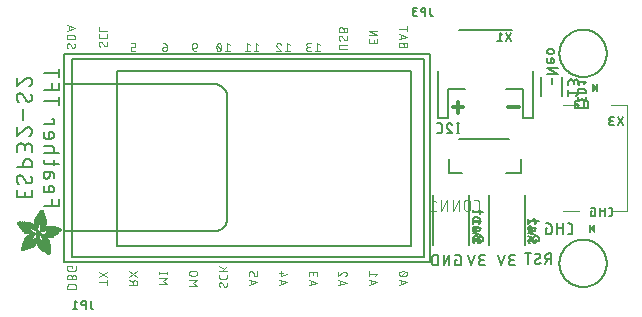
<source format=gbr>
G04 EAGLE Gerber RS-274X export*
G75*
%MOMM*%
%FSLAX34Y34*%
%LPD*%
%INSilkscreen Bottom*%
%IPPOS*%
%AMOC8*
5,1,8,0,0,1.08239X$1,22.5*%
G01*
%ADD10C,0.101600*%
%ADD11C,0.127000*%
%ADD12C,0.203200*%
%ADD13C,0.152400*%
%ADD14C,0.304800*%
%ADD15R,0.127000X0.762000*%
%ADD16C,0.076200*%
%ADD17R,0.006300X0.050800*%
%ADD18R,0.006400X0.082600*%
%ADD19R,0.006300X0.120600*%
%ADD20R,0.006400X0.139700*%
%ADD21R,0.006300X0.158800*%
%ADD22R,0.006400X0.177800*%
%ADD23R,0.006300X0.196800*%
%ADD24R,0.006400X0.215900*%
%ADD25R,0.006300X0.228600*%
%ADD26R,0.006400X0.241300*%
%ADD27R,0.006300X0.254000*%
%ADD28R,0.006400X0.266700*%
%ADD29R,0.006300X0.279400*%
%ADD30R,0.006400X0.285700*%
%ADD31R,0.006300X0.298400*%
%ADD32R,0.006400X0.311200*%
%ADD33R,0.006300X0.317500*%
%ADD34R,0.006400X0.330200*%
%ADD35R,0.006300X0.336600*%
%ADD36R,0.006400X0.349200*%
%ADD37R,0.006300X0.361900*%
%ADD38R,0.006400X0.368300*%
%ADD39R,0.006300X0.381000*%
%ADD40R,0.006400X0.387300*%
%ADD41R,0.006300X0.393700*%
%ADD42R,0.006400X0.406400*%
%ADD43R,0.006300X0.412700*%
%ADD44R,0.006400X0.419100*%
%ADD45R,0.006300X0.431800*%
%ADD46R,0.006400X0.438100*%
%ADD47R,0.006300X0.450800*%
%ADD48R,0.006400X0.457200*%
%ADD49R,0.006300X0.463500*%
%ADD50R,0.006400X0.476200*%
%ADD51R,0.006300X0.482600*%
%ADD52R,0.006400X0.488900*%
%ADD53R,0.006300X0.501600*%
%ADD54R,0.006400X0.508000*%
%ADD55R,0.006300X0.514300*%
%ADD56R,0.006400X0.527000*%
%ADD57R,0.006300X0.533400*%
%ADD58R,0.006400X0.546100*%
%ADD59R,0.006300X0.552400*%
%ADD60R,0.006400X0.558800*%
%ADD61R,0.006300X0.571500*%
%ADD62R,0.006400X0.577800*%
%ADD63R,0.006300X0.584200*%
%ADD64R,0.006400X0.596900*%
%ADD65R,0.006300X0.603200*%
%ADD66R,0.006400X0.609600*%
%ADD67R,0.006300X0.622300*%
%ADD68R,0.006400X0.628600*%
%ADD69R,0.006300X0.641300*%
%ADD70R,0.006400X0.647700*%
%ADD71R,0.006300X0.063500*%
%ADD72R,0.006300X0.654000*%
%ADD73R,0.006400X0.101600*%
%ADD74R,0.006400X0.666700*%
%ADD75R,0.006300X0.139700*%
%ADD76R,0.006300X0.673100*%
%ADD77R,0.006400X0.165100*%
%ADD78R,0.006400X0.679400*%
%ADD79R,0.006300X0.196900*%
%ADD80R,0.006300X0.692100*%
%ADD81R,0.006400X0.222200*%
%ADD82R,0.006400X0.698500*%
%ADD83R,0.006300X0.247700*%
%ADD84R,0.006300X0.704800*%
%ADD85R,0.006400X0.279400*%
%ADD86R,0.006400X0.717500*%
%ADD87R,0.006300X0.298500*%
%ADD88R,0.006300X0.723900*%
%ADD89R,0.006400X0.736600*%
%ADD90R,0.006300X0.342900*%
%ADD91R,0.006300X0.742900*%
%ADD92R,0.006400X0.374700*%
%ADD93R,0.006400X0.749300*%
%ADD94R,0.006300X0.762000*%
%ADD95R,0.006400X0.412700*%
%ADD96R,0.006400X0.768300*%
%ADD97R,0.006300X0.438100*%
%ADD98R,0.006300X0.774700*%
%ADD99R,0.006400X0.463600*%
%ADD100R,0.006400X0.787400*%
%ADD101R,0.006300X0.793700*%
%ADD102R,0.006400X0.495300*%
%ADD103R,0.006400X0.800100*%
%ADD104R,0.006300X0.520700*%
%ADD105R,0.006300X0.812800*%
%ADD106R,0.006400X0.533400*%
%ADD107R,0.006400X0.819100*%
%ADD108R,0.006300X0.558800*%
%ADD109R,0.006300X0.825500*%
%ADD110R,0.006400X0.577900*%
%ADD111R,0.006400X0.831800*%
%ADD112R,0.006300X0.596900*%
%ADD113R,0.006300X0.844500*%
%ADD114R,0.006400X0.616000*%
%ADD115R,0.006400X0.850900*%
%ADD116R,0.006300X0.635000*%
%ADD117R,0.006300X0.857200*%
%ADD118R,0.006400X0.654100*%
%ADD119R,0.006400X0.863600*%
%ADD120R,0.006300X0.666700*%
%ADD121R,0.006300X0.869900*%
%ADD122R,0.006400X0.685800*%
%ADD123R,0.006400X0.876300*%
%ADD124R,0.006300X0.882600*%
%ADD125R,0.006400X0.723900*%
%ADD126R,0.006400X0.889000*%
%ADD127R,0.006300X0.895300*%
%ADD128R,0.006400X0.755700*%
%ADD129R,0.006400X0.901700*%
%ADD130R,0.006300X0.908000*%
%ADD131R,0.006400X0.793800*%
%ADD132R,0.006400X0.914400*%
%ADD133R,0.006300X0.806400*%
%ADD134R,0.006300X0.920700*%
%ADD135R,0.006400X0.825500*%
%ADD136R,0.006400X0.927100*%
%ADD137R,0.006300X0.933400*%
%ADD138R,0.006400X0.857300*%
%ADD139R,0.006400X0.939800*%
%ADD140R,0.006300X0.870000*%
%ADD141R,0.006300X0.939800*%
%ADD142R,0.006400X0.946100*%
%ADD143R,0.006300X0.952500*%
%ADD144R,0.006400X0.908000*%
%ADD145R,0.006400X0.958800*%
%ADD146R,0.006300X0.965200*%
%ADD147R,0.006400X0.965200*%
%ADD148R,0.006300X0.971500*%
%ADD149R,0.006400X0.952500*%
%ADD150R,0.006400X0.977900*%
%ADD151R,0.006300X0.958800*%
%ADD152R,0.006300X0.984200*%
%ADD153R,0.006400X0.971500*%
%ADD154R,0.006400X0.984200*%
%ADD155R,0.006300X0.990600*%
%ADD156R,0.006400X0.984300*%
%ADD157R,0.006400X0.996900*%
%ADD158R,0.006300X0.997000*%
%ADD159R,0.006300X0.996900*%
%ADD160R,0.006400X1.003300*%
%ADD161R,0.006300X1.016000*%
%ADD162R,0.006300X1.009600*%
%ADD163R,0.006400X1.016000*%
%ADD164R,0.006400X1.009600*%
%ADD165R,0.006300X1.022300*%
%ADD166R,0.006400X1.028700*%
%ADD167R,0.006300X1.035100*%
%ADD168R,0.006400X1.047800*%
%ADD169R,0.006300X1.054100*%
%ADD170R,0.006300X1.028700*%
%ADD171R,0.006400X1.054100*%
%ADD172R,0.006400X1.035000*%
%ADD173R,0.006300X1.060400*%
%ADD174R,0.006300X1.035000*%
%ADD175R,0.006400X1.060500*%
%ADD176R,0.006400X1.041400*%
%ADD177R,0.006300X1.066800*%
%ADD178R,0.006300X1.041400*%
%ADD179R,0.006400X1.079500*%
%ADD180R,0.006400X1.047700*%
%ADD181R,0.006300X1.085900*%
%ADD182R,0.006300X1.047700*%
%ADD183R,0.006400X1.085800*%
%ADD184R,0.006300X1.092200*%
%ADD185R,0.006400X1.085900*%
%ADD186R,0.006300X1.098600*%
%ADD187R,0.006400X1.098600*%
%ADD188R,0.006400X1.060400*%
%ADD189R,0.006300X1.104900*%
%ADD190R,0.006400X1.104900*%
%ADD191R,0.006400X1.066800*%
%ADD192R,0.006300X1.111200*%
%ADD193R,0.006400X1.117600*%
%ADD194R,0.006300X1.117600*%
%ADD195R,0.006300X1.073100*%
%ADD196R,0.006400X1.073100*%
%ADD197R,0.006300X1.124000*%
%ADD198R,0.006300X1.079500*%
%ADD199R,0.006400X1.123900*%
%ADD200R,0.006300X1.130300*%
%ADD201R,0.006400X1.130300*%
%ADD202R,0.006400X1.136700*%
%ADD203R,0.006300X1.136700*%
%ADD204R,0.006300X1.085800*%
%ADD205R,0.006400X1.136600*%
%ADD206R,0.006300X1.136600*%
%ADD207R,0.006400X1.143000*%
%ADD208R,0.006300X1.143000*%
%ADD209R,0.006300X1.149400*%
%ADD210R,0.006300X1.149300*%
%ADD211R,0.006400X1.149300*%
%ADD212R,0.006400X1.149400*%
%ADD213R,0.006400X1.155700*%
%ADD214R,0.006300X1.155700*%
%ADD215R,0.006300X1.060500*%
%ADD216R,0.006400X2.197100*%
%ADD217R,0.006300X2.197100*%
%ADD218R,0.006300X2.184400*%
%ADD219R,0.006400X2.184400*%
%ADD220R,0.006400X2.171700*%
%ADD221R,0.006300X2.171700*%
%ADD222R,0.006400X1.530300*%
%ADD223R,0.006300X1.505000*%
%ADD224R,0.006400X1.492300*%
%ADD225R,0.006300X1.485900*%
%ADD226R,0.006300X0.565200*%
%ADD227R,0.006400X1.473200*%
%ADD228R,0.006400X0.565200*%
%ADD229R,0.006300X1.460500*%
%ADD230R,0.006400X1.454100*%
%ADD231R,0.006400X0.552400*%
%ADD232R,0.006300X1.441500*%
%ADD233R,0.006300X0.546100*%
%ADD234R,0.006400X1.435100*%
%ADD235R,0.006400X0.539800*%
%ADD236R,0.006300X1.428800*%
%ADD237R,0.006400X1.422400*%
%ADD238R,0.006300X1.409700*%
%ADD239R,0.006300X0.527100*%
%ADD240R,0.006400X1.403300*%
%ADD241R,0.006400X0.527100*%
%ADD242R,0.006300X1.390700*%
%ADD243R,0.006400X1.384300*%
%ADD244R,0.006400X0.520700*%
%ADD245R,0.006300X1.384300*%
%ADD246R,0.006300X0.514400*%
%ADD247R,0.006400X1.371600*%
%ADD248R,0.006300X1.365200*%
%ADD249R,0.006300X0.508000*%
%ADD250R,0.006400X1.352600*%
%ADD251R,0.006400X0.501700*%
%ADD252R,0.006300X0.711200*%
%ADD253R,0.006300X0.603300*%
%ADD254R,0.006300X0.501700*%
%ADD255R,0.006400X0.692100*%
%ADD256R,0.006400X0.571500*%
%ADD257R,0.006300X0.679400*%
%ADD258R,0.006300X0.495300*%
%ADD259R,0.006400X0.673100*%
%ADD260R,0.006300X0.666800*%
%ADD261R,0.006300X0.488900*%
%ADD262R,0.006400X0.660400*%
%ADD263R,0.006400X0.482600*%
%ADD264R,0.006300X0.476200*%
%ADD265R,0.006400X0.654000*%
%ADD266R,0.006400X0.469900*%
%ADD267R,0.006400X0.476300*%
%ADD268R,0.006300X0.647700*%
%ADD269R,0.006300X0.457200*%
%ADD270R,0.006300X0.469900*%
%ADD271R,0.006400X0.641300*%
%ADD272R,0.006400X0.444500*%
%ADD273R,0.006300X0.463600*%
%ADD274R,0.006400X0.635000*%
%ADD275R,0.006400X0.463500*%
%ADD276R,0.006400X0.393700*%
%ADD277R,0.006400X0.450800*%
%ADD278R,0.006300X0.628600*%
%ADD279R,0.006300X0.387400*%
%ADD280R,0.006300X0.450900*%
%ADD281R,0.006400X0.628700*%
%ADD282R,0.006400X0.374600*%
%ADD283R,0.006300X0.368300*%
%ADD284R,0.006300X0.438200*%
%ADD285R,0.006400X0.622300*%
%ADD286R,0.006400X0.355600*%
%ADD287R,0.006400X0.431800*%
%ADD288R,0.006300X0.349300*%
%ADD289R,0.006300X0.425400*%
%ADD290R,0.006300X0.615900*%
%ADD291R,0.006300X0.330200*%
%ADD292R,0.006300X0.419100*%
%ADD293R,0.006300X0.616000*%
%ADD294R,0.006300X0.311200*%
%ADD295R,0.006300X0.406400*%
%ADD296R,0.006400X0.615900*%
%ADD297R,0.006400X0.304800*%
%ADD298R,0.006400X0.158800*%
%ADD299R,0.006300X0.609600*%
%ADD300R,0.006300X0.292100*%
%ADD301R,0.006300X0.235000*%
%ADD302R,0.006400X0.387400*%
%ADD303R,0.006400X0.292100*%
%ADD304R,0.006300X0.336500*%
%ADD305R,0.006300X0.260400*%
%ADD306R,0.006400X0.603300*%
%ADD307R,0.006400X0.260400*%
%ADD308R,0.006400X0.362000*%
%ADD309R,0.006400X0.450900*%
%ADD310R,0.006300X0.355600*%
%ADD311R,0.006400X0.342900*%
%ADD312R,0.006400X0.514300*%
%ADD313R,0.006300X0.234900*%
%ADD314R,0.006300X0.539700*%
%ADD315R,0.006400X0.603200*%
%ADD316R,0.006400X0.234900*%
%ADD317R,0.006400X0.920700*%
%ADD318R,0.006400X0.958900*%
%ADD319R,0.006300X0.215900*%
%ADD320R,0.006400X0.209600*%
%ADD321R,0.006300X0.203200*%
%ADD322R,0.006300X1.003300*%
%ADD323R,0.006400X0.203200*%
%ADD324R,0.006400X0.196900*%
%ADD325R,0.006300X0.190500*%
%ADD326R,0.006400X0.190500*%
%ADD327R,0.006300X0.184200*%
%ADD328R,0.006400X0.590500*%
%ADD329R,0.006400X0.184200*%
%ADD330R,0.006300X0.590500*%
%ADD331R,0.006300X0.177800*%
%ADD332R,0.006400X0.584200*%
%ADD333R,0.006400X1.168400*%
%ADD334R,0.006300X0.171500*%
%ADD335R,0.006300X1.187500*%
%ADD336R,0.006400X1.200100*%
%ADD337R,0.006300X0.577800*%
%ADD338R,0.006300X1.212900*%
%ADD339R,0.006400X1.231900*%
%ADD340R,0.006300X1.250900*%
%ADD341R,0.006400X0.565100*%
%ADD342R,0.006400X0.184100*%
%ADD343R,0.006400X1.263700*%
%ADD344R,0.006300X0.565100*%
%ADD345R,0.006300X1.289100*%
%ADD346R,0.006400X1.314400*%
%ADD347R,0.006300X0.552500*%
%ADD348R,0.006300X1.568500*%
%ADD349R,0.006400X0.552500*%
%ADD350R,0.006400X1.581200*%
%ADD351R,0.006300X1.593800*%
%ADD352R,0.006400X1.606500*%
%ADD353R,0.006300X1.619300*%
%ADD354R,0.006400X0.514400*%
%ADD355R,0.006400X1.638300*%
%ADD356R,0.006300X1.657300*%
%ADD357R,0.006400X2.209800*%
%ADD358R,0.006300X2.425700*%
%ADD359R,0.006400X2.470100*%
%ADD360R,0.006300X2.501900*%
%ADD361R,0.006400X2.533700*%
%ADD362R,0.006300X2.559000*%
%ADD363R,0.006400X2.584500*%
%ADD364R,0.006300X2.609900*%
%ADD365R,0.006400X2.628900*%
%ADD366R,0.006300X2.660600*%
%ADD367R,0.006400X2.673400*%
%ADD368R,0.006300X1.422400*%
%ADD369R,0.006300X1.200200*%
%ADD370R,0.006300X1.365300*%
%ADD371R,0.006400X1.365300*%
%ADD372R,0.006300X1.352500*%
%ADD373R,0.006300X1.098500*%
%ADD374R,0.006400X1.358900*%
%ADD375R,0.006300X1.352600*%
%ADD376R,0.006300X1.358900*%
%ADD377R,0.006300X1.371600*%
%ADD378R,0.006400X1.377900*%
%ADD379R,0.006400X1.397000*%
%ADD380R,0.006300X1.403300*%
%ADD381R,0.006300X0.914400*%
%ADD382R,0.006300X0.876300*%
%ADD383R,0.006300X0.374600*%
%ADD384R,0.006400X1.073200*%
%ADD385R,0.006300X0.374700*%
%ADD386R,0.006400X0.844600*%
%ADD387R,0.006300X0.844600*%
%ADD388R,0.006400X0.831900*%
%ADD389R,0.006400X1.092200*%
%ADD390R,0.006300X0.400000*%
%ADD391R,0.006400X0.819200*%
%ADD392R,0.006400X1.111300*%
%ADD393R,0.006400X0.812800*%
%ADD394R,0.006300X0.800100*%
%ADD395R,0.006300X0.476300*%
%ADD396R,0.006300X1.181100*%
%ADD397R,0.006400X0.501600*%
%ADD398R,0.006400X1.193800*%
%ADD399R,0.006400X0.781000*%
%ADD400R,0.006400X1.238200*%
%ADD401R,0.006300X0.781100*%
%ADD402R,0.006300X1.257300*%
%ADD403R,0.006400X1.295400*%
%ADD404R,0.006300X1.333500*%
%ADD405R,0.006400X0.774700*%
%ADD406R,0.006400X1.866900*%
%ADD407R,0.006300X0.209600*%
%ADD408R,0.006300X1.866900*%
%ADD409R,0.006400X0.768400*%
%ADD410R,0.006400X0.209500*%
%ADD411R,0.006400X1.860600*%
%ADD412R,0.006400X0.762000*%
%ADD413R,0.006300X0.768400*%
%ADD414R,0.006300X1.860600*%
%ADD415R,0.006400X1.860500*%
%ADD416R,0.006300X0.222300*%
%ADD417R,0.006300X1.854200*%
%ADD418R,0.006400X0.235000*%
%ADD419R,0.006400X1.854200*%
%ADD420R,0.006300X0.768300*%
%ADD421R,0.006400X0.260300*%
%ADD422R,0.006400X1.847800*%
%ADD423R,0.006300X0.266700*%
%ADD424R,0.006300X1.847800*%
%ADD425R,0.006400X0.273100*%
%ADD426R,0.006400X1.841500*%
%ADD427R,0.006300X0.285800*%
%ADD428R,0.006300X1.841500*%
%ADD429R,0.006400X0.298500*%
%ADD430R,0.006400X1.835100*%
%ADD431R,0.006300X0.781000*%
%ADD432R,0.006300X0.304800*%
%ADD433R,0.006300X1.835100*%
%ADD434R,0.006400X0.317500*%
%ADD435R,0.006400X1.828800*%
%ADD436R,0.006300X0.787400*%
%ADD437R,0.006300X0.323800*%
%ADD438R,0.006300X1.828800*%
%ADD439R,0.006400X0.793700*%
%ADD440R,0.006400X1.822400*%
%ADD441R,0.006300X0.806500*%
%ADD442R,0.006300X1.822400*%
%ADD443R,0.006400X1.816100*%
%ADD444R,0.006300X0.819100*%
%ADD445R,0.006300X0.387300*%
%ADD446R,0.006300X1.816100*%
%ADD447R,0.006400X1.809800*%
%ADD448R,0.006300X1.803400*%
%ADD449R,0.006400X1.797000*%
%ADD450R,0.006300X0.901700*%
%ADD451R,0.006300X1.797000*%
%ADD452R,0.006400X1.441400*%
%ADD453R,0.006400X1.790700*%
%ADD454R,0.006300X1.447800*%
%ADD455R,0.006300X1.784300*%
%ADD456R,0.006400X1.447800*%
%ADD457R,0.006400X1.784300*%
%ADD458R,0.006300X1.454100*%
%ADD459R,0.006300X1.771700*%
%ADD460R,0.006400X1.460500*%
%ADD461R,0.006400X1.759000*%
%ADD462R,0.006300X1.466800*%
%ADD463R,0.006300X1.752600*%
%ADD464R,0.006400X1.466800*%
%ADD465R,0.006400X1.739900*%
%ADD466R,0.006300X1.473200*%
%ADD467R,0.006300X1.727200*%
%ADD468R,0.006400X1.479500*%
%ADD469R,0.006400X1.714500*%
%ADD470R,0.006300X1.695400*%
%ADD471R,0.006400X1.485900*%
%ADD472R,0.006400X1.682700*%
%ADD473R,0.006300X1.492200*%
%ADD474R,0.006300X1.663700*%
%ADD475R,0.006400X1.498600*%
%ADD476R,0.006400X1.644600*%
%ADD477R,0.006300X1.498600*%
%ADD478R,0.006300X1.619200*%
%ADD479R,0.006400X1.511300*%
%ADD480R,0.006400X1.600200*%
%ADD481R,0.006300X1.517700*%
%ADD482R,0.006300X1.574800*%
%ADD483R,0.006400X1.524000*%
%ADD484R,0.006400X1.555800*%
%ADD485R,0.006300X1.524000*%
%ADD486R,0.006300X1.536700*%
%ADD487R,0.006400X1.530400*%
%ADD488R,0.006400X1.517700*%
%ADD489R,0.006300X1.492300*%
%ADD490R,0.006400X1.549400*%
%ADD491R,0.006400X1.479600*%
%ADD492R,0.006300X1.549400*%
%ADD493R,0.006400X1.555700*%
%ADD494R,0.006300X1.562100*%
%ADD495R,0.006300X0.323900*%
%ADD496R,0.006400X1.568400*%
%ADD497R,0.006400X0.336600*%
%ADD498R,0.006300X1.587500*%
%ADD499R,0.006300X0.971600*%
%ADD500R,0.006400X0.349300*%
%ADD501R,0.006300X1.600200*%
%ADD502R,0.006300X0.920800*%
%ADD503R,0.006400X0.882700*%
%ADD504R,0.006300X1.612900*%
%ADD505R,0.006300X0.362000*%
%ADD506R,0.006400X1.625600*%
%ADD507R,0.006300X1.625600*%
%ADD508R,0.006300X1.644600*%
%ADD509R,0.006300X0.736600*%
%ADD510R,0.006400X0.717600*%
%ADD511R,0.006300X1.657400*%
%ADD512R,0.006300X0.679500*%
%ADD513R,0.006400X1.663700*%
%ADD514R,0.006400X0.400000*%
%ADD515R,0.006300X1.676400*%
%ADD516R,0.006400X1.676400*%
%ADD517R,0.006400X0.425500*%
%ADD518R,0.006400X1.352500*%
%ADD519R,0.006300X0.444500*%
%ADD520R,0.006400X0.361900*%
%ADD521R,0.006300X0.088900*%
%ADD522R,0.006300X1.009700*%
%ADD523R,0.006400X1.009700*%
%ADD524R,0.006400X1.022300*%
%ADD525R,0.006400X1.346200*%
%ADD526R,0.006300X1.346200*%
%ADD527R,0.006400X1.339900*%
%ADD528R,0.006400X1.035100*%
%ADD529R,0.006300X1.339800*%
%ADD530R,0.006400X1.333500*%
%ADD531R,0.006400X1.327200*%
%ADD532R,0.006300X1.320800*%
%ADD533R,0.006400X1.314500*%
%ADD534R,0.006300X1.314400*%
%ADD535R,0.006400X1.301700*%
%ADD536R,0.006300X1.295400*%
%ADD537R,0.006400X1.289000*%
%ADD538R,0.006300X1.276300*%
%ADD539R,0.006300X1.251000*%
%ADD540R,0.006400X1.244600*%
%ADD541R,0.006300X1.231900*%
%ADD542R,0.006400X1.212800*%
%ADD543R,0.006300X1.200100*%
%ADD544R,0.006400X1.187400*%
%ADD545R,0.006300X1.168400*%
%ADD546R,0.006300X1.047800*%
%ADD547R,0.006300X0.977900*%
%ADD548R,0.006400X0.946200*%
%ADD549R,0.006400X0.933400*%
%ADD550R,0.006400X0.895300*%
%ADD551R,0.006300X0.882700*%
%ADD552R,0.006300X0.863600*%
%ADD553R,0.006400X0.857200*%
%ADD554R,0.006300X0.850900*%
%ADD555R,0.006300X0.838200*%
%ADD556R,0.006400X0.806500*%
%ADD557R,0.006300X0.717600*%
%ADD558R,0.006400X0.711200*%
%ADD559R,0.006400X0.641400*%
%ADD560R,0.006300X0.641400*%
%ADD561R,0.006300X0.628700*%
%ADD562R,0.006300X0.590600*%
%ADD563R,0.006400X0.539700*%
%ADD564R,0.006300X0.285700*%
%ADD565R,0.006300X0.222200*%
%ADD566R,0.006300X0.171400*%
%ADD567R,0.006400X0.152400*%
%ADD568R,0.006300X0.133400*%

G36*
X491051Y170696D02*
X491051Y170696D01*
X491080Y170695D01*
X491170Y170722D01*
X491262Y170742D01*
X491287Y170757D01*
X491316Y170766D01*
X491458Y170856D01*
X494633Y173396D01*
X494702Y173473D01*
X494775Y173546D01*
X494784Y173564D01*
X494797Y173578D01*
X494839Y173674D01*
X494885Y173766D01*
X494887Y173786D01*
X494895Y173804D01*
X494904Y173907D01*
X494918Y174010D01*
X494914Y174029D01*
X494916Y174049D01*
X494891Y174150D01*
X494872Y174252D01*
X494862Y174269D01*
X494858Y174288D01*
X494802Y174376D01*
X494751Y174466D01*
X494734Y174483D01*
X494726Y174496D01*
X494701Y174516D01*
X494633Y174584D01*
X491458Y177124D01*
X491432Y177139D01*
X491410Y177160D01*
X491325Y177199D01*
X491243Y177245D01*
X491214Y177251D01*
X491187Y177263D01*
X491094Y177273D01*
X491002Y177291D01*
X490972Y177287D01*
X490943Y177290D01*
X490851Y177270D01*
X490758Y177258D01*
X490731Y177244D01*
X490702Y177238D01*
X490622Y177190D01*
X490538Y177148D01*
X490517Y177127D01*
X490491Y177112D01*
X490430Y177040D01*
X490364Y176974D01*
X490351Y176948D01*
X490331Y176925D01*
X490296Y176838D01*
X490254Y176754D01*
X490250Y176724D01*
X490239Y176697D01*
X490221Y176530D01*
X490221Y171450D01*
X490226Y171421D01*
X490223Y171391D01*
X490245Y171300D01*
X490261Y171207D01*
X490274Y171181D01*
X490281Y171152D01*
X490332Y171073D01*
X490376Y170990D01*
X490397Y170969D01*
X490413Y170944D01*
X490486Y170885D01*
X490554Y170821D01*
X490581Y170808D01*
X490604Y170789D01*
X490692Y170756D01*
X490777Y170717D01*
X490807Y170714D01*
X490834Y170703D01*
X490928Y170700D01*
X491021Y170690D01*
X491051Y170696D01*
G37*
G36*
X492008Y51313D02*
X492008Y51313D01*
X492037Y51310D01*
X492129Y51330D01*
X492222Y51343D01*
X492249Y51356D01*
X492278Y51362D01*
X492358Y51410D01*
X492442Y51452D01*
X492463Y51473D01*
X492489Y51488D01*
X492550Y51560D01*
X492616Y51626D01*
X492629Y51652D01*
X492649Y51675D01*
X492684Y51762D01*
X492726Y51846D01*
X492730Y51876D01*
X492741Y51903D01*
X492759Y52070D01*
X492759Y57150D01*
X492754Y57179D01*
X492757Y57209D01*
X492735Y57300D01*
X492720Y57393D01*
X492706Y57419D01*
X492699Y57448D01*
X492648Y57527D01*
X492604Y57610D01*
X492583Y57631D01*
X492567Y57656D01*
X492494Y57715D01*
X492426Y57780D01*
X492399Y57792D01*
X492376Y57811D01*
X492288Y57844D01*
X492203Y57883D01*
X492173Y57886D01*
X492146Y57897D01*
X492052Y57900D01*
X491959Y57910D01*
X491929Y57904D01*
X491900Y57905D01*
X491810Y57878D01*
X491718Y57858D01*
X491693Y57843D01*
X491664Y57834D01*
X491522Y57744D01*
X488347Y55204D01*
X488278Y55127D01*
X488205Y55054D01*
X488196Y55037D01*
X488183Y55022D01*
X488141Y54926D01*
X488095Y54834D01*
X488093Y54814D01*
X488085Y54796D01*
X488076Y54693D01*
X488062Y54590D01*
X488066Y54571D01*
X488064Y54551D01*
X488089Y54450D01*
X488108Y54348D01*
X488118Y54331D01*
X488122Y54312D01*
X488178Y54225D01*
X488229Y54134D01*
X488246Y54117D01*
X488254Y54104D01*
X488279Y54084D01*
X488347Y54016D01*
X491522Y51476D01*
X491548Y51461D01*
X491570Y51441D01*
X491655Y51401D01*
X491737Y51355D01*
X491766Y51349D01*
X491793Y51337D01*
X491886Y51327D01*
X491978Y51309D01*
X492008Y51313D01*
G37*
D10*
X282956Y206540D02*
X277820Y206540D01*
X277820Y206539D02*
X277733Y206541D01*
X277645Y206547D01*
X277558Y206556D01*
X277472Y206570D01*
X277386Y206587D01*
X277302Y206608D01*
X277218Y206633D01*
X277135Y206662D01*
X277054Y206694D01*
X276974Y206729D01*
X276896Y206768D01*
X276819Y206811D01*
X276745Y206857D01*
X276673Y206906D01*
X276603Y206958D01*
X276535Y207014D01*
X276470Y207072D01*
X276407Y207133D01*
X276348Y207197D01*
X276291Y207264D01*
X276237Y207332D01*
X276186Y207404D01*
X276139Y207477D01*
X276094Y207552D01*
X276053Y207630D01*
X276016Y207709D01*
X275982Y207789D01*
X275952Y207871D01*
X275925Y207954D01*
X275902Y208039D01*
X275883Y208124D01*
X275868Y208210D01*
X275856Y208297D01*
X275848Y208384D01*
X275844Y208471D01*
X275844Y208559D01*
X275848Y208646D01*
X275856Y208733D01*
X275868Y208820D01*
X275883Y208906D01*
X275902Y208991D01*
X275925Y209076D01*
X275952Y209159D01*
X275982Y209241D01*
X276016Y209321D01*
X276053Y209400D01*
X276094Y209478D01*
X276139Y209553D01*
X276186Y209626D01*
X276237Y209698D01*
X276291Y209766D01*
X276348Y209833D01*
X276407Y209897D01*
X276470Y209958D01*
X276535Y210016D01*
X276603Y210072D01*
X276673Y210124D01*
X276745Y210173D01*
X276819Y210219D01*
X276896Y210262D01*
X276974Y210301D01*
X277054Y210336D01*
X277135Y210368D01*
X277218Y210397D01*
X277302Y210422D01*
X277386Y210443D01*
X277472Y210460D01*
X277558Y210474D01*
X277645Y210483D01*
X277733Y210489D01*
X277820Y210491D01*
X282956Y210491D01*
X275844Y216226D02*
X275846Y216304D01*
X275852Y216381D01*
X275861Y216458D01*
X275874Y216534D01*
X275891Y216610D01*
X275912Y216685D01*
X275936Y216758D01*
X275964Y216831D01*
X275996Y216902D01*
X276031Y216971D01*
X276069Y217038D01*
X276110Y217104D01*
X276155Y217167D01*
X276203Y217228D01*
X276253Y217287D01*
X276307Y217343D01*
X276363Y217397D01*
X276422Y217447D01*
X276483Y217495D01*
X276546Y217540D01*
X276612Y217581D01*
X276679Y217619D01*
X276748Y217654D01*
X276819Y217686D01*
X276892Y217714D01*
X276965Y217738D01*
X277040Y217759D01*
X277116Y217776D01*
X277192Y217789D01*
X277269Y217798D01*
X277346Y217804D01*
X277424Y217806D01*
X275844Y216226D02*
X275846Y216111D01*
X275852Y215997D01*
X275862Y215883D01*
X275875Y215769D01*
X275893Y215656D01*
X275915Y215543D01*
X275940Y215431D01*
X275969Y215321D01*
X276002Y215211D01*
X276039Y215102D01*
X276079Y214995D01*
X276123Y214889D01*
X276171Y214785D01*
X276222Y214682D01*
X276277Y214582D01*
X276335Y214483D01*
X276397Y214386D01*
X276461Y214292D01*
X276529Y214199D01*
X276601Y214109D01*
X276675Y214022D01*
X276752Y213937D01*
X276832Y213855D01*
X281376Y214053D02*
X281454Y214055D01*
X281531Y214061D01*
X281608Y214070D01*
X281684Y214083D01*
X281760Y214100D01*
X281835Y214121D01*
X281908Y214145D01*
X281981Y214173D01*
X282052Y214205D01*
X282121Y214240D01*
X282188Y214278D01*
X282254Y214319D01*
X282317Y214364D01*
X282378Y214412D01*
X282437Y214462D01*
X282493Y214516D01*
X282547Y214572D01*
X282597Y214631D01*
X282645Y214692D01*
X282690Y214755D01*
X282731Y214821D01*
X282769Y214888D01*
X282804Y214957D01*
X282836Y215028D01*
X282864Y215101D01*
X282888Y215174D01*
X282909Y215249D01*
X282926Y215325D01*
X282939Y215401D01*
X282948Y215478D01*
X282954Y215556D01*
X282956Y215633D01*
X282954Y215739D01*
X282948Y215845D01*
X282939Y215950D01*
X282926Y216055D01*
X282909Y216160D01*
X282888Y216264D01*
X282864Y216367D01*
X282836Y216469D01*
X282804Y216570D01*
X282769Y216670D01*
X282730Y216768D01*
X282687Y216866D01*
X282642Y216961D01*
X282593Y217055D01*
X282540Y217147D01*
X282484Y217237D01*
X282425Y217325D01*
X282363Y217411D01*
X279993Y214843D02*
X280035Y214776D01*
X280080Y214711D01*
X280129Y214648D01*
X280180Y214587D01*
X280235Y214530D01*
X280292Y214475D01*
X280352Y214422D01*
X280414Y214373D01*
X280479Y214327D01*
X280545Y214285D01*
X280614Y214245D01*
X280685Y214209D01*
X280758Y214177D01*
X280832Y214148D01*
X280907Y214123D01*
X280983Y214102D01*
X281061Y214084D01*
X281139Y214071D01*
X281218Y214061D01*
X281297Y214055D01*
X281376Y214053D01*
X278807Y217016D02*
X278765Y217083D01*
X278720Y217148D01*
X278671Y217211D01*
X278620Y217272D01*
X278565Y217329D01*
X278508Y217384D01*
X278448Y217437D01*
X278386Y217486D01*
X278321Y217532D01*
X278255Y217574D01*
X278186Y217614D01*
X278115Y217650D01*
X278042Y217682D01*
X277968Y217711D01*
X277893Y217736D01*
X277817Y217757D01*
X277739Y217775D01*
X277661Y217788D01*
X277582Y217798D01*
X277503Y217804D01*
X277424Y217806D01*
X278807Y217016D02*
X279993Y214843D01*
X279795Y221309D02*
X279795Y223285D01*
X279796Y223285D02*
X279794Y223372D01*
X279788Y223460D01*
X279779Y223547D01*
X279765Y223633D01*
X279748Y223719D01*
X279727Y223803D01*
X279702Y223887D01*
X279673Y223970D01*
X279641Y224051D01*
X279606Y224131D01*
X279567Y224209D01*
X279524Y224286D01*
X279478Y224360D01*
X279429Y224432D01*
X279377Y224502D01*
X279321Y224570D01*
X279263Y224635D01*
X279202Y224698D01*
X279138Y224757D01*
X279071Y224814D01*
X279003Y224868D01*
X278931Y224919D01*
X278858Y224966D01*
X278783Y225011D01*
X278705Y225052D01*
X278626Y225089D01*
X278546Y225123D01*
X278464Y225153D01*
X278381Y225180D01*
X278296Y225203D01*
X278211Y225222D01*
X278125Y225237D01*
X278038Y225249D01*
X277951Y225257D01*
X277864Y225261D01*
X277776Y225261D01*
X277689Y225257D01*
X277602Y225249D01*
X277515Y225237D01*
X277429Y225222D01*
X277344Y225203D01*
X277259Y225180D01*
X277176Y225153D01*
X277094Y225123D01*
X277014Y225089D01*
X276935Y225052D01*
X276857Y225011D01*
X276782Y224966D01*
X276709Y224919D01*
X276637Y224868D01*
X276569Y224814D01*
X276502Y224757D01*
X276438Y224698D01*
X276377Y224635D01*
X276319Y224570D01*
X276263Y224502D01*
X276211Y224432D01*
X276162Y224360D01*
X276116Y224286D01*
X276073Y224209D01*
X276034Y224131D01*
X275999Y224051D01*
X275967Y223970D01*
X275938Y223887D01*
X275913Y223803D01*
X275892Y223719D01*
X275875Y223633D01*
X275861Y223547D01*
X275852Y223460D01*
X275846Y223372D01*
X275844Y223285D01*
X275844Y221309D01*
X282956Y221309D01*
X282956Y223285D01*
X282954Y223364D01*
X282948Y223442D01*
X282938Y223520D01*
X282925Y223598D01*
X282907Y223675D01*
X282886Y223751D01*
X282861Y223825D01*
X282832Y223899D01*
X282800Y223971D01*
X282764Y224041D01*
X282724Y224109D01*
X282681Y224175D01*
X282635Y224239D01*
X282586Y224301D01*
X282534Y224360D01*
X282479Y224416D01*
X282421Y224470D01*
X282361Y224520D01*
X282298Y224568D01*
X282233Y224612D01*
X282166Y224653D01*
X282097Y224691D01*
X282026Y224725D01*
X281953Y224756D01*
X281879Y224783D01*
X281804Y224806D01*
X281728Y224825D01*
X281650Y224841D01*
X281572Y224853D01*
X281494Y224861D01*
X281415Y224865D01*
X281337Y224865D01*
X281258Y224861D01*
X281180Y224853D01*
X281102Y224841D01*
X281024Y224825D01*
X280948Y224806D01*
X280873Y224783D01*
X280799Y224756D01*
X280726Y224725D01*
X280655Y224691D01*
X280586Y224653D01*
X280519Y224612D01*
X280454Y224568D01*
X280391Y224520D01*
X280331Y224470D01*
X280273Y224416D01*
X280218Y224360D01*
X280166Y224301D01*
X280117Y224239D01*
X280071Y224175D01*
X280028Y224109D01*
X279988Y224041D01*
X279952Y223971D01*
X279920Y223899D01*
X279891Y223825D01*
X279866Y223751D01*
X279845Y223675D01*
X279827Y223598D01*
X279814Y223520D01*
X279804Y223442D01*
X279798Y223364D01*
X279796Y223285D01*
D11*
X455466Y33655D02*
X455466Y24765D01*
X455466Y33655D02*
X452997Y33655D01*
X452899Y33653D01*
X452801Y33647D01*
X452703Y33637D01*
X452606Y33624D01*
X452509Y33606D01*
X452413Y33585D01*
X452319Y33560D01*
X452225Y33531D01*
X452132Y33499D01*
X452041Y33462D01*
X451951Y33423D01*
X451863Y33379D01*
X451777Y33332D01*
X451692Y33282D01*
X451610Y33229D01*
X451530Y33172D01*
X451452Y33112D01*
X451377Y33049D01*
X451304Y32983D01*
X451234Y32914D01*
X451167Y32843D01*
X451102Y32769D01*
X451041Y32692D01*
X450982Y32613D01*
X450927Y32532D01*
X450875Y32449D01*
X450827Y32363D01*
X450782Y32276D01*
X450740Y32187D01*
X450702Y32097D01*
X450668Y32005D01*
X450637Y31912D01*
X450610Y31817D01*
X450587Y31722D01*
X450567Y31625D01*
X450552Y31529D01*
X450540Y31431D01*
X450532Y31333D01*
X450528Y31235D01*
X450528Y31137D01*
X450532Y31039D01*
X450540Y30941D01*
X450552Y30843D01*
X450567Y30747D01*
X450587Y30650D01*
X450610Y30555D01*
X450637Y30460D01*
X450668Y30367D01*
X450702Y30275D01*
X450740Y30185D01*
X450782Y30096D01*
X450827Y30009D01*
X450875Y29923D01*
X450927Y29840D01*
X450982Y29759D01*
X451041Y29680D01*
X451102Y29603D01*
X451167Y29529D01*
X451234Y29458D01*
X451304Y29389D01*
X451377Y29323D01*
X451452Y29260D01*
X451530Y29200D01*
X451610Y29143D01*
X451692Y29090D01*
X451777Y29040D01*
X451863Y28993D01*
X451951Y28949D01*
X452041Y28910D01*
X452132Y28873D01*
X452225Y28841D01*
X452319Y28812D01*
X452413Y28787D01*
X452509Y28766D01*
X452606Y28748D01*
X452703Y28735D01*
X452801Y28725D01*
X452899Y28719D01*
X452997Y28717D01*
X452997Y28716D02*
X455466Y28716D01*
X452503Y28716D02*
X450527Y24765D01*
X443739Y24765D02*
X443653Y24767D01*
X443567Y24773D01*
X443481Y24782D01*
X443396Y24795D01*
X443311Y24812D01*
X443228Y24832D01*
X443145Y24856D01*
X443063Y24884D01*
X442983Y24915D01*
X442904Y24950D01*
X442827Y24988D01*
X442751Y25030D01*
X442677Y25074D01*
X442606Y25122D01*
X442536Y25173D01*
X442469Y25227D01*
X442404Y25284D01*
X442342Y25344D01*
X442282Y25406D01*
X442225Y25471D01*
X442171Y25538D01*
X442120Y25608D01*
X442072Y25679D01*
X442028Y25753D01*
X441986Y25829D01*
X441948Y25906D01*
X441913Y25985D01*
X441882Y26065D01*
X441854Y26147D01*
X441830Y26230D01*
X441810Y26313D01*
X441793Y26398D01*
X441780Y26483D01*
X441771Y26569D01*
X441765Y26655D01*
X441763Y26741D01*
X443739Y24765D02*
X443866Y24767D01*
X443992Y24773D01*
X444119Y24782D01*
X444245Y24796D01*
X444370Y24813D01*
X444495Y24834D01*
X444619Y24859D01*
X444743Y24888D01*
X444865Y24920D01*
X444987Y24956D01*
X445107Y24996D01*
X445226Y25039D01*
X445344Y25086D01*
X445460Y25137D01*
X445575Y25191D01*
X445688Y25248D01*
X445799Y25309D01*
X445908Y25373D01*
X446015Y25441D01*
X446121Y25511D01*
X446224Y25585D01*
X446324Y25662D01*
X446422Y25742D01*
X446518Y25825D01*
X446612Y25911D01*
X446702Y26000D01*
X446456Y31679D02*
X446454Y31765D01*
X446448Y31851D01*
X446439Y31937D01*
X446426Y32022D01*
X446409Y32107D01*
X446389Y32190D01*
X446365Y32273D01*
X446337Y32355D01*
X446306Y32435D01*
X446271Y32514D01*
X446233Y32591D01*
X446191Y32667D01*
X446147Y32741D01*
X446099Y32812D01*
X446048Y32882D01*
X445994Y32949D01*
X445937Y33014D01*
X445877Y33076D01*
X445815Y33136D01*
X445750Y33193D01*
X445683Y33247D01*
X445613Y33298D01*
X445542Y33346D01*
X445468Y33390D01*
X445392Y33432D01*
X445315Y33470D01*
X445236Y33505D01*
X445156Y33536D01*
X445074Y33564D01*
X444991Y33588D01*
X444908Y33608D01*
X444823Y33625D01*
X444738Y33638D01*
X444652Y33647D01*
X444566Y33653D01*
X444480Y33655D01*
X444361Y33653D01*
X444242Y33647D01*
X444123Y33638D01*
X444005Y33624D01*
X443887Y33607D01*
X443769Y33586D01*
X443653Y33561D01*
X443537Y33533D01*
X443422Y33501D01*
X443309Y33465D01*
X443196Y33425D01*
X443085Y33382D01*
X442975Y33336D01*
X442867Y33286D01*
X442761Y33232D01*
X442656Y33175D01*
X442554Y33115D01*
X442453Y33051D01*
X442354Y32984D01*
X442258Y32914D01*
X445467Y29951D02*
X445541Y29996D01*
X445613Y30045D01*
X445683Y30097D01*
X445750Y30152D01*
X445815Y30210D01*
X445877Y30270D01*
X445937Y30333D01*
X445993Y30399D01*
X446047Y30467D01*
X446098Y30537D01*
X446146Y30609D01*
X446191Y30684D01*
X446232Y30760D01*
X446270Y30838D01*
X446305Y30918D01*
X446336Y30999D01*
X446364Y31081D01*
X446388Y31164D01*
X446408Y31248D01*
X446425Y31334D01*
X446438Y31419D01*
X446447Y31506D01*
X446453Y31592D01*
X446455Y31679D01*
X442752Y28469D02*
X442678Y28424D01*
X442606Y28375D01*
X442536Y28323D01*
X442469Y28268D01*
X442404Y28210D01*
X442342Y28150D01*
X442283Y28087D01*
X442226Y28021D01*
X442172Y27953D01*
X442121Y27883D01*
X442073Y27811D01*
X442028Y27736D01*
X441987Y27660D01*
X441949Y27582D01*
X441914Y27502D01*
X441883Y27421D01*
X441855Y27339D01*
X441831Y27256D01*
X441811Y27172D01*
X441794Y27086D01*
X441781Y27001D01*
X441772Y26914D01*
X441766Y26828D01*
X441764Y26741D01*
X442751Y28469D02*
X445468Y29951D01*
X436003Y33655D02*
X436003Y24765D01*
X438473Y33655D02*
X433534Y33655D01*
X399718Y23495D02*
X397249Y23495D01*
X397151Y23497D01*
X397053Y23503D01*
X396955Y23513D01*
X396858Y23526D01*
X396761Y23544D01*
X396665Y23565D01*
X396571Y23590D01*
X396477Y23619D01*
X396384Y23651D01*
X396293Y23688D01*
X396203Y23727D01*
X396115Y23771D01*
X396029Y23818D01*
X395944Y23868D01*
X395862Y23921D01*
X395782Y23978D01*
X395704Y24038D01*
X395629Y24101D01*
X395556Y24167D01*
X395486Y24236D01*
X395419Y24307D01*
X395354Y24381D01*
X395293Y24458D01*
X395234Y24537D01*
X395179Y24618D01*
X395127Y24701D01*
X395079Y24787D01*
X395034Y24874D01*
X394992Y24963D01*
X394954Y25053D01*
X394920Y25145D01*
X394889Y25238D01*
X394862Y25333D01*
X394839Y25428D01*
X394819Y25525D01*
X394804Y25621D01*
X394792Y25719D01*
X394784Y25817D01*
X394780Y25915D01*
X394780Y26013D01*
X394784Y26111D01*
X394792Y26209D01*
X394804Y26307D01*
X394819Y26403D01*
X394839Y26500D01*
X394862Y26595D01*
X394889Y26690D01*
X394920Y26783D01*
X394954Y26875D01*
X394992Y26965D01*
X395034Y27054D01*
X395079Y27141D01*
X395127Y27227D01*
X395179Y27310D01*
X395234Y27391D01*
X395293Y27470D01*
X395354Y27547D01*
X395419Y27621D01*
X395486Y27692D01*
X395556Y27761D01*
X395629Y27827D01*
X395704Y27890D01*
X395782Y27950D01*
X395862Y28007D01*
X395944Y28060D01*
X396029Y28110D01*
X396115Y28157D01*
X396203Y28201D01*
X396293Y28240D01*
X396384Y28277D01*
X396477Y28309D01*
X396571Y28338D01*
X396665Y28363D01*
X396761Y28384D01*
X396858Y28402D01*
X396955Y28415D01*
X397053Y28425D01*
X397151Y28431D01*
X397249Y28433D01*
X396755Y32385D02*
X399718Y32385D01*
X396755Y32385D02*
X396668Y32383D01*
X396580Y32377D01*
X396493Y32368D01*
X396407Y32354D01*
X396321Y32337D01*
X396237Y32316D01*
X396153Y32291D01*
X396070Y32262D01*
X395989Y32230D01*
X395909Y32195D01*
X395831Y32156D01*
X395754Y32113D01*
X395680Y32067D01*
X395608Y32018D01*
X395538Y31966D01*
X395470Y31910D01*
X395405Y31852D01*
X395342Y31791D01*
X395283Y31727D01*
X395226Y31660D01*
X395172Y31592D01*
X395121Y31520D01*
X395074Y31447D01*
X395029Y31372D01*
X394988Y31294D01*
X394951Y31215D01*
X394917Y31135D01*
X394887Y31053D01*
X394860Y30970D01*
X394837Y30885D01*
X394818Y30800D01*
X394803Y30714D01*
X394791Y30627D01*
X394783Y30540D01*
X394779Y30453D01*
X394779Y30365D01*
X394783Y30278D01*
X394791Y30191D01*
X394803Y30104D01*
X394818Y30018D01*
X394837Y29933D01*
X394860Y29848D01*
X394887Y29765D01*
X394917Y29683D01*
X394951Y29603D01*
X394988Y29524D01*
X395029Y29446D01*
X395074Y29371D01*
X395121Y29298D01*
X395172Y29226D01*
X395226Y29158D01*
X395283Y29091D01*
X395342Y29027D01*
X395405Y28966D01*
X395470Y28908D01*
X395538Y28852D01*
X395608Y28800D01*
X395680Y28751D01*
X395754Y28705D01*
X395831Y28662D01*
X395909Y28623D01*
X395989Y28588D01*
X396070Y28556D01*
X396153Y28527D01*
X396237Y28502D01*
X396321Y28481D01*
X396407Y28464D01*
X396493Y28450D01*
X396580Y28441D01*
X396668Y28435D01*
X396755Y28433D01*
X396755Y28434D02*
X398731Y28434D01*
X391068Y32385D02*
X388105Y23495D01*
X385142Y32385D01*
X422649Y23495D02*
X425118Y23495D01*
X422649Y23495D02*
X422551Y23497D01*
X422453Y23503D01*
X422355Y23513D01*
X422258Y23526D01*
X422161Y23544D01*
X422065Y23565D01*
X421971Y23590D01*
X421877Y23619D01*
X421784Y23651D01*
X421693Y23688D01*
X421603Y23727D01*
X421515Y23771D01*
X421429Y23818D01*
X421344Y23868D01*
X421262Y23921D01*
X421182Y23978D01*
X421104Y24038D01*
X421029Y24101D01*
X420956Y24167D01*
X420886Y24236D01*
X420819Y24307D01*
X420754Y24381D01*
X420693Y24458D01*
X420634Y24537D01*
X420579Y24618D01*
X420527Y24701D01*
X420479Y24787D01*
X420434Y24874D01*
X420392Y24963D01*
X420354Y25053D01*
X420320Y25145D01*
X420289Y25238D01*
X420262Y25333D01*
X420239Y25428D01*
X420219Y25525D01*
X420204Y25621D01*
X420192Y25719D01*
X420184Y25817D01*
X420180Y25915D01*
X420180Y26013D01*
X420184Y26111D01*
X420192Y26209D01*
X420204Y26307D01*
X420219Y26403D01*
X420239Y26500D01*
X420262Y26595D01*
X420289Y26690D01*
X420320Y26783D01*
X420354Y26875D01*
X420392Y26965D01*
X420434Y27054D01*
X420479Y27141D01*
X420527Y27227D01*
X420579Y27310D01*
X420634Y27391D01*
X420693Y27470D01*
X420754Y27547D01*
X420819Y27621D01*
X420886Y27692D01*
X420956Y27761D01*
X421029Y27827D01*
X421104Y27890D01*
X421182Y27950D01*
X421262Y28007D01*
X421344Y28060D01*
X421429Y28110D01*
X421515Y28157D01*
X421603Y28201D01*
X421693Y28240D01*
X421784Y28277D01*
X421877Y28309D01*
X421971Y28338D01*
X422065Y28363D01*
X422161Y28384D01*
X422258Y28402D01*
X422355Y28415D01*
X422453Y28425D01*
X422551Y28431D01*
X422649Y28433D01*
X422155Y32385D02*
X425118Y32385D01*
X422155Y32385D02*
X422068Y32383D01*
X421980Y32377D01*
X421893Y32368D01*
X421807Y32354D01*
X421721Y32337D01*
X421637Y32316D01*
X421553Y32291D01*
X421470Y32262D01*
X421389Y32230D01*
X421309Y32195D01*
X421231Y32156D01*
X421154Y32113D01*
X421080Y32067D01*
X421008Y32018D01*
X420938Y31966D01*
X420870Y31910D01*
X420805Y31852D01*
X420742Y31791D01*
X420683Y31727D01*
X420626Y31660D01*
X420572Y31592D01*
X420521Y31520D01*
X420474Y31447D01*
X420429Y31372D01*
X420388Y31294D01*
X420351Y31215D01*
X420317Y31135D01*
X420287Y31053D01*
X420260Y30970D01*
X420237Y30885D01*
X420218Y30800D01*
X420203Y30714D01*
X420191Y30627D01*
X420183Y30540D01*
X420179Y30453D01*
X420179Y30365D01*
X420183Y30278D01*
X420191Y30191D01*
X420203Y30104D01*
X420218Y30018D01*
X420237Y29933D01*
X420260Y29848D01*
X420287Y29765D01*
X420317Y29683D01*
X420351Y29603D01*
X420388Y29524D01*
X420429Y29446D01*
X420474Y29371D01*
X420521Y29298D01*
X420572Y29226D01*
X420626Y29158D01*
X420683Y29091D01*
X420742Y29027D01*
X420805Y28966D01*
X420870Y28908D01*
X420938Y28852D01*
X421008Y28800D01*
X421080Y28751D01*
X421154Y28705D01*
X421231Y28662D01*
X421309Y28623D01*
X421389Y28588D01*
X421470Y28556D01*
X421553Y28527D01*
X421637Y28502D01*
X421721Y28481D01*
X421807Y28464D01*
X421893Y28450D01*
X421980Y28441D01*
X422068Y28435D01*
X422155Y28433D01*
X422155Y28434D02*
X424131Y28434D01*
X416468Y32385D02*
X413505Y23495D01*
X410542Y32385D01*
D10*
X308356Y9240D02*
X301244Y6869D01*
X301244Y11611D02*
X308356Y9240D01*
X303022Y11018D02*
X303022Y7462D01*
X306776Y14580D02*
X308356Y16555D01*
X301244Y16555D01*
X301244Y14580D02*
X301244Y18531D01*
X326644Y6869D02*
X333756Y9240D01*
X326644Y11611D01*
X328422Y11018D02*
X328422Y7462D01*
X330200Y14579D02*
X330348Y14581D01*
X330495Y14586D01*
X330643Y14596D01*
X330790Y14609D01*
X330937Y14625D01*
X331083Y14646D01*
X331229Y14670D01*
X331374Y14698D01*
X331518Y14729D01*
X331661Y14764D01*
X331804Y14803D01*
X331945Y14845D01*
X332086Y14891D01*
X332225Y14940D01*
X332363Y14993D01*
X332500Y15049D01*
X332635Y15109D01*
X332768Y15172D01*
X332839Y15198D01*
X332908Y15228D01*
X332976Y15262D01*
X333042Y15299D01*
X333106Y15339D01*
X333168Y15383D01*
X333227Y15429D01*
X333284Y15479D01*
X333338Y15532D01*
X333390Y15587D01*
X333438Y15645D01*
X333484Y15705D01*
X333526Y15768D01*
X333565Y15833D01*
X333601Y15899D01*
X333633Y15968D01*
X333661Y16037D01*
X333686Y16109D01*
X333707Y16181D01*
X333725Y16255D01*
X333738Y16329D01*
X333748Y16404D01*
X333754Y16479D01*
X333756Y16555D01*
X333754Y16631D01*
X333748Y16706D01*
X333738Y16781D01*
X333725Y16855D01*
X333707Y16929D01*
X333686Y17001D01*
X333661Y17072D01*
X333633Y17142D01*
X333601Y17211D01*
X333565Y17277D01*
X333526Y17342D01*
X333484Y17405D01*
X333438Y17465D01*
X333390Y17523D01*
X333338Y17578D01*
X333284Y17631D01*
X333227Y17681D01*
X333168Y17727D01*
X333106Y17771D01*
X333042Y17811D01*
X332976Y17848D01*
X332908Y17882D01*
X332839Y17912D01*
X332768Y17938D01*
X332635Y18001D01*
X332500Y18061D01*
X332363Y18117D01*
X332225Y18170D01*
X332086Y18219D01*
X331945Y18265D01*
X331804Y18307D01*
X331661Y18346D01*
X331518Y18381D01*
X331374Y18412D01*
X331229Y18440D01*
X331083Y18464D01*
X330937Y18485D01*
X330790Y18501D01*
X330643Y18514D01*
X330495Y18524D01*
X330348Y18529D01*
X330200Y18531D01*
X330200Y14580D02*
X330052Y14582D01*
X329905Y14587D01*
X329757Y14597D01*
X329610Y14610D01*
X329463Y14626D01*
X329317Y14647D01*
X329172Y14671D01*
X329026Y14699D01*
X328882Y14730D01*
X328739Y14765D01*
X328596Y14804D01*
X328455Y14846D01*
X328314Y14892D01*
X328175Y14941D01*
X328037Y14994D01*
X327900Y15050D01*
X327765Y15110D01*
X327632Y15173D01*
X327632Y15172D02*
X327561Y15198D01*
X327492Y15228D01*
X327424Y15262D01*
X327358Y15299D01*
X327294Y15339D01*
X327232Y15383D01*
X327173Y15429D01*
X327116Y15479D01*
X327062Y15532D01*
X327010Y15587D01*
X326962Y15645D01*
X326916Y15705D01*
X326874Y15768D01*
X326835Y15833D01*
X326799Y15899D01*
X326767Y15968D01*
X326739Y16038D01*
X326714Y16109D01*
X326693Y16181D01*
X326675Y16255D01*
X326662Y16329D01*
X326652Y16404D01*
X326646Y16479D01*
X326644Y16555D01*
X327632Y17938D02*
X327765Y18001D01*
X327900Y18061D01*
X328037Y18117D01*
X328175Y18170D01*
X328314Y18219D01*
X328455Y18265D01*
X328596Y18307D01*
X328739Y18346D01*
X328882Y18381D01*
X329026Y18412D01*
X329172Y18440D01*
X329317Y18464D01*
X329463Y18485D01*
X329610Y18501D01*
X329757Y18514D01*
X329905Y18524D01*
X330052Y18529D01*
X330200Y18531D01*
X327632Y17938D02*
X327561Y17912D01*
X327492Y17882D01*
X327424Y17848D01*
X327358Y17811D01*
X327294Y17771D01*
X327232Y17727D01*
X327173Y17681D01*
X327116Y17631D01*
X327062Y17578D01*
X327010Y17523D01*
X326962Y17465D01*
X326916Y17405D01*
X326874Y17342D01*
X326835Y17277D01*
X326799Y17211D01*
X326767Y17142D01*
X326739Y17072D01*
X326714Y17001D01*
X326693Y16929D01*
X326675Y16855D01*
X326662Y16781D01*
X326652Y16706D01*
X326646Y16631D01*
X326644Y16555D01*
X328224Y14975D02*
X332176Y18136D01*
X259633Y210256D02*
X257658Y211836D01*
X257658Y204724D01*
X259633Y204724D02*
X255682Y204724D01*
X252318Y204724D02*
X250342Y204724D01*
X250255Y204726D01*
X250167Y204732D01*
X250080Y204741D01*
X249994Y204755D01*
X249908Y204772D01*
X249824Y204793D01*
X249740Y204818D01*
X249657Y204847D01*
X249576Y204879D01*
X249496Y204914D01*
X249418Y204953D01*
X249341Y204996D01*
X249267Y205042D01*
X249195Y205091D01*
X249125Y205143D01*
X249057Y205199D01*
X248992Y205257D01*
X248929Y205318D01*
X248870Y205382D01*
X248813Y205449D01*
X248759Y205517D01*
X248708Y205589D01*
X248661Y205662D01*
X248616Y205737D01*
X248575Y205815D01*
X248538Y205894D01*
X248504Y205974D01*
X248474Y206056D01*
X248447Y206139D01*
X248424Y206224D01*
X248405Y206309D01*
X248390Y206395D01*
X248378Y206482D01*
X248370Y206569D01*
X248366Y206656D01*
X248366Y206744D01*
X248370Y206831D01*
X248378Y206918D01*
X248390Y207005D01*
X248405Y207091D01*
X248424Y207176D01*
X248447Y207261D01*
X248474Y207344D01*
X248504Y207426D01*
X248538Y207506D01*
X248575Y207585D01*
X248616Y207663D01*
X248661Y207738D01*
X248708Y207811D01*
X248759Y207883D01*
X248813Y207951D01*
X248870Y208018D01*
X248929Y208082D01*
X248992Y208143D01*
X249057Y208201D01*
X249125Y208257D01*
X249195Y208309D01*
X249267Y208358D01*
X249341Y208404D01*
X249418Y208447D01*
X249496Y208486D01*
X249576Y208521D01*
X249657Y208553D01*
X249740Y208582D01*
X249824Y208607D01*
X249908Y208628D01*
X249994Y208645D01*
X250080Y208659D01*
X250167Y208668D01*
X250255Y208674D01*
X250342Y208676D01*
X249947Y211836D02*
X252318Y211836D01*
X249947Y211836D02*
X249868Y211834D01*
X249790Y211828D01*
X249712Y211818D01*
X249634Y211805D01*
X249557Y211787D01*
X249481Y211766D01*
X249407Y211741D01*
X249333Y211712D01*
X249261Y211680D01*
X249191Y211644D01*
X249123Y211604D01*
X249057Y211561D01*
X248993Y211515D01*
X248931Y211466D01*
X248872Y211414D01*
X248816Y211359D01*
X248762Y211301D01*
X248712Y211241D01*
X248664Y211178D01*
X248620Y211113D01*
X248579Y211046D01*
X248541Y210977D01*
X248507Y210906D01*
X248476Y210833D01*
X248449Y210759D01*
X248426Y210684D01*
X248407Y210608D01*
X248391Y210530D01*
X248379Y210452D01*
X248371Y210374D01*
X248367Y210295D01*
X248367Y210217D01*
X248371Y210138D01*
X248379Y210060D01*
X248391Y209982D01*
X248407Y209904D01*
X248426Y209828D01*
X248449Y209753D01*
X248476Y209679D01*
X248507Y209606D01*
X248541Y209535D01*
X248579Y209466D01*
X248620Y209399D01*
X248664Y209334D01*
X248712Y209271D01*
X248762Y209211D01*
X248816Y209153D01*
X248872Y209098D01*
X248931Y209046D01*
X248993Y208997D01*
X249057Y208951D01*
X249123Y208908D01*
X249191Y208868D01*
X249261Y208832D01*
X249333Y208800D01*
X249407Y208771D01*
X249481Y208746D01*
X249557Y208725D01*
X249634Y208707D01*
X249712Y208694D01*
X249790Y208684D01*
X249868Y208678D01*
X249947Y208676D01*
X249947Y208675D02*
X251528Y208675D01*
X175824Y9170D02*
X175746Y9168D01*
X175669Y9162D01*
X175592Y9153D01*
X175516Y9140D01*
X175440Y9123D01*
X175365Y9102D01*
X175292Y9078D01*
X175219Y9050D01*
X175148Y9018D01*
X175079Y8983D01*
X175012Y8945D01*
X174946Y8904D01*
X174883Y8859D01*
X174822Y8811D01*
X174763Y8761D01*
X174707Y8707D01*
X174653Y8651D01*
X174603Y8592D01*
X174555Y8531D01*
X174510Y8468D01*
X174469Y8402D01*
X174431Y8335D01*
X174396Y8266D01*
X174364Y8195D01*
X174336Y8122D01*
X174312Y8049D01*
X174291Y7974D01*
X174274Y7898D01*
X174261Y7822D01*
X174252Y7745D01*
X174246Y7668D01*
X174244Y7590D01*
X174246Y7475D01*
X174252Y7361D01*
X174262Y7247D01*
X174275Y7133D01*
X174293Y7020D01*
X174315Y6907D01*
X174340Y6795D01*
X174369Y6685D01*
X174402Y6575D01*
X174439Y6466D01*
X174479Y6359D01*
X174523Y6253D01*
X174571Y6149D01*
X174622Y6046D01*
X174677Y5946D01*
X174735Y5847D01*
X174797Y5750D01*
X174861Y5656D01*
X174929Y5563D01*
X175001Y5473D01*
X175075Y5386D01*
X175152Y5301D01*
X175232Y5219D01*
X179776Y5417D02*
X179854Y5419D01*
X179931Y5425D01*
X180008Y5434D01*
X180084Y5447D01*
X180160Y5464D01*
X180235Y5485D01*
X180308Y5509D01*
X180381Y5537D01*
X180452Y5569D01*
X180521Y5604D01*
X180588Y5642D01*
X180654Y5683D01*
X180717Y5728D01*
X180778Y5776D01*
X180837Y5826D01*
X180893Y5880D01*
X180947Y5936D01*
X180997Y5995D01*
X181045Y6056D01*
X181090Y6119D01*
X181131Y6185D01*
X181169Y6252D01*
X181204Y6321D01*
X181236Y6392D01*
X181264Y6465D01*
X181288Y6538D01*
X181309Y6613D01*
X181326Y6689D01*
X181339Y6765D01*
X181348Y6842D01*
X181354Y6920D01*
X181356Y6997D01*
X181354Y7103D01*
X181348Y7209D01*
X181339Y7314D01*
X181326Y7419D01*
X181309Y7524D01*
X181288Y7628D01*
X181264Y7731D01*
X181236Y7833D01*
X181204Y7934D01*
X181169Y8034D01*
X181130Y8132D01*
X181087Y8230D01*
X181042Y8325D01*
X180993Y8419D01*
X180940Y8511D01*
X180884Y8601D01*
X180825Y8689D01*
X180763Y8775D01*
X178393Y6207D02*
X178435Y6140D01*
X178480Y6075D01*
X178529Y6012D01*
X178580Y5951D01*
X178635Y5894D01*
X178692Y5839D01*
X178752Y5786D01*
X178814Y5737D01*
X178879Y5691D01*
X178945Y5649D01*
X179014Y5609D01*
X179085Y5573D01*
X179158Y5541D01*
X179232Y5512D01*
X179307Y5487D01*
X179383Y5466D01*
X179461Y5448D01*
X179539Y5435D01*
X179618Y5425D01*
X179697Y5419D01*
X179776Y5417D01*
X177207Y8380D02*
X177165Y8447D01*
X177120Y8512D01*
X177071Y8575D01*
X177020Y8636D01*
X176965Y8693D01*
X176908Y8748D01*
X176848Y8801D01*
X176786Y8850D01*
X176721Y8896D01*
X176655Y8938D01*
X176586Y8978D01*
X176515Y9014D01*
X176442Y9046D01*
X176368Y9075D01*
X176293Y9100D01*
X176217Y9121D01*
X176139Y9139D01*
X176061Y9152D01*
X175982Y9162D01*
X175903Y9168D01*
X175824Y9170D01*
X177207Y8380D02*
X178393Y6207D01*
X174244Y13844D02*
X174244Y15424D01*
X174244Y13844D02*
X174246Y13766D01*
X174252Y13689D01*
X174261Y13612D01*
X174274Y13536D01*
X174291Y13460D01*
X174312Y13385D01*
X174336Y13312D01*
X174364Y13239D01*
X174396Y13168D01*
X174431Y13099D01*
X174469Y13032D01*
X174510Y12966D01*
X174555Y12903D01*
X174603Y12842D01*
X174653Y12783D01*
X174707Y12727D01*
X174763Y12673D01*
X174822Y12623D01*
X174883Y12575D01*
X174946Y12530D01*
X175012Y12489D01*
X175079Y12451D01*
X175148Y12416D01*
X175219Y12384D01*
X175292Y12356D01*
X175365Y12332D01*
X175440Y12311D01*
X175516Y12294D01*
X175592Y12281D01*
X175669Y12272D01*
X175746Y12266D01*
X175824Y12264D01*
X179776Y12264D01*
X179854Y12266D01*
X179931Y12272D01*
X180008Y12281D01*
X180084Y12294D01*
X180160Y12311D01*
X180235Y12332D01*
X180308Y12356D01*
X180381Y12384D01*
X180452Y12416D01*
X180521Y12451D01*
X180588Y12489D01*
X180654Y12530D01*
X180717Y12575D01*
X180778Y12623D01*
X180837Y12673D01*
X180893Y12727D01*
X180947Y12783D01*
X180997Y12842D01*
X181045Y12903D01*
X181090Y12966D01*
X181131Y13032D01*
X181169Y13099D01*
X181204Y13168D01*
X181236Y13239D01*
X181264Y13312D01*
X181288Y13385D01*
X181309Y13460D01*
X181326Y13536D01*
X181339Y13612D01*
X181348Y13689D01*
X181354Y13766D01*
X181356Y13844D01*
X181356Y15424D01*
X181356Y18769D02*
X174244Y18769D01*
X177010Y18769D02*
X181356Y22721D01*
X178590Y20350D02*
X174244Y22721D01*
X155956Y6504D02*
X148844Y6504D01*
X152005Y8874D02*
X155956Y6504D01*
X152005Y8874D02*
X155956Y11245D01*
X148844Y11245D01*
X150820Y14945D02*
X153980Y14945D01*
X154067Y14947D01*
X154155Y14953D01*
X154242Y14962D01*
X154328Y14976D01*
X154414Y14993D01*
X154498Y15014D01*
X154582Y15039D01*
X154665Y15068D01*
X154746Y15100D01*
X154826Y15135D01*
X154904Y15174D01*
X154981Y15217D01*
X155055Y15263D01*
X155127Y15312D01*
X155197Y15364D01*
X155265Y15420D01*
X155330Y15478D01*
X155393Y15539D01*
X155452Y15603D01*
X155509Y15670D01*
X155563Y15738D01*
X155614Y15810D01*
X155661Y15883D01*
X155706Y15958D01*
X155747Y16036D01*
X155784Y16115D01*
X155818Y16195D01*
X155848Y16277D01*
X155875Y16360D01*
X155898Y16445D01*
X155917Y16530D01*
X155932Y16616D01*
X155944Y16703D01*
X155952Y16790D01*
X155956Y16877D01*
X155956Y16965D01*
X155952Y17052D01*
X155944Y17139D01*
X155932Y17226D01*
X155917Y17312D01*
X155898Y17397D01*
X155875Y17482D01*
X155848Y17565D01*
X155818Y17647D01*
X155784Y17727D01*
X155747Y17806D01*
X155706Y17884D01*
X155661Y17959D01*
X155614Y18032D01*
X155563Y18104D01*
X155509Y18172D01*
X155452Y18239D01*
X155393Y18303D01*
X155330Y18364D01*
X155265Y18422D01*
X155197Y18478D01*
X155127Y18530D01*
X155055Y18579D01*
X154981Y18625D01*
X154904Y18668D01*
X154826Y18707D01*
X154746Y18742D01*
X154665Y18774D01*
X154582Y18803D01*
X154498Y18828D01*
X154414Y18849D01*
X154328Y18866D01*
X154242Y18880D01*
X154155Y18889D01*
X154067Y18895D01*
X153980Y18897D01*
X153980Y18896D02*
X150820Y18896D01*
X150820Y18897D02*
X150733Y18895D01*
X150645Y18889D01*
X150558Y18880D01*
X150472Y18866D01*
X150386Y18849D01*
X150302Y18828D01*
X150218Y18803D01*
X150135Y18774D01*
X150054Y18742D01*
X149974Y18707D01*
X149896Y18668D01*
X149819Y18625D01*
X149745Y18579D01*
X149673Y18530D01*
X149603Y18478D01*
X149535Y18422D01*
X149470Y18364D01*
X149407Y18303D01*
X149348Y18239D01*
X149291Y18172D01*
X149237Y18104D01*
X149186Y18032D01*
X149139Y17959D01*
X149094Y17884D01*
X149053Y17806D01*
X149016Y17727D01*
X148982Y17647D01*
X148952Y17565D01*
X148925Y17482D01*
X148902Y17397D01*
X148883Y17312D01*
X148868Y17226D01*
X148856Y17139D01*
X148848Y17052D01*
X148844Y16965D01*
X148844Y16877D01*
X148848Y16790D01*
X148856Y16703D01*
X148868Y16616D01*
X148883Y16530D01*
X148902Y16445D01*
X148925Y16360D01*
X148952Y16277D01*
X148982Y16195D01*
X149016Y16115D01*
X149053Y16036D01*
X149094Y15958D01*
X149139Y15883D01*
X149186Y15810D01*
X149237Y15738D01*
X149291Y15670D01*
X149348Y15603D01*
X149407Y15539D01*
X149470Y15478D01*
X149535Y15420D01*
X149603Y15364D01*
X149673Y15312D01*
X149745Y15263D01*
X149819Y15217D01*
X149896Y15174D01*
X149974Y15135D01*
X150054Y15100D01*
X150135Y15068D01*
X150218Y15039D01*
X150302Y15014D01*
X150386Y14993D01*
X150472Y14976D01*
X150558Y14962D01*
X150645Y14953D01*
X150733Y14947D01*
X150820Y14945D01*
X130556Y7828D02*
X123444Y7828D01*
X126605Y10198D02*
X130556Y7828D01*
X126605Y10198D02*
X130556Y12569D01*
X123444Y12569D01*
X123444Y16782D02*
X130556Y16782D01*
X123444Y15992D02*
X123444Y17572D01*
X130556Y17572D02*
X130556Y15992D01*
X105156Y6900D02*
X98044Y6900D01*
X105156Y6900D02*
X105156Y8875D01*
X105154Y8962D01*
X105148Y9050D01*
X105139Y9137D01*
X105125Y9223D01*
X105108Y9309D01*
X105087Y9393D01*
X105062Y9477D01*
X105033Y9560D01*
X105001Y9641D01*
X104966Y9721D01*
X104927Y9799D01*
X104884Y9876D01*
X104838Y9950D01*
X104789Y10022D01*
X104737Y10092D01*
X104681Y10160D01*
X104623Y10225D01*
X104562Y10288D01*
X104498Y10347D01*
X104431Y10404D01*
X104363Y10458D01*
X104291Y10509D01*
X104218Y10556D01*
X104143Y10601D01*
X104065Y10642D01*
X103986Y10679D01*
X103906Y10713D01*
X103824Y10743D01*
X103741Y10770D01*
X103656Y10793D01*
X103571Y10812D01*
X103485Y10827D01*
X103398Y10839D01*
X103311Y10847D01*
X103224Y10851D01*
X103136Y10851D01*
X103049Y10847D01*
X102962Y10839D01*
X102875Y10827D01*
X102789Y10812D01*
X102704Y10793D01*
X102619Y10770D01*
X102536Y10743D01*
X102454Y10713D01*
X102374Y10679D01*
X102295Y10642D01*
X102217Y10601D01*
X102142Y10556D01*
X102069Y10509D01*
X101997Y10458D01*
X101929Y10404D01*
X101862Y10347D01*
X101798Y10288D01*
X101737Y10225D01*
X101679Y10160D01*
X101623Y10092D01*
X101571Y10022D01*
X101522Y9950D01*
X101476Y9876D01*
X101433Y9799D01*
X101394Y9721D01*
X101359Y9641D01*
X101327Y9560D01*
X101298Y9477D01*
X101273Y9393D01*
X101252Y9309D01*
X101235Y9223D01*
X101221Y9137D01*
X101212Y9050D01*
X101206Y8962D01*
X101204Y8875D01*
X101205Y8875D02*
X101205Y6900D01*
X101205Y9270D02*
X98044Y10851D01*
X98044Y13759D02*
X105156Y18501D01*
X105156Y13759D02*
X98044Y18501D01*
X79756Y9089D02*
X72644Y9089D01*
X79756Y7113D02*
X79756Y11064D01*
X79756Y18287D02*
X72644Y13546D01*
X72644Y18287D02*
X79756Y13546D01*
X330595Y208314D02*
X330595Y210290D01*
X330596Y210290D02*
X330594Y210377D01*
X330588Y210465D01*
X330579Y210552D01*
X330565Y210638D01*
X330548Y210724D01*
X330527Y210808D01*
X330502Y210892D01*
X330473Y210975D01*
X330441Y211056D01*
X330406Y211136D01*
X330367Y211214D01*
X330324Y211291D01*
X330278Y211365D01*
X330229Y211437D01*
X330177Y211507D01*
X330121Y211575D01*
X330063Y211640D01*
X330002Y211703D01*
X329938Y211762D01*
X329871Y211819D01*
X329803Y211873D01*
X329731Y211924D01*
X329658Y211971D01*
X329583Y212016D01*
X329505Y212057D01*
X329426Y212094D01*
X329346Y212128D01*
X329264Y212158D01*
X329181Y212185D01*
X329096Y212208D01*
X329011Y212227D01*
X328925Y212242D01*
X328838Y212254D01*
X328751Y212262D01*
X328664Y212266D01*
X328576Y212266D01*
X328489Y212262D01*
X328402Y212254D01*
X328315Y212242D01*
X328229Y212227D01*
X328144Y212208D01*
X328059Y212185D01*
X327976Y212158D01*
X327894Y212128D01*
X327814Y212094D01*
X327735Y212057D01*
X327657Y212016D01*
X327582Y211971D01*
X327509Y211924D01*
X327437Y211873D01*
X327369Y211819D01*
X327302Y211762D01*
X327238Y211703D01*
X327177Y211640D01*
X327119Y211575D01*
X327063Y211507D01*
X327011Y211437D01*
X326962Y211365D01*
X326916Y211291D01*
X326873Y211214D01*
X326834Y211136D01*
X326799Y211056D01*
X326767Y210975D01*
X326738Y210892D01*
X326713Y210808D01*
X326692Y210724D01*
X326675Y210638D01*
X326661Y210552D01*
X326652Y210465D01*
X326646Y210377D01*
X326644Y210290D01*
X326644Y208314D01*
X333756Y208314D01*
X333756Y210290D01*
X333754Y210369D01*
X333748Y210447D01*
X333738Y210525D01*
X333725Y210603D01*
X333707Y210680D01*
X333686Y210756D01*
X333661Y210830D01*
X333632Y210904D01*
X333600Y210976D01*
X333564Y211046D01*
X333524Y211114D01*
X333481Y211180D01*
X333435Y211244D01*
X333386Y211306D01*
X333334Y211365D01*
X333279Y211421D01*
X333221Y211475D01*
X333161Y211525D01*
X333098Y211573D01*
X333033Y211617D01*
X332966Y211658D01*
X332897Y211696D01*
X332826Y211730D01*
X332753Y211761D01*
X332679Y211788D01*
X332604Y211811D01*
X332528Y211830D01*
X332450Y211846D01*
X332372Y211858D01*
X332294Y211866D01*
X332215Y211870D01*
X332137Y211870D01*
X332058Y211866D01*
X331980Y211858D01*
X331902Y211846D01*
X331824Y211830D01*
X331748Y211811D01*
X331673Y211788D01*
X331599Y211761D01*
X331526Y211730D01*
X331455Y211696D01*
X331386Y211658D01*
X331319Y211617D01*
X331254Y211573D01*
X331191Y211525D01*
X331131Y211475D01*
X331073Y211421D01*
X331018Y211365D01*
X330966Y211306D01*
X330917Y211244D01*
X330871Y211180D01*
X330828Y211114D01*
X330788Y211046D01*
X330752Y210976D01*
X330720Y210904D01*
X330691Y210830D01*
X330666Y210756D01*
X330645Y210680D01*
X330627Y210603D01*
X330614Y210525D01*
X330604Y210447D01*
X330598Y210369D01*
X330596Y210290D01*
X326644Y214852D02*
X333756Y217222D01*
X326644Y219593D01*
X328422Y219000D02*
X328422Y215444D01*
X326644Y224050D02*
X333756Y224050D01*
X333756Y222074D02*
X333756Y226026D01*
D11*
X374314Y28434D02*
X375796Y28434D01*
X374314Y28434D02*
X374314Y23495D01*
X377277Y23495D01*
X377363Y23497D01*
X377449Y23503D01*
X377535Y23512D01*
X377620Y23525D01*
X377705Y23542D01*
X377788Y23562D01*
X377871Y23586D01*
X377953Y23614D01*
X378033Y23645D01*
X378112Y23680D01*
X378189Y23718D01*
X378265Y23760D01*
X378339Y23804D01*
X378410Y23852D01*
X378480Y23903D01*
X378547Y23957D01*
X378612Y24014D01*
X378674Y24074D01*
X378734Y24136D01*
X378791Y24201D01*
X378845Y24268D01*
X378896Y24338D01*
X378944Y24409D01*
X378988Y24483D01*
X379030Y24559D01*
X379068Y24636D01*
X379103Y24715D01*
X379134Y24795D01*
X379162Y24877D01*
X379186Y24960D01*
X379206Y25043D01*
X379223Y25128D01*
X379236Y25213D01*
X379245Y25299D01*
X379251Y25385D01*
X379253Y25471D01*
X379253Y30409D01*
X379251Y30498D01*
X379245Y30586D01*
X379235Y30674D01*
X379221Y30762D01*
X379203Y30849D01*
X379182Y30935D01*
X379156Y31020D01*
X379127Y31103D01*
X379094Y31186D01*
X379057Y31266D01*
X379017Y31345D01*
X378973Y31422D01*
X378926Y31498D01*
X378876Y31570D01*
X378822Y31641D01*
X378765Y31709D01*
X378705Y31775D01*
X378643Y31837D01*
X378577Y31897D01*
X378509Y31954D01*
X378438Y32008D01*
X378366Y32058D01*
X378291Y32105D01*
X378213Y32149D01*
X378134Y32189D01*
X378054Y32226D01*
X377971Y32259D01*
X377888Y32288D01*
X377803Y32314D01*
X377717Y32335D01*
X377630Y32353D01*
X377542Y32367D01*
X377454Y32377D01*
X377366Y32383D01*
X377277Y32385D01*
X374314Y32385D01*
X369499Y32385D02*
X369499Y23495D01*
X364561Y23495D02*
X369499Y32385D01*
X364561Y32385D02*
X364561Y23495D01*
X359746Y23495D02*
X359746Y32385D01*
X357276Y32385D01*
X357179Y32383D01*
X357082Y32377D01*
X356986Y32368D01*
X356890Y32355D01*
X356794Y32338D01*
X356700Y32317D01*
X356606Y32292D01*
X356513Y32264D01*
X356421Y32232D01*
X356331Y32197D01*
X356242Y32158D01*
X356155Y32116D01*
X356070Y32070D01*
X355986Y32021D01*
X355904Y31969D01*
X355825Y31913D01*
X355747Y31855D01*
X355673Y31793D01*
X355600Y31729D01*
X355530Y31662D01*
X355463Y31592D01*
X355399Y31519D01*
X355337Y31445D01*
X355279Y31367D01*
X355223Y31288D01*
X355171Y31206D01*
X355122Y31122D01*
X355076Y31037D01*
X355034Y30950D01*
X354995Y30861D01*
X354960Y30771D01*
X354928Y30679D01*
X354900Y30586D01*
X354875Y30492D01*
X354854Y30398D01*
X354837Y30302D01*
X354824Y30206D01*
X354815Y30110D01*
X354809Y30013D01*
X354807Y29916D01*
X354807Y25964D01*
X354809Y25867D01*
X354815Y25770D01*
X354824Y25674D01*
X354837Y25578D01*
X354854Y25482D01*
X354875Y25388D01*
X354900Y25294D01*
X354928Y25201D01*
X354960Y25109D01*
X354995Y25019D01*
X355034Y24930D01*
X355076Y24843D01*
X355122Y24758D01*
X355171Y24674D01*
X355223Y24592D01*
X355279Y24513D01*
X355337Y24435D01*
X355399Y24361D01*
X355463Y24288D01*
X355530Y24218D01*
X355600Y24151D01*
X355673Y24087D01*
X355747Y24025D01*
X355825Y23967D01*
X355904Y23911D01*
X355986Y23859D01*
X356070Y23810D01*
X356155Y23764D01*
X356242Y23722D01*
X356331Y23683D01*
X356421Y23648D01*
X356513Y23616D01*
X356606Y23588D01*
X356700Y23563D01*
X356794Y23542D01*
X356890Y23525D01*
X356986Y23512D01*
X357082Y23503D01*
X357179Y23497D01*
X357276Y23495D01*
X359746Y23495D01*
X469655Y50165D02*
X471630Y50165D01*
X471716Y50167D01*
X471802Y50173D01*
X471888Y50182D01*
X471973Y50195D01*
X472058Y50212D01*
X472141Y50232D01*
X472224Y50256D01*
X472306Y50284D01*
X472386Y50315D01*
X472465Y50350D01*
X472542Y50388D01*
X472618Y50430D01*
X472692Y50474D01*
X472763Y50522D01*
X472833Y50573D01*
X472900Y50627D01*
X472965Y50684D01*
X473027Y50744D01*
X473087Y50806D01*
X473144Y50871D01*
X473198Y50938D01*
X473249Y51008D01*
X473297Y51079D01*
X473341Y51153D01*
X473383Y51229D01*
X473421Y51306D01*
X473456Y51385D01*
X473487Y51465D01*
X473515Y51547D01*
X473539Y51630D01*
X473559Y51713D01*
X473576Y51798D01*
X473589Y51883D01*
X473598Y51969D01*
X473604Y52055D01*
X473606Y52141D01*
X473606Y57079D01*
X473604Y57168D01*
X473598Y57256D01*
X473588Y57344D01*
X473574Y57432D01*
X473556Y57519D01*
X473535Y57605D01*
X473509Y57690D01*
X473480Y57773D01*
X473447Y57856D01*
X473410Y57936D01*
X473370Y58015D01*
X473326Y58092D01*
X473279Y58168D01*
X473229Y58240D01*
X473175Y58311D01*
X473118Y58379D01*
X473058Y58445D01*
X472996Y58507D01*
X472930Y58567D01*
X472862Y58624D01*
X472791Y58678D01*
X472719Y58728D01*
X472644Y58775D01*
X472566Y58819D01*
X472487Y58859D01*
X472407Y58896D01*
X472324Y58929D01*
X472241Y58958D01*
X472156Y58984D01*
X472070Y59005D01*
X471983Y59023D01*
X471895Y59037D01*
X471807Y59047D01*
X471719Y59053D01*
X471630Y59055D01*
X469655Y59055D01*
X465647Y59055D02*
X465647Y50165D01*
X465647Y55104D02*
X460708Y55104D01*
X460708Y59055D02*
X460708Y50165D01*
X452436Y55104D02*
X450954Y55104D01*
X450954Y50165D01*
X453918Y50165D01*
X454004Y50167D01*
X454090Y50173D01*
X454176Y50182D01*
X454261Y50195D01*
X454346Y50212D01*
X454429Y50232D01*
X454512Y50256D01*
X454594Y50284D01*
X454674Y50315D01*
X454753Y50350D01*
X454830Y50388D01*
X454906Y50430D01*
X454980Y50474D01*
X455051Y50522D01*
X455121Y50573D01*
X455188Y50627D01*
X455253Y50684D01*
X455315Y50744D01*
X455375Y50806D01*
X455432Y50871D01*
X455486Y50938D01*
X455537Y51008D01*
X455585Y51079D01*
X455629Y51153D01*
X455671Y51229D01*
X455709Y51306D01*
X455744Y51385D01*
X455775Y51465D01*
X455803Y51547D01*
X455827Y51630D01*
X455847Y51713D01*
X455864Y51798D01*
X455877Y51883D01*
X455886Y51969D01*
X455892Y52055D01*
X455894Y52141D01*
X455893Y52141D02*
X455893Y57079D01*
X455894Y57079D02*
X455892Y57168D01*
X455886Y57256D01*
X455876Y57344D01*
X455862Y57432D01*
X455844Y57519D01*
X455823Y57605D01*
X455797Y57690D01*
X455768Y57773D01*
X455735Y57856D01*
X455698Y57936D01*
X455658Y58015D01*
X455614Y58092D01*
X455567Y58168D01*
X455517Y58240D01*
X455463Y58311D01*
X455406Y58379D01*
X455346Y58445D01*
X455284Y58507D01*
X455218Y58567D01*
X455150Y58624D01*
X455079Y58678D01*
X455007Y58728D01*
X454932Y58775D01*
X454854Y58819D01*
X454775Y58859D01*
X454695Y58896D01*
X454612Y58929D01*
X454529Y58958D01*
X454444Y58984D01*
X454358Y59005D01*
X454271Y59023D01*
X454183Y59037D01*
X454095Y59047D01*
X454007Y59053D01*
X453918Y59055D01*
X450954Y59055D01*
D10*
X301244Y212034D02*
X301244Y215195D01*
X301244Y212034D02*
X308356Y212034D01*
X308356Y215195D01*
X305195Y214404D02*
X305195Y212034D01*
X308356Y218355D02*
X301244Y218355D01*
X301244Y222306D02*
X308356Y218355D01*
X308356Y222306D02*
X301244Y222306D01*
X53086Y3800D02*
X45974Y3800D01*
X53086Y3800D02*
X53086Y5776D01*
X53084Y5862D01*
X53078Y5948D01*
X53069Y6034D01*
X53056Y6119D01*
X53039Y6204D01*
X53019Y6287D01*
X52995Y6370D01*
X52967Y6452D01*
X52936Y6532D01*
X52901Y6611D01*
X52863Y6688D01*
X52821Y6764D01*
X52777Y6838D01*
X52729Y6909D01*
X52678Y6979D01*
X52624Y7046D01*
X52567Y7111D01*
X52507Y7173D01*
X52445Y7233D01*
X52380Y7290D01*
X52313Y7344D01*
X52243Y7395D01*
X52172Y7443D01*
X52098Y7487D01*
X52022Y7529D01*
X51945Y7567D01*
X51866Y7602D01*
X51786Y7633D01*
X51704Y7661D01*
X51621Y7685D01*
X51538Y7705D01*
X51453Y7722D01*
X51368Y7735D01*
X51282Y7744D01*
X51196Y7750D01*
X51110Y7752D01*
X47950Y7752D01*
X47864Y7750D01*
X47778Y7744D01*
X47692Y7735D01*
X47607Y7722D01*
X47522Y7705D01*
X47439Y7685D01*
X47356Y7661D01*
X47274Y7633D01*
X47194Y7602D01*
X47115Y7567D01*
X47038Y7529D01*
X46962Y7487D01*
X46888Y7443D01*
X46817Y7395D01*
X46747Y7344D01*
X46680Y7290D01*
X46615Y7233D01*
X46553Y7173D01*
X46493Y7111D01*
X46436Y7046D01*
X46382Y6979D01*
X46331Y6909D01*
X46283Y6838D01*
X46239Y6764D01*
X46197Y6688D01*
X46159Y6611D01*
X46124Y6532D01*
X46093Y6452D01*
X46065Y6370D01*
X46041Y6287D01*
X46021Y6204D01*
X46004Y6119D01*
X45991Y6034D01*
X45982Y5948D01*
X45976Y5862D01*
X45974Y5776D01*
X45974Y3800D01*
X49925Y11742D02*
X49925Y13718D01*
X49926Y13718D02*
X49924Y13805D01*
X49918Y13893D01*
X49909Y13980D01*
X49895Y14066D01*
X49878Y14152D01*
X49857Y14236D01*
X49832Y14320D01*
X49803Y14403D01*
X49771Y14484D01*
X49736Y14564D01*
X49697Y14642D01*
X49654Y14719D01*
X49608Y14793D01*
X49559Y14865D01*
X49507Y14935D01*
X49451Y15003D01*
X49393Y15068D01*
X49332Y15131D01*
X49268Y15190D01*
X49201Y15247D01*
X49133Y15301D01*
X49061Y15352D01*
X48988Y15399D01*
X48913Y15444D01*
X48835Y15485D01*
X48756Y15522D01*
X48676Y15556D01*
X48594Y15586D01*
X48511Y15613D01*
X48426Y15636D01*
X48341Y15655D01*
X48255Y15670D01*
X48168Y15682D01*
X48081Y15690D01*
X47994Y15694D01*
X47906Y15694D01*
X47819Y15690D01*
X47732Y15682D01*
X47645Y15670D01*
X47559Y15655D01*
X47474Y15636D01*
X47389Y15613D01*
X47306Y15586D01*
X47224Y15556D01*
X47144Y15522D01*
X47065Y15485D01*
X46987Y15444D01*
X46912Y15399D01*
X46839Y15352D01*
X46767Y15301D01*
X46699Y15247D01*
X46632Y15190D01*
X46568Y15131D01*
X46507Y15068D01*
X46449Y15003D01*
X46393Y14935D01*
X46341Y14865D01*
X46292Y14793D01*
X46246Y14719D01*
X46203Y14642D01*
X46164Y14564D01*
X46129Y14484D01*
X46097Y14403D01*
X46068Y14320D01*
X46043Y14236D01*
X46022Y14152D01*
X46005Y14066D01*
X45991Y13980D01*
X45982Y13893D01*
X45976Y13805D01*
X45974Y13718D01*
X45974Y11742D01*
X53086Y11742D01*
X53086Y13718D01*
X53084Y13797D01*
X53078Y13875D01*
X53068Y13953D01*
X53055Y14031D01*
X53037Y14108D01*
X53016Y14184D01*
X52991Y14258D01*
X52962Y14332D01*
X52930Y14404D01*
X52894Y14474D01*
X52854Y14542D01*
X52811Y14608D01*
X52765Y14672D01*
X52716Y14734D01*
X52664Y14793D01*
X52609Y14849D01*
X52551Y14903D01*
X52491Y14953D01*
X52428Y15001D01*
X52363Y15045D01*
X52296Y15086D01*
X52227Y15124D01*
X52156Y15158D01*
X52083Y15189D01*
X52009Y15216D01*
X51934Y15239D01*
X51858Y15258D01*
X51780Y15274D01*
X51702Y15286D01*
X51624Y15294D01*
X51545Y15298D01*
X51467Y15298D01*
X51388Y15294D01*
X51310Y15286D01*
X51232Y15274D01*
X51154Y15258D01*
X51078Y15239D01*
X51003Y15216D01*
X50929Y15189D01*
X50856Y15158D01*
X50785Y15124D01*
X50716Y15086D01*
X50649Y15045D01*
X50584Y15001D01*
X50521Y14953D01*
X50461Y14903D01*
X50403Y14849D01*
X50348Y14793D01*
X50296Y14734D01*
X50247Y14672D01*
X50201Y14608D01*
X50158Y14542D01*
X50118Y14474D01*
X50082Y14404D01*
X50050Y14332D01*
X50021Y14258D01*
X49996Y14184D01*
X49975Y14108D01*
X49957Y14031D01*
X49944Y13953D01*
X49934Y13875D01*
X49928Y13797D01*
X49926Y13718D01*
X49925Y21684D02*
X49925Y22870D01*
X45974Y22870D01*
X45974Y20499D01*
X45976Y20421D01*
X45982Y20344D01*
X45991Y20267D01*
X46004Y20191D01*
X46021Y20115D01*
X46042Y20040D01*
X46066Y19967D01*
X46094Y19894D01*
X46126Y19823D01*
X46161Y19754D01*
X46199Y19687D01*
X46240Y19621D01*
X46285Y19558D01*
X46333Y19497D01*
X46383Y19438D01*
X46437Y19382D01*
X46493Y19328D01*
X46552Y19278D01*
X46613Y19230D01*
X46676Y19185D01*
X46742Y19144D01*
X46809Y19106D01*
X46878Y19071D01*
X46949Y19039D01*
X47022Y19011D01*
X47095Y18987D01*
X47170Y18966D01*
X47246Y18949D01*
X47322Y18936D01*
X47399Y18927D01*
X47476Y18921D01*
X47554Y18919D01*
X47554Y18918D02*
X51506Y18918D01*
X51506Y18919D02*
X51584Y18921D01*
X51661Y18927D01*
X51738Y18936D01*
X51814Y18949D01*
X51890Y18966D01*
X51965Y18987D01*
X52038Y19011D01*
X52111Y19039D01*
X52182Y19071D01*
X52251Y19106D01*
X52318Y19144D01*
X52384Y19185D01*
X52447Y19230D01*
X52508Y19278D01*
X52567Y19328D01*
X52623Y19382D01*
X52677Y19438D01*
X52727Y19497D01*
X52775Y19558D01*
X52820Y19621D01*
X52861Y19687D01*
X52899Y19754D01*
X52934Y19823D01*
X52966Y19894D01*
X52994Y19967D01*
X53018Y20040D01*
X53039Y20115D01*
X53056Y20191D01*
X53069Y20267D01*
X53078Y20344D01*
X53084Y20421D01*
X53086Y20499D01*
X53086Y22870D01*
X275336Y6615D02*
X282448Y8986D01*
X275336Y11357D01*
X277114Y10764D02*
X277114Y7208D01*
X282448Y16499D02*
X282446Y16581D01*
X282440Y16663D01*
X282431Y16745D01*
X282418Y16826D01*
X282401Y16906D01*
X282380Y16986D01*
X282356Y17064D01*
X282328Y17141D01*
X282297Y17217D01*
X282262Y17292D01*
X282223Y17364D01*
X282182Y17435D01*
X282137Y17504D01*
X282089Y17570D01*
X282038Y17635D01*
X281984Y17697D01*
X281927Y17756D01*
X281868Y17813D01*
X281806Y17867D01*
X281741Y17918D01*
X281675Y17966D01*
X281606Y18011D01*
X281535Y18052D01*
X281463Y18091D01*
X281388Y18126D01*
X281312Y18157D01*
X281235Y18185D01*
X281157Y18209D01*
X281077Y18230D01*
X280997Y18247D01*
X280916Y18260D01*
X280834Y18269D01*
X280752Y18275D01*
X280670Y18277D01*
X282448Y16499D02*
X282446Y16406D01*
X282440Y16314D01*
X282431Y16222D01*
X282418Y16130D01*
X282401Y16039D01*
X282381Y15949D01*
X282357Y15859D01*
X282329Y15771D01*
X282297Y15683D01*
X282263Y15598D01*
X282224Y15513D01*
X282183Y15431D01*
X282138Y15350D01*
X282089Y15270D01*
X282038Y15193D01*
X281984Y15118D01*
X281926Y15046D01*
X281866Y14976D01*
X281802Y14908D01*
X281737Y14843D01*
X281668Y14780D01*
X281597Y14721D01*
X281524Y14664D01*
X281448Y14610D01*
X281371Y14560D01*
X281291Y14512D01*
X281210Y14468D01*
X281126Y14428D01*
X281042Y14390D01*
X280955Y14356D01*
X280868Y14326D01*
X279287Y17684D02*
X279348Y17745D01*
X279411Y17803D01*
X279477Y17858D01*
X279545Y17911D01*
X279616Y17960D01*
X279688Y18005D01*
X279763Y18048D01*
X279839Y18087D01*
X279918Y18123D01*
X279997Y18155D01*
X280078Y18183D01*
X280161Y18208D01*
X280244Y18229D01*
X280328Y18246D01*
X280413Y18260D01*
X280498Y18269D01*
X280584Y18275D01*
X280670Y18277D01*
X279287Y17684D02*
X275336Y14326D01*
X275336Y18277D01*
X206756Y9240D02*
X199644Y6869D01*
X199644Y11611D02*
X206756Y9240D01*
X201422Y11018D02*
X201422Y7462D01*
X199644Y14580D02*
X199644Y16950D01*
X199646Y17028D01*
X199652Y17105D01*
X199661Y17182D01*
X199674Y17258D01*
X199691Y17334D01*
X199712Y17409D01*
X199736Y17482D01*
X199764Y17555D01*
X199796Y17626D01*
X199831Y17695D01*
X199869Y17762D01*
X199910Y17828D01*
X199955Y17891D01*
X200003Y17952D01*
X200053Y18011D01*
X200107Y18067D01*
X200163Y18121D01*
X200222Y18171D01*
X200283Y18219D01*
X200346Y18264D01*
X200412Y18305D01*
X200479Y18343D01*
X200548Y18378D01*
X200619Y18410D01*
X200692Y18438D01*
X200765Y18462D01*
X200840Y18483D01*
X200916Y18500D01*
X200992Y18513D01*
X201069Y18522D01*
X201146Y18528D01*
X201224Y18530D01*
X201224Y18531D02*
X202015Y18531D01*
X202015Y18530D02*
X202093Y18528D01*
X202170Y18522D01*
X202247Y18513D01*
X202323Y18500D01*
X202399Y18483D01*
X202474Y18462D01*
X202547Y18438D01*
X202620Y18410D01*
X202691Y18378D01*
X202760Y18343D01*
X202827Y18305D01*
X202893Y18264D01*
X202956Y18219D01*
X203017Y18171D01*
X203076Y18121D01*
X203132Y18067D01*
X203186Y18011D01*
X203236Y17952D01*
X203284Y17891D01*
X203329Y17828D01*
X203370Y17762D01*
X203408Y17695D01*
X203443Y17626D01*
X203475Y17555D01*
X203503Y17482D01*
X203527Y17409D01*
X203548Y17334D01*
X203565Y17258D01*
X203578Y17182D01*
X203587Y17105D01*
X203593Y17028D01*
X203595Y16950D01*
X203595Y14580D01*
X206756Y14580D01*
X206756Y18531D01*
X45339Y209930D02*
X45341Y210008D01*
X45347Y210085D01*
X45356Y210162D01*
X45369Y210238D01*
X45386Y210314D01*
X45407Y210389D01*
X45431Y210462D01*
X45459Y210535D01*
X45491Y210606D01*
X45526Y210675D01*
X45564Y210742D01*
X45605Y210808D01*
X45650Y210871D01*
X45698Y210932D01*
X45748Y210991D01*
X45802Y211047D01*
X45858Y211101D01*
X45917Y211151D01*
X45978Y211199D01*
X46041Y211244D01*
X46107Y211285D01*
X46174Y211323D01*
X46243Y211358D01*
X46314Y211390D01*
X46387Y211418D01*
X46460Y211442D01*
X46535Y211463D01*
X46611Y211480D01*
X46687Y211493D01*
X46764Y211502D01*
X46841Y211508D01*
X46919Y211510D01*
X45339Y209930D02*
X45341Y209815D01*
X45347Y209701D01*
X45357Y209587D01*
X45370Y209473D01*
X45388Y209360D01*
X45410Y209247D01*
X45435Y209135D01*
X45464Y209025D01*
X45497Y208915D01*
X45534Y208806D01*
X45574Y208699D01*
X45618Y208593D01*
X45666Y208489D01*
X45717Y208386D01*
X45772Y208286D01*
X45830Y208187D01*
X45892Y208090D01*
X45956Y207996D01*
X46024Y207903D01*
X46096Y207813D01*
X46170Y207726D01*
X46247Y207641D01*
X46327Y207559D01*
X50871Y207758D02*
X50949Y207760D01*
X51026Y207766D01*
X51103Y207775D01*
X51179Y207788D01*
X51255Y207805D01*
X51330Y207826D01*
X51403Y207850D01*
X51476Y207878D01*
X51547Y207910D01*
X51616Y207945D01*
X51683Y207983D01*
X51749Y208024D01*
X51812Y208069D01*
X51873Y208117D01*
X51932Y208167D01*
X51988Y208221D01*
X52042Y208277D01*
X52092Y208336D01*
X52140Y208397D01*
X52185Y208460D01*
X52226Y208526D01*
X52264Y208593D01*
X52299Y208662D01*
X52331Y208733D01*
X52359Y208806D01*
X52383Y208879D01*
X52404Y208954D01*
X52421Y209030D01*
X52434Y209106D01*
X52443Y209183D01*
X52449Y209261D01*
X52451Y209338D01*
X52449Y209444D01*
X52443Y209550D01*
X52434Y209655D01*
X52421Y209760D01*
X52404Y209865D01*
X52383Y209969D01*
X52359Y210072D01*
X52331Y210174D01*
X52299Y210275D01*
X52264Y210375D01*
X52225Y210473D01*
X52182Y210571D01*
X52137Y210666D01*
X52088Y210760D01*
X52035Y210852D01*
X51979Y210942D01*
X51920Y211030D01*
X51858Y211116D01*
X49488Y208547D02*
X49530Y208480D01*
X49575Y208415D01*
X49624Y208352D01*
X49675Y208291D01*
X49730Y208234D01*
X49787Y208179D01*
X49847Y208126D01*
X49909Y208077D01*
X49974Y208031D01*
X50040Y207989D01*
X50109Y207949D01*
X50180Y207913D01*
X50253Y207881D01*
X50327Y207852D01*
X50402Y207827D01*
X50478Y207806D01*
X50556Y207788D01*
X50634Y207775D01*
X50713Y207765D01*
X50792Y207759D01*
X50871Y207757D01*
X48302Y210721D02*
X48260Y210788D01*
X48215Y210853D01*
X48166Y210916D01*
X48115Y210977D01*
X48060Y211034D01*
X48003Y211089D01*
X47943Y211142D01*
X47881Y211191D01*
X47816Y211237D01*
X47750Y211279D01*
X47681Y211319D01*
X47610Y211355D01*
X47537Y211387D01*
X47463Y211416D01*
X47388Y211441D01*
X47312Y211462D01*
X47234Y211480D01*
X47156Y211493D01*
X47077Y211503D01*
X46998Y211509D01*
X46919Y211511D01*
X48302Y210721D02*
X49488Y208548D01*
X52451Y214875D02*
X45339Y214875D01*
X52451Y214875D02*
X52451Y216851D01*
X52449Y216937D01*
X52443Y217023D01*
X52434Y217109D01*
X52421Y217194D01*
X52404Y217279D01*
X52384Y217362D01*
X52360Y217445D01*
X52332Y217527D01*
X52301Y217607D01*
X52266Y217686D01*
X52228Y217763D01*
X52186Y217839D01*
X52142Y217913D01*
X52094Y217984D01*
X52043Y218054D01*
X51989Y218121D01*
X51932Y218186D01*
X51872Y218248D01*
X51810Y218308D01*
X51745Y218365D01*
X51678Y218419D01*
X51608Y218470D01*
X51537Y218518D01*
X51463Y218562D01*
X51387Y218604D01*
X51310Y218642D01*
X51231Y218677D01*
X51151Y218708D01*
X51069Y218736D01*
X50986Y218760D01*
X50903Y218780D01*
X50818Y218797D01*
X50733Y218810D01*
X50647Y218819D01*
X50561Y218825D01*
X50475Y218827D01*
X50475Y218826D02*
X47315Y218826D01*
X47315Y218827D02*
X47229Y218825D01*
X47143Y218819D01*
X47057Y218810D01*
X46972Y218797D01*
X46887Y218780D01*
X46804Y218760D01*
X46721Y218736D01*
X46639Y218708D01*
X46559Y218677D01*
X46480Y218642D01*
X46403Y218604D01*
X46327Y218562D01*
X46253Y218518D01*
X46182Y218470D01*
X46112Y218419D01*
X46045Y218365D01*
X45980Y218308D01*
X45918Y218248D01*
X45858Y218186D01*
X45801Y218121D01*
X45747Y218054D01*
X45696Y217984D01*
X45648Y217913D01*
X45604Y217839D01*
X45562Y217763D01*
X45524Y217686D01*
X45489Y217607D01*
X45458Y217527D01*
X45430Y217445D01*
X45406Y217362D01*
X45386Y217279D01*
X45369Y217194D01*
X45356Y217109D01*
X45347Y217023D01*
X45341Y216937D01*
X45339Y216851D01*
X45339Y214875D01*
X45339Y222039D02*
X52451Y224410D01*
X45339Y226780D01*
X47117Y226188D02*
X47117Y222632D01*
X250190Y6615D02*
X257302Y8986D01*
X250190Y11357D01*
X251968Y10764D02*
X251968Y7208D01*
X250190Y14326D02*
X250190Y16301D01*
X250192Y16388D01*
X250198Y16476D01*
X250207Y16563D01*
X250221Y16649D01*
X250238Y16735D01*
X250259Y16819D01*
X250284Y16903D01*
X250313Y16986D01*
X250345Y17067D01*
X250380Y17147D01*
X250419Y17225D01*
X250462Y17302D01*
X250508Y17376D01*
X250557Y17448D01*
X250609Y17518D01*
X250665Y17586D01*
X250723Y17651D01*
X250784Y17714D01*
X250848Y17773D01*
X250915Y17830D01*
X250983Y17884D01*
X251055Y17935D01*
X251128Y17982D01*
X251203Y18027D01*
X251281Y18068D01*
X251360Y18105D01*
X251440Y18139D01*
X251522Y18169D01*
X251605Y18196D01*
X251690Y18219D01*
X251775Y18238D01*
X251861Y18253D01*
X251948Y18265D01*
X252035Y18273D01*
X252122Y18277D01*
X252210Y18277D01*
X252297Y18273D01*
X252384Y18265D01*
X252471Y18253D01*
X252557Y18238D01*
X252642Y18219D01*
X252727Y18196D01*
X252810Y18169D01*
X252892Y18139D01*
X252972Y18105D01*
X253051Y18068D01*
X253129Y18027D01*
X253204Y17982D01*
X253277Y17935D01*
X253349Y17884D01*
X253417Y17830D01*
X253484Y17773D01*
X253548Y17714D01*
X253609Y17651D01*
X253667Y17586D01*
X253723Y17518D01*
X253775Y17448D01*
X253824Y17376D01*
X253870Y17302D01*
X253913Y17225D01*
X253952Y17147D01*
X253987Y17067D01*
X254019Y16986D01*
X254048Y16903D01*
X254073Y16819D01*
X254094Y16735D01*
X254111Y16649D01*
X254125Y16563D01*
X254134Y16476D01*
X254140Y16388D01*
X254142Y16301D01*
X257302Y16696D02*
X257302Y14326D01*
X257302Y16696D02*
X257300Y16775D01*
X257294Y16853D01*
X257284Y16931D01*
X257271Y17009D01*
X257253Y17086D01*
X257232Y17162D01*
X257207Y17236D01*
X257178Y17310D01*
X257146Y17382D01*
X257110Y17452D01*
X257070Y17520D01*
X257027Y17586D01*
X256981Y17650D01*
X256932Y17712D01*
X256880Y17771D01*
X256825Y17827D01*
X256767Y17881D01*
X256707Y17931D01*
X256644Y17979D01*
X256579Y18023D01*
X256512Y18064D01*
X256443Y18102D01*
X256372Y18136D01*
X256299Y18167D01*
X256225Y18194D01*
X256150Y18217D01*
X256074Y18236D01*
X255996Y18252D01*
X255918Y18264D01*
X255840Y18272D01*
X255761Y18276D01*
X255683Y18276D01*
X255604Y18272D01*
X255526Y18264D01*
X255448Y18252D01*
X255370Y18236D01*
X255294Y18217D01*
X255219Y18194D01*
X255145Y18167D01*
X255072Y18136D01*
X255001Y18102D01*
X254932Y18064D01*
X254865Y18023D01*
X254800Y17979D01*
X254737Y17931D01*
X254677Y17881D01*
X254619Y17827D01*
X254564Y17771D01*
X254512Y17712D01*
X254463Y17650D01*
X254417Y17586D01*
X254374Y17520D01*
X254334Y17452D01*
X254298Y17382D01*
X254266Y17310D01*
X254237Y17236D01*
X254212Y17162D01*
X254191Y17086D01*
X254173Y17009D01*
X254160Y16931D01*
X254150Y16853D01*
X254144Y16775D01*
X254142Y16696D01*
X254141Y16696D02*
X254141Y15116D01*
X232156Y9240D02*
X225044Y6869D01*
X225044Y11611D02*
X232156Y9240D01*
X226822Y11018D02*
X226822Y7462D01*
X226624Y14580D02*
X232156Y16160D01*
X226624Y14580D02*
X226624Y18531D01*
X225044Y17345D02*
X228205Y17345D01*
D11*
X436245Y43830D02*
X445135Y43830D01*
X445135Y46299D01*
X445133Y46397D01*
X445127Y46495D01*
X445117Y46593D01*
X445104Y46690D01*
X445086Y46787D01*
X445065Y46883D01*
X445040Y46977D01*
X445011Y47071D01*
X444979Y47164D01*
X444942Y47255D01*
X444903Y47345D01*
X444859Y47433D01*
X444812Y47519D01*
X444762Y47604D01*
X444709Y47686D01*
X444652Y47766D01*
X444592Y47844D01*
X444529Y47919D01*
X444463Y47992D01*
X444394Y48062D01*
X444323Y48129D01*
X444249Y48194D01*
X444172Y48255D01*
X444093Y48314D01*
X444012Y48369D01*
X443929Y48421D01*
X443843Y48469D01*
X443756Y48514D01*
X443667Y48556D01*
X443577Y48594D01*
X443485Y48628D01*
X443392Y48659D01*
X443297Y48686D01*
X443202Y48709D01*
X443105Y48729D01*
X443009Y48744D01*
X442911Y48756D01*
X442813Y48764D01*
X442715Y48768D01*
X442617Y48768D01*
X442519Y48764D01*
X442421Y48756D01*
X442323Y48744D01*
X442227Y48729D01*
X442130Y48709D01*
X442035Y48686D01*
X441940Y48659D01*
X441847Y48628D01*
X441755Y48594D01*
X441665Y48556D01*
X441576Y48514D01*
X441489Y48469D01*
X441403Y48421D01*
X441320Y48369D01*
X441239Y48314D01*
X441160Y48255D01*
X441083Y48194D01*
X441009Y48129D01*
X440938Y48062D01*
X440869Y47992D01*
X440803Y47919D01*
X440740Y47844D01*
X440680Y47766D01*
X440623Y47686D01*
X440570Y47604D01*
X440520Y47519D01*
X440473Y47433D01*
X440429Y47345D01*
X440390Y47255D01*
X440353Y47164D01*
X440321Y47071D01*
X440292Y46977D01*
X440267Y46883D01*
X440246Y46787D01*
X440228Y46690D01*
X440215Y46593D01*
X440205Y46495D01*
X440199Y46397D01*
X440197Y46299D01*
X440196Y46299D02*
X440196Y43830D01*
X440196Y46793D02*
X436245Y48768D01*
X439702Y53523D02*
X438714Y55993D01*
X439702Y53523D02*
X439730Y53458D01*
X439762Y53394D01*
X439797Y53333D01*
X439836Y53273D01*
X439877Y53216D01*
X439923Y53161D01*
X439971Y53108D01*
X440021Y53058D01*
X440075Y53012D01*
X440131Y52968D01*
X440189Y52927D01*
X440250Y52890D01*
X440312Y52856D01*
X440377Y52826D01*
X440443Y52799D01*
X440510Y52776D01*
X440578Y52757D01*
X440648Y52741D01*
X440718Y52730D01*
X440788Y52722D01*
X440859Y52718D01*
X440931Y52719D01*
X441002Y52723D01*
X441072Y52731D01*
X441142Y52743D01*
X441212Y52759D01*
X441280Y52778D01*
X441347Y52802D01*
X441413Y52829D01*
X441477Y52860D01*
X441539Y52894D01*
X441599Y52932D01*
X441658Y52973D01*
X441713Y53017D01*
X441767Y53064D01*
X441817Y53114D01*
X441865Y53167D01*
X441909Y53222D01*
X441951Y53280D01*
X441989Y53340D01*
X442024Y53401D01*
X442056Y53465D01*
X442083Y53531D01*
X442107Y53598D01*
X442128Y53666D01*
X442144Y53735D01*
X442157Y53805D01*
X442166Y53875D01*
X442171Y53946D01*
X442172Y54017D01*
X442171Y54017D02*
X442168Y54160D01*
X442160Y54304D01*
X442149Y54446D01*
X442134Y54589D01*
X442116Y54731D01*
X442093Y54873D01*
X442068Y55014D01*
X442038Y55154D01*
X442006Y55293D01*
X441969Y55432D01*
X441929Y55569D01*
X441886Y55706D01*
X441839Y55841D01*
X441788Y55976D01*
X441735Y56108D01*
X441678Y56240D01*
X438714Y55993D02*
X438686Y56058D01*
X438654Y56122D01*
X438619Y56183D01*
X438580Y56243D01*
X438539Y56300D01*
X438493Y56355D01*
X438445Y56408D01*
X438395Y56458D01*
X438341Y56504D01*
X438285Y56548D01*
X438227Y56589D01*
X438166Y56626D01*
X438104Y56660D01*
X438039Y56690D01*
X437973Y56717D01*
X437906Y56740D01*
X437838Y56759D01*
X437768Y56775D01*
X437698Y56786D01*
X437628Y56794D01*
X437557Y56798D01*
X437485Y56797D01*
X437414Y56793D01*
X437344Y56785D01*
X437274Y56773D01*
X437204Y56757D01*
X437136Y56738D01*
X437069Y56714D01*
X437003Y56687D01*
X436939Y56656D01*
X436877Y56622D01*
X436817Y56584D01*
X436758Y56543D01*
X436703Y56499D01*
X436649Y56452D01*
X436599Y56402D01*
X436551Y56349D01*
X436507Y56294D01*
X436465Y56236D01*
X436427Y56176D01*
X436392Y56115D01*
X436360Y56051D01*
X436333Y55985D01*
X436309Y55918D01*
X436288Y55850D01*
X436272Y55781D01*
X436259Y55711D01*
X436250Y55641D01*
X436245Y55570D01*
X436244Y55499D01*
X436245Y55499D02*
X436250Y55301D01*
X436260Y55103D01*
X436274Y54906D01*
X436294Y54709D01*
X436317Y54512D01*
X436346Y54316D01*
X436379Y54121D01*
X436417Y53926D01*
X436459Y53733D01*
X436506Y53540D01*
X436558Y53349D01*
X436613Y53159D01*
X436674Y52970D01*
X436739Y52783D01*
X442172Y59887D02*
X442172Y62850D01*
X445135Y60875D02*
X437727Y60875D01*
X437652Y60877D01*
X437577Y60883D01*
X437503Y60892D01*
X437429Y60905D01*
X437356Y60922D01*
X437283Y60943D01*
X437212Y60967D01*
X437143Y60995D01*
X437074Y61026D01*
X437008Y61061D01*
X436943Y61099D01*
X436880Y61141D01*
X436820Y61185D01*
X436762Y61233D01*
X436706Y61283D01*
X436653Y61336D01*
X436603Y61392D01*
X436555Y61450D01*
X436511Y61510D01*
X436469Y61573D01*
X436431Y61638D01*
X436396Y61704D01*
X436365Y61773D01*
X436337Y61842D01*
X436313Y61913D01*
X436292Y61986D01*
X436275Y62059D01*
X436262Y62133D01*
X436253Y62207D01*
X436247Y62282D01*
X436245Y62357D01*
X436245Y62850D01*
X394194Y46348D02*
X394194Y43879D01*
X394193Y46348D02*
X394191Y46446D01*
X394185Y46544D01*
X394175Y46642D01*
X394162Y46739D01*
X394144Y46836D01*
X394123Y46932D01*
X394098Y47026D01*
X394069Y47120D01*
X394037Y47213D01*
X394000Y47304D01*
X393961Y47394D01*
X393917Y47482D01*
X393870Y47568D01*
X393820Y47653D01*
X393767Y47735D01*
X393710Y47815D01*
X393650Y47893D01*
X393587Y47968D01*
X393521Y48041D01*
X393452Y48111D01*
X393381Y48178D01*
X393307Y48243D01*
X393230Y48304D01*
X393151Y48363D01*
X393070Y48418D01*
X392987Y48470D01*
X392901Y48518D01*
X392814Y48563D01*
X392725Y48605D01*
X392635Y48643D01*
X392543Y48677D01*
X392450Y48708D01*
X392355Y48735D01*
X392260Y48758D01*
X392163Y48778D01*
X392067Y48793D01*
X391969Y48805D01*
X391871Y48813D01*
X391773Y48817D01*
X391675Y48817D01*
X391577Y48813D01*
X391479Y48805D01*
X391381Y48793D01*
X391285Y48778D01*
X391188Y48758D01*
X391093Y48735D01*
X390998Y48708D01*
X390905Y48677D01*
X390813Y48643D01*
X390723Y48605D01*
X390634Y48563D01*
X390547Y48518D01*
X390461Y48470D01*
X390378Y48418D01*
X390297Y48363D01*
X390218Y48304D01*
X390141Y48243D01*
X390067Y48178D01*
X389996Y48111D01*
X389927Y48041D01*
X389861Y47968D01*
X389798Y47893D01*
X389738Y47815D01*
X389681Y47735D01*
X389628Y47653D01*
X389578Y47568D01*
X389531Y47482D01*
X389487Y47394D01*
X389448Y47304D01*
X389411Y47213D01*
X389379Y47120D01*
X389350Y47026D01*
X389325Y46932D01*
X389304Y46836D01*
X389286Y46739D01*
X389273Y46642D01*
X389263Y46544D01*
X389257Y46446D01*
X389255Y46348D01*
X389255Y43879D01*
X398145Y43879D01*
X398145Y46348D01*
X398143Y46435D01*
X398137Y46523D01*
X398128Y46610D01*
X398114Y46696D01*
X398097Y46782D01*
X398076Y46866D01*
X398051Y46950D01*
X398022Y47033D01*
X397990Y47114D01*
X397955Y47194D01*
X397916Y47272D01*
X397873Y47349D01*
X397827Y47423D01*
X397778Y47495D01*
X397726Y47565D01*
X397670Y47633D01*
X397612Y47698D01*
X397551Y47761D01*
X397487Y47820D01*
X397420Y47877D01*
X397352Y47931D01*
X397280Y47982D01*
X397207Y48029D01*
X397132Y48074D01*
X397054Y48115D01*
X396975Y48152D01*
X396895Y48186D01*
X396813Y48216D01*
X396730Y48243D01*
X396645Y48266D01*
X396560Y48285D01*
X396474Y48300D01*
X396387Y48312D01*
X396300Y48320D01*
X396213Y48324D01*
X396125Y48324D01*
X396038Y48320D01*
X395951Y48312D01*
X395864Y48300D01*
X395778Y48285D01*
X395693Y48266D01*
X395608Y48243D01*
X395525Y48216D01*
X395443Y48186D01*
X395363Y48152D01*
X395284Y48115D01*
X395206Y48074D01*
X395131Y48029D01*
X395058Y47982D01*
X394986Y47931D01*
X394918Y47877D01*
X394851Y47820D01*
X394787Y47761D01*
X394726Y47698D01*
X394668Y47633D01*
X394612Y47565D01*
X394560Y47495D01*
X394511Y47423D01*
X394465Y47349D01*
X394422Y47272D01*
X394383Y47194D01*
X394348Y47114D01*
X394316Y47033D01*
X394287Y46950D01*
X394262Y46866D01*
X394241Y46782D01*
X394224Y46696D01*
X394210Y46610D01*
X394201Y46523D01*
X394195Y46435D01*
X394193Y46348D01*
X393206Y52429D02*
X391231Y52429D01*
X393206Y52428D02*
X393293Y52430D01*
X393381Y52436D01*
X393468Y52445D01*
X393554Y52459D01*
X393640Y52476D01*
X393724Y52497D01*
X393808Y52522D01*
X393891Y52551D01*
X393972Y52583D01*
X394052Y52618D01*
X394130Y52657D01*
X394207Y52700D01*
X394281Y52746D01*
X394353Y52795D01*
X394423Y52847D01*
X394491Y52903D01*
X394556Y52961D01*
X394619Y53022D01*
X394678Y53086D01*
X394735Y53153D01*
X394789Y53221D01*
X394840Y53293D01*
X394887Y53366D01*
X394932Y53441D01*
X394973Y53519D01*
X395010Y53598D01*
X395044Y53678D01*
X395074Y53760D01*
X395101Y53843D01*
X395124Y53928D01*
X395143Y54013D01*
X395158Y54099D01*
X395170Y54186D01*
X395178Y54273D01*
X395182Y54360D01*
X395182Y54448D01*
X395178Y54535D01*
X395170Y54622D01*
X395158Y54709D01*
X395143Y54795D01*
X395124Y54880D01*
X395101Y54965D01*
X395074Y55048D01*
X395044Y55130D01*
X395010Y55210D01*
X394973Y55289D01*
X394932Y55367D01*
X394887Y55442D01*
X394840Y55515D01*
X394789Y55587D01*
X394735Y55655D01*
X394678Y55722D01*
X394619Y55786D01*
X394556Y55847D01*
X394491Y55905D01*
X394423Y55961D01*
X394353Y56013D01*
X394281Y56062D01*
X394207Y56108D01*
X394130Y56151D01*
X394052Y56190D01*
X393972Y56225D01*
X393891Y56257D01*
X393808Y56286D01*
X393724Y56311D01*
X393640Y56332D01*
X393554Y56349D01*
X393468Y56363D01*
X393381Y56372D01*
X393293Y56378D01*
X393206Y56380D01*
X391231Y56380D01*
X391144Y56378D01*
X391056Y56372D01*
X390969Y56363D01*
X390883Y56349D01*
X390797Y56332D01*
X390713Y56311D01*
X390629Y56286D01*
X390546Y56257D01*
X390465Y56225D01*
X390385Y56190D01*
X390307Y56151D01*
X390230Y56108D01*
X390156Y56062D01*
X390084Y56013D01*
X390014Y55961D01*
X389946Y55905D01*
X389881Y55847D01*
X389818Y55786D01*
X389759Y55722D01*
X389702Y55655D01*
X389648Y55587D01*
X389597Y55515D01*
X389550Y55442D01*
X389505Y55367D01*
X389464Y55289D01*
X389427Y55210D01*
X389393Y55130D01*
X389363Y55048D01*
X389336Y54965D01*
X389313Y54880D01*
X389294Y54795D01*
X389279Y54709D01*
X389267Y54622D01*
X389259Y54535D01*
X389255Y54448D01*
X389255Y54360D01*
X389259Y54273D01*
X389267Y54186D01*
X389279Y54099D01*
X389294Y54013D01*
X389313Y53928D01*
X389336Y53843D01*
X389363Y53760D01*
X389393Y53678D01*
X389427Y53598D01*
X389464Y53519D01*
X389505Y53441D01*
X389550Y53366D01*
X389597Y53293D01*
X389648Y53221D01*
X389702Y53153D01*
X389759Y53086D01*
X389818Y53022D01*
X389881Y52961D01*
X389946Y52903D01*
X390014Y52847D01*
X390084Y52795D01*
X390156Y52746D01*
X390230Y52700D01*
X390307Y52657D01*
X390385Y52618D01*
X390465Y52583D01*
X390546Y52551D01*
X390629Y52522D01*
X390713Y52497D01*
X390797Y52476D01*
X390883Y52459D01*
X390969Y52445D01*
X391056Y52436D01*
X391144Y52430D01*
X391231Y52428D01*
X391231Y60353D02*
X393206Y60353D01*
X393293Y60355D01*
X393381Y60361D01*
X393468Y60370D01*
X393554Y60384D01*
X393640Y60401D01*
X393724Y60422D01*
X393808Y60447D01*
X393891Y60476D01*
X393972Y60508D01*
X394052Y60543D01*
X394130Y60582D01*
X394207Y60625D01*
X394281Y60671D01*
X394353Y60720D01*
X394423Y60772D01*
X394491Y60828D01*
X394556Y60886D01*
X394619Y60947D01*
X394678Y61011D01*
X394735Y61078D01*
X394789Y61146D01*
X394840Y61218D01*
X394887Y61291D01*
X394932Y61366D01*
X394973Y61444D01*
X395010Y61523D01*
X395044Y61603D01*
X395074Y61685D01*
X395101Y61768D01*
X395124Y61853D01*
X395143Y61938D01*
X395158Y62024D01*
X395170Y62111D01*
X395178Y62198D01*
X395182Y62285D01*
X395182Y62373D01*
X395178Y62460D01*
X395170Y62547D01*
X395158Y62634D01*
X395143Y62720D01*
X395124Y62805D01*
X395101Y62890D01*
X395074Y62973D01*
X395044Y63055D01*
X395010Y63135D01*
X394973Y63214D01*
X394932Y63292D01*
X394887Y63367D01*
X394840Y63440D01*
X394789Y63512D01*
X394735Y63580D01*
X394678Y63647D01*
X394619Y63711D01*
X394556Y63772D01*
X394491Y63830D01*
X394423Y63886D01*
X394353Y63938D01*
X394281Y63987D01*
X394207Y64033D01*
X394130Y64076D01*
X394052Y64115D01*
X393972Y64150D01*
X393891Y64182D01*
X393808Y64211D01*
X393724Y64236D01*
X393640Y64257D01*
X393554Y64274D01*
X393468Y64288D01*
X393381Y64297D01*
X393293Y64303D01*
X393206Y64305D01*
X393206Y64304D02*
X391231Y64304D01*
X391231Y64305D02*
X391144Y64303D01*
X391056Y64297D01*
X390969Y64288D01*
X390883Y64274D01*
X390797Y64257D01*
X390713Y64236D01*
X390629Y64211D01*
X390546Y64182D01*
X390465Y64150D01*
X390385Y64115D01*
X390307Y64076D01*
X390230Y64033D01*
X390156Y63987D01*
X390084Y63938D01*
X390014Y63886D01*
X389946Y63830D01*
X389881Y63772D01*
X389818Y63711D01*
X389759Y63647D01*
X389702Y63580D01*
X389648Y63512D01*
X389597Y63440D01*
X389550Y63367D01*
X389505Y63292D01*
X389464Y63214D01*
X389427Y63135D01*
X389393Y63055D01*
X389363Y62973D01*
X389336Y62890D01*
X389313Y62805D01*
X389294Y62720D01*
X389279Y62634D01*
X389267Y62547D01*
X389259Y62460D01*
X389255Y62373D01*
X389255Y62285D01*
X389259Y62198D01*
X389267Y62111D01*
X389279Y62024D01*
X389294Y61938D01*
X389313Y61853D01*
X389336Y61768D01*
X389363Y61685D01*
X389393Y61603D01*
X389427Y61523D01*
X389464Y61444D01*
X389505Y61366D01*
X389550Y61291D01*
X389597Y61218D01*
X389648Y61146D01*
X389702Y61078D01*
X389759Y61011D01*
X389818Y60947D01*
X389881Y60886D01*
X389946Y60828D01*
X390014Y60772D01*
X390084Y60720D01*
X390156Y60671D01*
X390230Y60625D01*
X390307Y60582D01*
X390385Y60543D01*
X390465Y60508D01*
X390546Y60476D01*
X390629Y60447D01*
X390713Y60422D01*
X390797Y60401D01*
X390883Y60384D01*
X390969Y60370D01*
X391056Y60361D01*
X391144Y60355D01*
X391231Y60353D01*
X395182Y67458D02*
X395182Y70421D01*
X398145Y68446D02*
X390737Y68446D01*
X390662Y68448D01*
X390587Y68454D01*
X390513Y68463D01*
X390439Y68476D01*
X390366Y68493D01*
X390293Y68514D01*
X390222Y68538D01*
X390153Y68566D01*
X390084Y68597D01*
X390018Y68632D01*
X389953Y68670D01*
X389890Y68712D01*
X389830Y68756D01*
X389772Y68804D01*
X389716Y68854D01*
X389663Y68907D01*
X389613Y68963D01*
X389565Y69021D01*
X389521Y69081D01*
X389479Y69144D01*
X389441Y69209D01*
X389406Y69275D01*
X389375Y69344D01*
X389347Y69413D01*
X389323Y69484D01*
X389302Y69557D01*
X389285Y69630D01*
X389272Y69704D01*
X389263Y69778D01*
X389257Y69853D01*
X389255Y69928D01*
X389255Y70421D01*
D10*
X234233Y210256D02*
X232258Y211836D01*
X232258Y204724D01*
X234233Y204724D02*
X230282Y204724D01*
X224745Y211836D02*
X224663Y211834D01*
X224581Y211828D01*
X224499Y211819D01*
X224418Y211806D01*
X224338Y211789D01*
X224258Y211768D01*
X224180Y211744D01*
X224103Y211716D01*
X224027Y211685D01*
X223952Y211650D01*
X223880Y211611D01*
X223809Y211570D01*
X223740Y211525D01*
X223674Y211477D01*
X223609Y211426D01*
X223547Y211372D01*
X223488Y211315D01*
X223431Y211256D01*
X223377Y211194D01*
X223326Y211129D01*
X223278Y211063D01*
X223233Y210994D01*
X223192Y210923D01*
X223153Y210851D01*
X223118Y210776D01*
X223087Y210700D01*
X223059Y210623D01*
X223035Y210545D01*
X223014Y210465D01*
X222997Y210385D01*
X222984Y210304D01*
X222975Y210222D01*
X222969Y210140D01*
X222967Y210058D01*
X224745Y211836D02*
X224838Y211834D01*
X224930Y211828D01*
X225022Y211819D01*
X225114Y211806D01*
X225205Y211789D01*
X225295Y211769D01*
X225385Y211745D01*
X225473Y211717D01*
X225561Y211685D01*
X225646Y211651D01*
X225731Y211612D01*
X225813Y211571D01*
X225894Y211526D01*
X225974Y211477D01*
X226051Y211426D01*
X226126Y211372D01*
X226198Y211314D01*
X226269Y211254D01*
X226336Y211190D01*
X226401Y211125D01*
X226464Y211056D01*
X226523Y210985D01*
X226580Y210912D01*
X226634Y210836D01*
X226684Y210759D01*
X226732Y210679D01*
X226776Y210597D01*
X226816Y210514D01*
X226854Y210429D01*
X226888Y210343D01*
X226918Y210256D01*
X223560Y208675D02*
X223499Y208736D01*
X223441Y208799D01*
X223386Y208865D01*
X223333Y208933D01*
X223284Y209004D01*
X223239Y209076D01*
X223196Y209151D01*
X223157Y209227D01*
X223121Y209306D01*
X223089Y209385D01*
X223061Y209466D01*
X223036Y209549D01*
X223015Y209632D01*
X222998Y209716D01*
X222984Y209801D01*
X222975Y209886D01*
X222969Y209972D01*
X222967Y210058D01*
X223560Y208675D02*
X226918Y204724D01*
X222967Y204724D01*
X207563Y210256D02*
X205588Y211836D01*
X205588Y204724D01*
X207563Y204724D02*
X203612Y204724D01*
X200248Y210256D02*
X198272Y211836D01*
X198272Y204724D01*
X196297Y204724D02*
X200248Y204724D01*
X183433Y210256D02*
X181458Y211836D01*
X181458Y204724D01*
X183433Y204724D02*
X179482Y204724D01*
X176118Y208280D02*
X176116Y208428D01*
X176111Y208575D01*
X176101Y208723D01*
X176088Y208870D01*
X176072Y209017D01*
X176051Y209163D01*
X176027Y209309D01*
X175999Y209454D01*
X175968Y209598D01*
X175933Y209741D01*
X175894Y209884D01*
X175852Y210025D01*
X175806Y210166D01*
X175757Y210305D01*
X175704Y210443D01*
X175648Y210580D01*
X175588Y210715D01*
X175525Y210848D01*
X175499Y210919D01*
X175469Y210988D01*
X175435Y211056D01*
X175398Y211122D01*
X175358Y211186D01*
X175314Y211248D01*
X175268Y211307D01*
X175218Y211364D01*
X175165Y211418D01*
X175110Y211470D01*
X175052Y211518D01*
X174992Y211564D01*
X174929Y211606D01*
X174864Y211645D01*
X174798Y211681D01*
X174729Y211713D01*
X174660Y211741D01*
X174588Y211766D01*
X174516Y211787D01*
X174442Y211805D01*
X174368Y211818D01*
X174293Y211828D01*
X174218Y211834D01*
X174142Y211836D01*
X174066Y211834D01*
X173991Y211828D01*
X173916Y211818D01*
X173842Y211805D01*
X173768Y211787D01*
X173696Y211766D01*
X173625Y211741D01*
X173555Y211713D01*
X173486Y211681D01*
X173420Y211645D01*
X173355Y211606D01*
X173292Y211564D01*
X173232Y211518D01*
X173174Y211470D01*
X173119Y211418D01*
X173066Y211364D01*
X173016Y211307D01*
X172970Y211248D01*
X172926Y211186D01*
X172886Y211122D01*
X172849Y211056D01*
X172815Y210988D01*
X172785Y210919D01*
X172759Y210848D01*
X172760Y210848D02*
X172697Y210715D01*
X172637Y210580D01*
X172581Y210443D01*
X172528Y210305D01*
X172479Y210166D01*
X172433Y210025D01*
X172391Y209884D01*
X172352Y209741D01*
X172317Y209598D01*
X172286Y209454D01*
X172258Y209309D01*
X172234Y209163D01*
X172213Y209017D01*
X172197Y208870D01*
X172184Y208723D01*
X172174Y208575D01*
X172169Y208428D01*
X172167Y208280D01*
X176118Y208280D02*
X176116Y208132D01*
X176111Y207985D01*
X176101Y207837D01*
X176088Y207690D01*
X176072Y207543D01*
X176051Y207397D01*
X176027Y207252D01*
X175999Y207106D01*
X175968Y206962D01*
X175933Y206819D01*
X175894Y206676D01*
X175852Y206535D01*
X175806Y206394D01*
X175757Y206255D01*
X175704Y206117D01*
X175648Y205980D01*
X175588Y205845D01*
X175525Y205712D01*
X175499Y205641D01*
X175469Y205572D01*
X175435Y205504D01*
X175398Y205438D01*
X175358Y205374D01*
X175314Y205312D01*
X175268Y205253D01*
X175218Y205196D01*
X175165Y205142D01*
X175110Y205090D01*
X175052Y205042D01*
X174992Y204996D01*
X174929Y204954D01*
X174864Y204915D01*
X174798Y204879D01*
X174729Y204847D01*
X174659Y204819D01*
X174588Y204794D01*
X174516Y204773D01*
X174442Y204755D01*
X174368Y204742D01*
X174293Y204732D01*
X174218Y204726D01*
X174142Y204724D01*
X172760Y205712D02*
X172697Y205845D01*
X172637Y205980D01*
X172581Y206117D01*
X172528Y206255D01*
X172479Y206394D01*
X172433Y206535D01*
X172391Y206676D01*
X172352Y206819D01*
X172317Y206962D01*
X172286Y207106D01*
X172258Y207252D01*
X172234Y207397D01*
X172213Y207543D01*
X172197Y207690D01*
X172184Y207837D01*
X172174Y207985D01*
X172169Y208132D01*
X172167Y208280D01*
X172759Y205712D02*
X172785Y205641D01*
X172815Y205572D01*
X172849Y205504D01*
X172886Y205438D01*
X172926Y205374D01*
X172970Y205312D01*
X173016Y205253D01*
X173066Y205196D01*
X173119Y205142D01*
X173174Y205090D01*
X173232Y205042D01*
X173292Y204996D01*
X173355Y204954D01*
X173420Y204915D01*
X173486Y204879D01*
X173555Y204847D01*
X173625Y204819D01*
X173696Y204794D01*
X173768Y204773D01*
X173842Y204755D01*
X173916Y204742D01*
X173991Y204732D01*
X174066Y204726D01*
X174142Y204724D01*
X175723Y206304D02*
X172562Y210256D01*
X154065Y207885D02*
X151694Y207885D01*
X154065Y207885D02*
X154143Y207887D01*
X154220Y207893D01*
X154297Y207902D01*
X154373Y207915D01*
X154449Y207932D01*
X154524Y207953D01*
X154597Y207977D01*
X154670Y208005D01*
X154741Y208037D01*
X154810Y208072D01*
X154877Y208110D01*
X154943Y208151D01*
X155006Y208196D01*
X155067Y208244D01*
X155126Y208294D01*
X155182Y208348D01*
X155236Y208404D01*
X155286Y208463D01*
X155334Y208524D01*
X155379Y208587D01*
X155420Y208653D01*
X155458Y208720D01*
X155493Y208789D01*
X155525Y208860D01*
X155553Y208933D01*
X155577Y209006D01*
X155598Y209081D01*
X155615Y209157D01*
X155628Y209233D01*
X155637Y209310D01*
X155643Y209387D01*
X155645Y209465D01*
X155646Y209465D02*
X155646Y209860D01*
X155644Y209947D01*
X155638Y210035D01*
X155629Y210122D01*
X155615Y210208D01*
X155598Y210294D01*
X155577Y210378D01*
X155552Y210462D01*
X155523Y210545D01*
X155491Y210626D01*
X155456Y210706D01*
X155417Y210784D01*
X155374Y210861D01*
X155328Y210935D01*
X155279Y211007D01*
X155227Y211077D01*
X155171Y211145D01*
X155113Y211210D01*
X155052Y211273D01*
X154988Y211332D01*
X154921Y211389D01*
X154853Y211443D01*
X154781Y211494D01*
X154708Y211541D01*
X154633Y211586D01*
X154555Y211627D01*
X154476Y211664D01*
X154396Y211698D01*
X154314Y211728D01*
X154231Y211755D01*
X154146Y211778D01*
X154061Y211797D01*
X153975Y211812D01*
X153888Y211824D01*
X153801Y211832D01*
X153714Y211836D01*
X153626Y211836D01*
X153539Y211832D01*
X153452Y211824D01*
X153365Y211812D01*
X153279Y211797D01*
X153194Y211778D01*
X153109Y211755D01*
X153026Y211728D01*
X152944Y211698D01*
X152864Y211664D01*
X152785Y211627D01*
X152707Y211586D01*
X152632Y211541D01*
X152559Y211494D01*
X152487Y211443D01*
X152419Y211389D01*
X152352Y211332D01*
X152288Y211273D01*
X152227Y211210D01*
X152169Y211145D01*
X152113Y211077D01*
X152061Y211007D01*
X152012Y210935D01*
X151966Y210861D01*
X151923Y210784D01*
X151884Y210706D01*
X151849Y210626D01*
X151817Y210545D01*
X151788Y210462D01*
X151763Y210378D01*
X151742Y210294D01*
X151725Y210208D01*
X151711Y210122D01*
X151702Y210035D01*
X151696Y209947D01*
X151694Y209860D01*
X151694Y207885D01*
X151696Y207775D01*
X151702Y207664D01*
X151711Y207555D01*
X151725Y207445D01*
X151742Y207336D01*
X151763Y207228D01*
X151788Y207120D01*
X151816Y207014D01*
X151849Y206908D01*
X151885Y206804D01*
X151924Y206701D01*
X151967Y206599D01*
X152014Y206499D01*
X152064Y206401D01*
X152117Y206305D01*
X152174Y206210D01*
X152234Y206117D01*
X152298Y206027D01*
X152364Y205939D01*
X152434Y205853D01*
X152506Y205770D01*
X152581Y205689D01*
X152659Y205611D01*
X152740Y205536D01*
X152823Y205464D01*
X152909Y205394D01*
X152997Y205328D01*
X153087Y205264D01*
X153180Y205204D01*
X153275Y205147D01*
X153371Y205094D01*
X153469Y205044D01*
X153569Y204997D01*
X153671Y204954D01*
X153774Y204915D01*
X153878Y204879D01*
X153984Y204846D01*
X154090Y204818D01*
X154198Y204793D01*
X154306Y204772D01*
X154415Y204755D01*
X154525Y204741D01*
X154634Y204732D01*
X154745Y204726D01*
X154855Y204724D01*
X130246Y208675D02*
X127875Y208675D01*
X127797Y208673D01*
X127720Y208667D01*
X127643Y208658D01*
X127567Y208645D01*
X127491Y208628D01*
X127416Y208607D01*
X127343Y208583D01*
X127270Y208555D01*
X127199Y208523D01*
X127130Y208488D01*
X127063Y208450D01*
X126997Y208409D01*
X126934Y208364D01*
X126873Y208316D01*
X126814Y208266D01*
X126758Y208212D01*
X126704Y208156D01*
X126654Y208097D01*
X126606Y208036D01*
X126561Y207973D01*
X126520Y207907D01*
X126482Y207840D01*
X126447Y207771D01*
X126415Y207700D01*
X126387Y207627D01*
X126363Y207554D01*
X126342Y207479D01*
X126325Y207403D01*
X126312Y207327D01*
X126303Y207250D01*
X126297Y207173D01*
X126295Y207095D01*
X126294Y207095D02*
X126294Y206700D01*
X126296Y206613D01*
X126302Y206525D01*
X126311Y206438D01*
X126325Y206352D01*
X126342Y206266D01*
X126363Y206182D01*
X126388Y206098D01*
X126417Y206015D01*
X126449Y205934D01*
X126484Y205854D01*
X126523Y205776D01*
X126566Y205699D01*
X126612Y205625D01*
X126661Y205553D01*
X126713Y205483D01*
X126769Y205415D01*
X126827Y205350D01*
X126888Y205287D01*
X126952Y205228D01*
X127019Y205171D01*
X127087Y205117D01*
X127159Y205066D01*
X127232Y205019D01*
X127307Y204974D01*
X127385Y204933D01*
X127464Y204896D01*
X127544Y204862D01*
X127626Y204832D01*
X127709Y204805D01*
X127794Y204782D01*
X127879Y204763D01*
X127965Y204748D01*
X128052Y204736D01*
X128139Y204728D01*
X128226Y204724D01*
X128314Y204724D01*
X128401Y204728D01*
X128488Y204736D01*
X128575Y204748D01*
X128661Y204763D01*
X128746Y204782D01*
X128831Y204805D01*
X128914Y204832D01*
X128996Y204862D01*
X129076Y204896D01*
X129155Y204933D01*
X129233Y204974D01*
X129308Y205019D01*
X129381Y205066D01*
X129453Y205117D01*
X129521Y205171D01*
X129588Y205228D01*
X129652Y205287D01*
X129713Y205350D01*
X129771Y205415D01*
X129827Y205483D01*
X129879Y205553D01*
X129928Y205625D01*
X129974Y205699D01*
X130017Y205776D01*
X130056Y205854D01*
X130091Y205934D01*
X130123Y206015D01*
X130152Y206098D01*
X130177Y206182D01*
X130198Y206266D01*
X130215Y206352D01*
X130229Y206438D01*
X130238Y206525D01*
X130244Y206613D01*
X130246Y206700D01*
X130246Y208675D01*
X130244Y208785D01*
X130238Y208896D01*
X130229Y209005D01*
X130215Y209115D01*
X130198Y209224D01*
X130177Y209332D01*
X130152Y209440D01*
X130124Y209546D01*
X130091Y209652D01*
X130055Y209756D01*
X130016Y209859D01*
X129973Y209961D01*
X129926Y210061D01*
X129876Y210159D01*
X129823Y210256D01*
X129766Y210350D01*
X129706Y210443D01*
X129642Y210533D01*
X129576Y210621D01*
X129506Y210707D01*
X129434Y210790D01*
X129359Y210871D01*
X129281Y210949D01*
X129200Y211024D01*
X129117Y211096D01*
X129031Y211166D01*
X128943Y211232D01*
X128853Y211296D01*
X128760Y211356D01*
X128666Y211413D01*
X128569Y211466D01*
X128471Y211516D01*
X128371Y211563D01*
X128269Y211606D01*
X128166Y211645D01*
X128062Y211681D01*
X127956Y211714D01*
X127850Y211742D01*
X127742Y211767D01*
X127634Y211788D01*
X127525Y211805D01*
X127415Y211819D01*
X127306Y211828D01*
X127195Y211834D01*
X127085Y211836D01*
X103576Y204724D02*
X101205Y204724D01*
X101127Y204726D01*
X101050Y204732D01*
X100973Y204741D01*
X100897Y204754D01*
X100821Y204771D01*
X100746Y204792D01*
X100673Y204816D01*
X100600Y204844D01*
X100529Y204876D01*
X100460Y204911D01*
X100393Y204949D01*
X100327Y204990D01*
X100264Y205035D01*
X100203Y205083D01*
X100144Y205133D01*
X100088Y205187D01*
X100034Y205243D01*
X99984Y205302D01*
X99936Y205363D01*
X99891Y205426D01*
X99850Y205492D01*
X99812Y205559D01*
X99777Y205628D01*
X99745Y205699D01*
X99717Y205772D01*
X99693Y205845D01*
X99672Y205920D01*
X99655Y205996D01*
X99642Y206072D01*
X99633Y206149D01*
X99627Y206226D01*
X99625Y206304D01*
X99624Y206304D02*
X99624Y207095D01*
X99625Y207095D02*
X99627Y207173D01*
X99633Y207250D01*
X99642Y207327D01*
X99655Y207403D01*
X99672Y207479D01*
X99693Y207554D01*
X99717Y207627D01*
X99745Y207700D01*
X99777Y207771D01*
X99812Y207840D01*
X99850Y207907D01*
X99891Y207973D01*
X99936Y208036D01*
X99984Y208097D01*
X100034Y208156D01*
X100088Y208212D01*
X100144Y208266D01*
X100203Y208316D01*
X100264Y208364D01*
X100327Y208409D01*
X100393Y208450D01*
X100460Y208488D01*
X100529Y208523D01*
X100600Y208555D01*
X100673Y208583D01*
X100746Y208607D01*
X100821Y208628D01*
X100897Y208645D01*
X100973Y208658D01*
X101050Y208667D01*
X101127Y208673D01*
X101205Y208675D01*
X103576Y208675D01*
X103576Y211836D01*
X99624Y211836D01*
X74224Y212825D02*
X74146Y212823D01*
X74069Y212817D01*
X73992Y212808D01*
X73916Y212795D01*
X73840Y212778D01*
X73765Y212757D01*
X73692Y212733D01*
X73619Y212705D01*
X73548Y212673D01*
X73479Y212638D01*
X73412Y212600D01*
X73346Y212559D01*
X73283Y212514D01*
X73222Y212466D01*
X73163Y212416D01*
X73107Y212362D01*
X73053Y212306D01*
X73003Y212247D01*
X72955Y212186D01*
X72910Y212123D01*
X72869Y212057D01*
X72831Y211990D01*
X72796Y211921D01*
X72764Y211850D01*
X72736Y211777D01*
X72712Y211704D01*
X72691Y211629D01*
X72674Y211553D01*
X72661Y211477D01*
X72652Y211400D01*
X72646Y211323D01*
X72644Y211245D01*
X72646Y211130D01*
X72652Y211016D01*
X72662Y210902D01*
X72675Y210788D01*
X72693Y210675D01*
X72715Y210562D01*
X72740Y210450D01*
X72769Y210340D01*
X72802Y210230D01*
X72839Y210121D01*
X72879Y210014D01*
X72923Y209908D01*
X72971Y209804D01*
X73022Y209701D01*
X73077Y209601D01*
X73135Y209502D01*
X73197Y209405D01*
X73261Y209311D01*
X73329Y209218D01*
X73401Y209128D01*
X73475Y209041D01*
X73552Y208956D01*
X73632Y208874D01*
X78176Y209073D02*
X78254Y209075D01*
X78331Y209081D01*
X78408Y209090D01*
X78484Y209103D01*
X78560Y209120D01*
X78635Y209141D01*
X78708Y209165D01*
X78781Y209193D01*
X78852Y209225D01*
X78921Y209260D01*
X78988Y209298D01*
X79054Y209339D01*
X79117Y209384D01*
X79178Y209432D01*
X79237Y209482D01*
X79293Y209536D01*
X79347Y209592D01*
X79397Y209651D01*
X79445Y209712D01*
X79490Y209775D01*
X79531Y209841D01*
X79569Y209908D01*
X79604Y209977D01*
X79636Y210048D01*
X79664Y210121D01*
X79688Y210194D01*
X79709Y210269D01*
X79726Y210345D01*
X79739Y210421D01*
X79748Y210498D01*
X79754Y210576D01*
X79756Y210653D01*
X79754Y210759D01*
X79748Y210865D01*
X79739Y210970D01*
X79726Y211075D01*
X79709Y211180D01*
X79688Y211284D01*
X79664Y211387D01*
X79636Y211489D01*
X79604Y211590D01*
X79569Y211690D01*
X79530Y211788D01*
X79487Y211886D01*
X79442Y211981D01*
X79393Y212075D01*
X79340Y212167D01*
X79284Y212257D01*
X79225Y212345D01*
X79163Y212431D01*
X76793Y209862D02*
X76835Y209795D01*
X76880Y209730D01*
X76929Y209667D01*
X76980Y209606D01*
X77035Y209549D01*
X77092Y209494D01*
X77152Y209441D01*
X77214Y209392D01*
X77279Y209346D01*
X77345Y209304D01*
X77414Y209264D01*
X77485Y209228D01*
X77558Y209196D01*
X77632Y209167D01*
X77707Y209142D01*
X77783Y209121D01*
X77861Y209103D01*
X77939Y209090D01*
X78018Y209080D01*
X78097Y209074D01*
X78176Y209072D01*
X75607Y212036D02*
X75565Y212103D01*
X75520Y212168D01*
X75471Y212231D01*
X75420Y212292D01*
X75365Y212349D01*
X75308Y212404D01*
X75248Y212457D01*
X75186Y212506D01*
X75121Y212552D01*
X75055Y212594D01*
X74986Y212634D01*
X74915Y212670D01*
X74842Y212702D01*
X74768Y212731D01*
X74693Y212756D01*
X74617Y212777D01*
X74539Y212795D01*
X74461Y212808D01*
X74382Y212818D01*
X74303Y212824D01*
X74224Y212826D01*
X75607Y212036D02*
X76793Y209862D01*
X72644Y217499D02*
X72644Y219080D01*
X72644Y217499D02*
X72646Y217421D01*
X72652Y217344D01*
X72661Y217267D01*
X72674Y217191D01*
X72691Y217115D01*
X72712Y217040D01*
X72736Y216967D01*
X72764Y216894D01*
X72796Y216823D01*
X72831Y216754D01*
X72869Y216687D01*
X72910Y216621D01*
X72955Y216558D01*
X73003Y216497D01*
X73053Y216438D01*
X73107Y216382D01*
X73163Y216328D01*
X73222Y216278D01*
X73283Y216230D01*
X73346Y216185D01*
X73412Y216144D01*
X73479Y216106D01*
X73548Y216071D01*
X73619Y216039D01*
X73692Y216011D01*
X73765Y215987D01*
X73840Y215966D01*
X73916Y215949D01*
X73992Y215936D01*
X74069Y215927D01*
X74146Y215921D01*
X74224Y215919D01*
X78176Y215919D01*
X78254Y215921D01*
X78331Y215927D01*
X78408Y215936D01*
X78484Y215949D01*
X78560Y215966D01*
X78635Y215987D01*
X78708Y216011D01*
X78781Y216039D01*
X78852Y216071D01*
X78921Y216106D01*
X78988Y216144D01*
X79054Y216185D01*
X79117Y216230D01*
X79178Y216278D01*
X79237Y216328D01*
X79293Y216382D01*
X79347Y216438D01*
X79397Y216497D01*
X79445Y216558D01*
X79490Y216621D01*
X79531Y216687D01*
X79569Y216754D01*
X79604Y216823D01*
X79636Y216894D01*
X79664Y216967D01*
X79688Y217040D01*
X79709Y217115D01*
X79726Y217191D01*
X79739Y217267D01*
X79748Y217344D01*
X79754Y217421D01*
X79756Y217499D01*
X79756Y219080D01*
X79756Y222304D02*
X72644Y222304D01*
X72644Y225465D01*
D11*
X452120Y185611D02*
X461010Y185611D01*
X452120Y190549D01*
X461010Y190549D01*
X452120Y196425D02*
X452120Y198895D01*
X452120Y196425D02*
X452122Y196350D01*
X452128Y196275D01*
X452137Y196201D01*
X452150Y196127D01*
X452167Y196054D01*
X452188Y195981D01*
X452212Y195910D01*
X452240Y195841D01*
X452271Y195772D01*
X452306Y195706D01*
X452344Y195641D01*
X452386Y195578D01*
X452430Y195518D01*
X452478Y195460D01*
X452528Y195404D01*
X452581Y195351D01*
X452637Y195301D01*
X452695Y195253D01*
X452755Y195209D01*
X452818Y195167D01*
X452883Y195129D01*
X452949Y195094D01*
X453018Y195063D01*
X453087Y195035D01*
X453158Y195011D01*
X453231Y194990D01*
X453304Y194973D01*
X453378Y194960D01*
X453452Y194951D01*
X453527Y194945D01*
X453602Y194943D01*
X453602Y194944D02*
X456071Y194944D01*
X456071Y194943D02*
X456158Y194945D01*
X456246Y194951D01*
X456333Y194960D01*
X456419Y194974D01*
X456505Y194991D01*
X456589Y195012D01*
X456673Y195037D01*
X456756Y195066D01*
X456837Y195098D01*
X456917Y195133D01*
X456995Y195172D01*
X457072Y195215D01*
X457146Y195261D01*
X457218Y195310D01*
X457288Y195362D01*
X457356Y195418D01*
X457421Y195476D01*
X457484Y195537D01*
X457543Y195601D01*
X457600Y195668D01*
X457654Y195736D01*
X457705Y195808D01*
X457752Y195881D01*
X457797Y195956D01*
X457838Y196034D01*
X457875Y196113D01*
X457909Y196193D01*
X457939Y196275D01*
X457966Y196358D01*
X457989Y196443D01*
X458008Y196528D01*
X458023Y196614D01*
X458035Y196701D01*
X458043Y196788D01*
X458047Y196875D01*
X458047Y196963D01*
X458043Y197050D01*
X458035Y197137D01*
X458023Y197224D01*
X458008Y197310D01*
X457989Y197395D01*
X457966Y197480D01*
X457939Y197563D01*
X457909Y197645D01*
X457875Y197725D01*
X457838Y197804D01*
X457797Y197882D01*
X457752Y197957D01*
X457705Y198030D01*
X457654Y198102D01*
X457600Y198170D01*
X457543Y198237D01*
X457484Y198301D01*
X457421Y198362D01*
X457356Y198420D01*
X457288Y198476D01*
X457218Y198528D01*
X457146Y198577D01*
X457072Y198623D01*
X456995Y198666D01*
X456917Y198705D01*
X456837Y198740D01*
X456756Y198772D01*
X456673Y198801D01*
X456589Y198826D01*
X456505Y198847D01*
X456419Y198864D01*
X456333Y198878D01*
X456246Y198887D01*
X456158Y198893D01*
X456071Y198895D01*
X455083Y198895D01*
X455083Y194944D01*
X454096Y202868D02*
X456071Y202868D01*
X456158Y202870D01*
X456246Y202876D01*
X456333Y202885D01*
X456419Y202899D01*
X456505Y202916D01*
X456589Y202937D01*
X456673Y202962D01*
X456756Y202991D01*
X456837Y203023D01*
X456917Y203058D01*
X456995Y203097D01*
X457072Y203140D01*
X457146Y203186D01*
X457218Y203235D01*
X457288Y203287D01*
X457356Y203343D01*
X457421Y203401D01*
X457484Y203462D01*
X457543Y203526D01*
X457600Y203593D01*
X457654Y203661D01*
X457705Y203733D01*
X457752Y203806D01*
X457797Y203881D01*
X457838Y203959D01*
X457875Y204038D01*
X457909Y204118D01*
X457939Y204200D01*
X457966Y204283D01*
X457989Y204368D01*
X458008Y204453D01*
X458023Y204539D01*
X458035Y204626D01*
X458043Y204713D01*
X458047Y204800D01*
X458047Y204888D01*
X458043Y204975D01*
X458035Y205062D01*
X458023Y205149D01*
X458008Y205235D01*
X457989Y205320D01*
X457966Y205405D01*
X457939Y205488D01*
X457909Y205570D01*
X457875Y205650D01*
X457838Y205729D01*
X457797Y205807D01*
X457752Y205882D01*
X457705Y205955D01*
X457654Y206027D01*
X457600Y206095D01*
X457543Y206162D01*
X457484Y206226D01*
X457421Y206287D01*
X457356Y206345D01*
X457288Y206401D01*
X457218Y206453D01*
X457146Y206502D01*
X457072Y206548D01*
X456995Y206591D01*
X456917Y206630D01*
X456837Y206665D01*
X456756Y206697D01*
X456673Y206726D01*
X456589Y206751D01*
X456505Y206772D01*
X456419Y206789D01*
X456333Y206803D01*
X456246Y206812D01*
X456158Y206818D01*
X456071Y206820D01*
X456071Y206819D02*
X454096Y206819D01*
X454096Y206820D02*
X454009Y206818D01*
X453921Y206812D01*
X453834Y206803D01*
X453748Y206789D01*
X453662Y206772D01*
X453578Y206751D01*
X453494Y206726D01*
X453411Y206697D01*
X453330Y206665D01*
X453250Y206630D01*
X453172Y206591D01*
X453095Y206548D01*
X453021Y206502D01*
X452949Y206453D01*
X452879Y206401D01*
X452811Y206345D01*
X452746Y206287D01*
X452683Y206226D01*
X452624Y206162D01*
X452567Y206095D01*
X452513Y206027D01*
X452462Y205955D01*
X452415Y205882D01*
X452370Y205807D01*
X452329Y205729D01*
X452292Y205650D01*
X452258Y205570D01*
X452228Y205488D01*
X452201Y205405D01*
X452178Y205320D01*
X452159Y205235D01*
X452144Y205149D01*
X452132Y205062D01*
X452124Y204975D01*
X452120Y204888D01*
X452120Y204800D01*
X452124Y204713D01*
X452132Y204626D01*
X452144Y204539D01*
X452159Y204453D01*
X452178Y204368D01*
X452201Y204283D01*
X452228Y204200D01*
X452258Y204118D01*
X452292Y204038D01*
X452329Y203959D01*
X452370Y203881D01*
X452415Y203806D01*
X452462Y203733D01*
X452513Y203661D01*
X452567Y203593D01*
X452624Y203526D01*
X452683Y203462D01*
X452746Y203401D01*
X452811Y203343D01*
X452879Y203287D01*
X452949Y203235D01*
X453021Y203186D01*
X453095Y203140D01*
X453172Y203097D01*
X453250Y203058D01*
X453330Y203023D01*
X453411Y202991D01*
X453494Y202962D01*
X453578Y202937D01*
X453662Y202916D01*
X453748Y202899D01*
X453834Y202885D01*
X453921Y202876D01*
X454009Y202870D01*
X454096Y202868D01*
X376837Y144145D02*
X376837Y135255D01*
X377825Y135255D02*
X375849Y135255D01*
X375849Y144145D02*
X377825Y144145D01*
X369275Y144146D02*
X369183Y144144D01*
X369091Y144138D01*
X369000Y144129D01*
X368909Y144116D01*
X368819Y144099D01*
X368729Y144078D01*
X368641Y144054D01*
X368553Y144026D01*
X368467Y143994D01*
X368382Y143959D01*
X368299Y143920D01*
X368217Y143878D01*
X368137Y143833D01*
X368059Y143784D01*
X367983Y143732D01*
X367910Y143677D01*
X367838Y143619D01*
X367769Y143559D01*
X367703Y143495D01*
X367639Y143429D01*
X367579Y143360D01*
X367521Y143288D01*
X367466Y143215D01*
X367414Y143139D01*
X367365Y143061D01*
X367320Y142981D01*
X367278Y142899D01*
X367239Y142816D01*
X367204Y142731D01*
X367172Y142645D01*
X367144Y142557D01*
X367120Y142469D01*
X367099Y142379D01*
X367082Y142289D01*
X367069Y142198D01*
X367060Y142107D01*
X367054Y142015D01*
X367052Y141923D01*
X369275Y144145D02*
X369381Y144143D01*
X369486Y144137D01*
X369591Y144127D01*
X369696Y144114D01*
X369800Y144096D01*
X369903Y144075D01*
X370006Y144050D01*
X370108Y144021D01*
X370208Y143988D01*
X370307Y143952D01*
X370405Y143912D01*
X370501Y143868D01*
X370596Y143821D01*
X370688Y143771D01*
X370779Y143717D01*
X370868Y143659D01*
X370954Y143599D01*
X371038Y143535D01*
X371120Y143469D01*
X371200Y143399D01*
X371276Y143326D01*
X371350Y143251D01*
X371421Y143173D01*
X371489Y143092D01*
X371555Y143009D01*
X371617Y142923D01*
X371675Y142836D01*
X371731Y142746D01*
X371783Y142654D01*
X371832Y142560D01*
X371877Y142465D01*
X371919Y142368D01*
X371957Y142269D01*
X371991Y142170D01*
X367794Y140194D02*
X367725Y140263D01*
X367659Y140333D01*
X367596Y140407D01*
X367537Y140483D01*
X367480Y140561D01*
X367426Y140641D01*
X367376Y140724D01*
X367329Y140808D01*
X367286Y140895D01*
X367246Y140983D01*
X367210Y141072D01*
X367177Y141163D01*
X367148Y141255D01*
X367123Y141349D01*
X367102Y141443D01*
X367084Y141538D01*
X367071Y141634D01*
X367061Y141730D01*
X367055Y141826D01*
X367053Y141923D01*
X367793Y140194D02*
X371992Y135255D01*
X367053Y135255D01*
X360906Y135255D02*
X358930Y135255D01*
X360906Y135255D02*
X360992Y135257D01*
X361078Y135263D01*
X361164Y135272D01*
X361249Y135285D01*
X361334Y135302D01*
X361417Y135322D01*
X361500Y135346D01*
X361582Y135374D01*
X361662Y135405D01*
X361741Y135440D01*
X361818Y135478D01*
X361894Y135520D01*
X361968Y135564D01*
X362039Y135612D01*
X362109Y135663D01*
X362176Y135717D01*
X362241Y135774D01*
X362303Y135834D01*
X362363Y135896D01*
X362420Y135961D01*
X362474Y136028D01*
X362525Y136098D01*
X362573Y136169D01*
X362617Y136243D01*
X362659Y136319D01*
X362697Y136396D01*
X362732Y136475D01*
X362763Y136555D01*
X362791Y136637D01*
X362815Y136720D01*
X362835Y136803D01*
X362852Y136888D01*
X362865Y136973D01*
X362874Y137059D01*
X362880Y137145D01*
X362882Y137231D01*
X362882Y142169D01*
X362880Y142258D01*
X362874Y142346D01*
X362864Y142434D01*
X362850Y142522D01*
X362832Y142609D01*
X362811Y142695D01*
X362785Y142780D01*
X362756Y142863D01*
X362723Y142946D01*
X362686Y143026D01*
X362646Y143105D01*
X362602Y143182D01*
X362555Y143258D01*
X362505Y143330D01*
X362451Y143401D01*
X362394Y143469D01*
X362334Y143535D01*
X362272Y143597D01*
X362206Y143657D01*
X362138Y143714D01*
X362067Y143768D01*
X361995Y143818D01*
X361920Y143865D01*
X361842Y143909D01*
X361763Y143949D01*
X361683Y143986D01*
X361600Y144019D01*
X361517Y144048D01*
X361432Y144074D01*
X361346Y144095D01*
X361259Y144113D01*
X361171Y144127D01*
X361083Y144137D01*
X360995Y144143D01*
X360906Y144145D01*
X358930Y144145D01*
X476814Y166949D02*
X478790Y169418D01*
X469900Y169418D01*
X469900Y166949D02*
X469900Y171887D01*
X469900Y176093D02*
X469900Y178562D01*
X469902Y178660D01*
X469908Y178758D01*
X469918Y178856D01*
X469931Y178953D01*
X469949Y179050D01*
X469970Y179146D01*
X469995Y179240D01*
X470024Y179334D01*
X470056Y179427D01*
X470093Y179518D01*
X470132Y179608D01*
X470176Y179696D01*
X470223Y179782D01*
X470273Y179867D01*
X470326Y179949D01*
X470383Y180029D01*
X470443Y180107D01*
X470506Y180182D01*
X470572Y180255D01*
X470641Y180325D01*
X470712Y180392D01*
X470786Y180457D01*
X470863Y180518D01*
X470942Y180577D01*
X471023Y180632D01*
X471106Y180684D01*
X471192Y180732D01*
X471279Y180777D01*
X471368Y180819D01*
X471458Y180857D01*
X471550Y180891D01*
X471643Y180922D01*
X471738Y180949D01*
X471833Y180972D01*
X471930Y180992D01*
X472026Y181007D01*
X472124Y181019D01*
X472222Y181027D01*
X472320Y181031D01*
X472418Y181031D01*
X472516Y181027D01*
X472614Y181019D01*
X472712Y181007D01*
X472808Y180992D01*
X472905Y180972D01*
X473000Y180949D01*
X473095Y180922D01*
X473188Y180891D01*
X473280Y180857D01*
X473370Y180819D01*
X473459Y180777D01*
X473546Y180732D01*
X473632Y180684D01*
X473715Y180632D01*
X473796Y180577D01*
X473875Y180518D01*
X473952Y180457D01*
X474026Y180392D01*
X474097Y180325D01*
X474166Y180255D01*
X474232Y180182D01*
X474295Y180107D01*
X474355Y180029D01*
X474412Y179949D01*
X474465Y179867D01*
X474515Y179782D01*
X474562Y179696D01*
X474606Y179608D01*
X474645Y179518D01*
X474682Y179427D01*
X474714Y179334D01*
X474743Y179240D01*
X474768Y179146D01*
X474789Y179050D01*
X474807Y178953D01*
X474820Y178856D01*
X474830Y178758D01*
X474836Y178660D01*
X474838Y178562D01*
X478790Y179056D02*
X478790Y176093D01*
X478790Y179056D02*
X478788Y179143D01*
X478782Y179231D01*
X478773Y179318D01*
X478759Y179404D01*
X478742Y179490D01*
X478721Y179574D01*
X478696Y179658D01*
X478667Y179741D01*
X478635Y179822D01*
X478600Y179902D01*
X478561Y179980D01*
X478518Y180057D01*
X478472Y180131D01*
X478423Y180203D01*
X478371Y180273D01*
X478315Y180341D01*
X478257Y180406D01*
X478196Y180469D01*
X478132Y180528D01*
X478065Y180585D01*
X477997Y180639D01*
X477925Y180690D01*
X477852Y180737D01*
X477777Y180782D01*
X477699Y180823D01*
X477620Y180860D01*
X477540Y180894D01*
X477458Y180924D01*
X477375Y180951D01*
X477290Y180974D01*
X477205Y180993D01*
X477119Y181008D01*
X477032Y181020D01*
X476945Y181028D01*
X476858Y181032D01*
X476770Y181032D01*
X476683Y181028D01*
X476596Y181020D01*
X476509Y181008D01*
X476423Y180993D01*
X476338Y180974D01*
X476253Y180951D01*
X476170Y180924D01*
X476088Y180894D01*
X476008Y180860D01*
X475929Y180823D01*
X475851Y180782D01*
X475776Y180737D01*
X475703Y180690D01*
X475631Y180639D01*
X475563Y180585D01*
X475496Y180528D01*
X475432Y180469D01*
X475371Y180406D01*
X475313Y180341D01*
X475257Y180273D01*
X475205Y180203D01*
X475156Y180131D01*
X475110Y180057D01*
X475067Y179980D01*
X475028Y179902D01*
X474993Y179822D01*
X474961Y179741D01*
X474932Y179658D01*
X474907Y179574D01*
X474886Y179490D01*
X474869Y179404D01*
X474855Y179318D01*
X474846Y179231D01*
X474840Y179143D01*
X474838Y179056D01*
X474839Y179056D02*
X474839Y177080D01*
D12*
X38989Y74131D02*
X25781Y74131D01*
X38989Y74131D02*
X38989Y80002D01*
X33119Y80002D02*
X33119Y74131D01*
X25781Y87525D02*
X25781Y91194D01*
X25781Y87525D02*
X25783Y87434D01*
X25789Y87343D01*
X25798Y87253D01*
X25811Y87163D01*
X25828Y87073D01*
X25848Y86985D01*
X25873Y86897D01*
X25900Y86810D01*
X25932Y86725D01*
X25966Y86641D01*
X26005Y86558D01*
X26046Y86477D01*
X26091Y86398D01*
X26139Y86321D01*
X26191Y86246D01*
X26245Y86173D01*
X26302Y86102D01*
X26363Y86034D01*
X26426Y85969D01*
X26491Y85906D01*
X26559Y85845D01*
X26630Y85788D01*
X26703Y85734D01*
X26778Y85682D01*
X26855Y85634D01*
X26934Y85589D01*
X27015Y85548D01*
X27098Y85509D01*
X27182Y85475D01*
X27267Y85443D01*
X27354Y85416D01*
X27442Y85391D01*
X27530Y85371D01*
X27620Y85354D01*
X27710Y85341D01*
X27800Y85332D01*
X27891Y85326D01*
X27982Y85324D01*
X31651Y85324D01*
X31758Y85326D01*
X31865Y85332D01*
X31972Y85342D01*
X32078Y85355D01*
X32184Y85373D01*
X32289Y85394D01*
X32393Y85419D01*
X32497Y85448D01*
X32599Y85481D01*
X32699Y85518D01*
X32799Y85558D01*
X32897Y85602D01*
X32993Y85649D01*
X33087Y85700D01*
X33180Y85754D01*
X33270Y85811D01*
X33359Y85872D01*
X33445Y85936D01*
X33528Y86003D01*
X33610Y86073D01*
X33688Y86146D01*
X33764Y86222D01*
X33837Y86300D01*
X33907Y86382D01*
X33974Y86465D01*
X34038Y86551D01*
X34099Y86640D01*
X34156Y86730D01*
X34210Y86823D01*
X34261Y86917D01*
X34308Y87013D01*
X34352Y87111D01*
X34392Y87211D01*
X34429Y87311D01*
X34462Y87413D01*
X34491Y87517D01*
X34516Y87621D01*
X34537Y87726D01*
X34555Y87832D01*
X34568Y87938D01*
X34578Y88045D01*
X34584Y88152D01*
X34586Y88259D01*
X34584Y88366D01*
X34578Y88473D01*
X34568Y88580D01*
X34555Y88686D01*
X34537Y88792D01*
X34516Y88897D01*
X34491Y89001D01*
X34462Y89105D01*
X34429Y89207D01*
X34392Y89307D01*
X34352Y89407D01*
X34308Y89505D01*
X34261Y89601D01*
X34210Y89695D01*
X34156Y89788D01*
X34099Y89878D01*
X34038Y89967D01*
X33974Y90053D01*
X33907Y90136D01*
X33837Y90218D01*
X33764Y90296D01*
X33688Y90372D01*
X33610Y90445D01*
X33528Y90515D01*
X33445Y90582D01*
X33359Y90646D01*
X33270Y90707D01*
X33180Y90764D01*
X33087Y90818D01*
X32993Y90869D01*
X32897Y90916D01*
X32799Y90960D01*
X32699Y91000D01*
X32599Y91037D01*
X32497Y91070D01*
X32393Y91099D01*
X32289Y91124D01*
X32184Y91145D01*
X32078Y91163D01*
X31972Y91176D01*
X31865Y91186D01*
X31758Y91192D01*
X31651Y91194D01*
X30184Y91194D01*
X30184Y85324D01*
X30917Y99662D02*
X30917Y102964D01*
X30917Y99662D02*
X30915Y99562D01*
X30909Y99463D01*
X30900Y99364D01*
X30886Y99265D01*
X30869Y99167D01*
X30848Y99070D01*
X30823Y98973D01*
X30794Y98878D01*
X30762Y98784D01*
X30726Y98691D01*
X30687Y98599D01*
X30644Y98509D01*
X30597Y98421D01*
X30548Y98335D01*
X30495Y98251D01*
X30438Y98169D01*
X30379Y98089D01*
X30316Y98011D01*
X30251Y97936D01*
X30182Y97864D01*
X30111Y97794D01*
X30038Y97727D01*
X29961Y97663D01*
X29883Y97602D01*
X29801Y97544D01*
X29718Y97490D01*
X29633Y97438D01*
X29546Y97390D01*
X29457Y97345D01*
X29366Y97304D01*
X29274Y97266D01*
X29180Y97232D01*
X29086Y97202D01*
X28990Y97175D01*
X28893Y97152D01*
X28795Y97133D01*
X28697Y97118D01*
X28598Y97106D01*
X28498Y97098D01*
X28399Y97094D01*
X28299Y97094D01*
X28200Y97098D01*
X28100Y97106D01*
X28001Y97118D01*
X27903Y97133D01*
X27805Y97152D01*
X27708Y97175D01*
X27612Y97202D01*
X27518Y97232D01*
X27424Y97266D01*
X27332Y97304D01*
X27241Y97345D01*
X27152Y97390D01*
X27065Y97438D01*
X26980Y97490D01*
X26897Y97544D01*
X26815Y97602D01*
X26737Y97663D01*
X26660Y97727D01*
X26587Y97794D01*
X26516Y97864D01*
X26447Y97936D01*
X26382Y98011D01*
X26319Y98089D01*
X26260Y98169D01*
X26203Y98251D01*
X26150Y98335D01*
X26101Y98421D01*
X26054Y98509D01*
X26011Y98599D01*
X25972Y98691D01*
X25936Y98784D01*
X25904Y98878D01*
X25875Y98973D01*
X25850Y99070D01*
X25829Y99167D01*
X25812Y99265D01*
X25798Y99364D01*
X25789Y99463D01*
X25783Y99562D01*
X25781Y99662D01*
X25781Y102964D01*
X32385Y102964D01*
X32476Y102962D01*
X32567Y102956D01*
X32657Y102947D01*
X32747Y102934D01*
X32837Y102917D01*
X32925Y102897D01*
X33013Y102872D01*
X33100Y102845D01*
X33185Y102813D01*
X33269Y102779D01*
X33352Y102740D01*
X33433Y102699D01*
X33512Y102654D01*
X33589Y102606D01*
X33664Y102554D01*
X33737Y102500D01*
X33808Y102443D01*
X33876Y102382D01*
X33941Y102319D01*
X34004Y102254D01*
X34065Y102186D01*
X34122Y102115D01*
X34176Y102042D01*
X34228Y101967D01*
X34276Y101890D01*
X34321Y101811D01*
X34362Y101730D01*
X34401Y101647D01*
X34435Y101563D01*
X34467Y101478D01*
X34494Y101391D01*
X34519Y101303D01*
X34539Y101215D01*
X34556Y101125D01*
X34569Y101035D01*
X34578Y100945D01*
X34584Y100854D01*
X34586Y100763D01*
X34586Y97827D01*
X34586Y108269D02*
X34586Y112671D01*
X38989Y109736D02*
X27982Y109736D01*
X27982Y109737D02*
X27891Y109739D01*
X27800Y109745D01*
X27710Y109754D01*
X27620Y109767D01*
X27530Y109784D01*
X27442Y109804D01*
X27354Y109829D01*
X27267Y109856D01*
X27182Y109888D01*
X27098Y109922D01*
X27015Y109961D01*
X26934Y110002D01*
X26855Y110047D01*
X26778Y110095D01*
X26703Y110147D01*
X26630Y110201D01*
X26559Y110258D01*
X26491Y110319D01*
X26426Y110382D01*
X26363Y110447D01*
X26302Y110516D01*
X26245Y110586D01*
X26191Y110659D01*
X26139Y110734D01*
X26091Y110811D01*
X26046Y110890D01*
X26005Y110971D01*
X25966Y111054D01*
X25932Y111138D01*
X25900Y111223D01*
X25872Y111310D01*
X25848Y111398D01*
X25828Y111486D01*
X25811Y111576D01*
X25798Y111666D01*
X25789Y111756D01*
X25783Y111847D01*
X25781Y111938D01*
X25781Y112671D01*
X25781Y118632D02*
X38989Y118632D01*
X34586Y118632D02*
X34586Y122301D01*
X34584Y122392D01*
X34578Y122483D01*
X34569Y122573D01*
X34556Y122663D01*
X34539Y122753D01*
X34519Y122841D01*
X34494Y122929D01*
X34467Y123016D01*
X34435Y123101D01*
X34401Y123185D01*
X34362Y123268D01*
X34321Y123349D01*
X34276Y123428D01*
X34228Y123505D01*
X34176Y123580D01*
X34122Y123653D01*
X34065Y123724D01*
X34004Y123792D01*
X33941Y123857D01*
X33876Y123920D01*
X33808Y123981D01*
X33737Y124038D01*
X33664Y124092D01*
X33589Y124144D01*
X33512Y124192D01*
X33433Y124237D01*
X33352Y124278D01*
X33269Y124317D01*
X33185Y124351D01*
X33100Y124383D01*
X33013Y124410D01*
X32925Y124435D01*
X32837Y124455D01*
X32747Y124472D01*
X32657Y124485D01*
X32567Y124494D01*
X32476Y124500D01*
X32385Y124502D01*
X32385Y124503D02*
X25781Y124503D01*
X25781Y133153D02*
X25781Y136822D01*
X25781Y133153D02*
X25783Y133062D01*
X25789Y132971D01*
X25798Y132881D01*
X25811Y132791D01*
X25828Y132701D01*
X25848Y132613D01*
X25873Y132525D01*
X25900Y132438D01*
X25932Y132353D01*
X25966Y132269D01*
X26005Y132186D01*
X26046Y132105D01*
X26091Y132026D01*
X26139Y131949D01*
X26191Y131874D01*
X26245Y131801D01*
X26302Y131730D01*
X26363Y131662D01*
X26426Y131597D01*
X26491Y131534D01*
X26559Y131473D01*
X26630Y131416D01*
X26703Y131362D01*
X26778Y131310D01*
X26855Y131262D01*
X26934Y131217D01*
X27015Y131176D01*
X27098Y131137D01*
X27182Y131103D01*
X27267Y131071D01*
X27354Y131044D01*
X27442Y131019D01*
X27530Y130999D01*
X27620Y130982D01*
X27710Y130969D01*
X27800Y130960D01*
X27891Y130954D01*
X27982Y130952D01*
X31651Y130952D01*
X31758Y130954D01*
X31865Y130960D01*
X31972Y130970D01*
X32078Y130983D01*
X32184Y131001D01*
X32289Y131022D01*
X32393Y131047D01*
X32497Y131076D01*
X32599Y131109D01*
X32699Y131146D01*
X32799Y131186D01*
X32897Y131230D01*
X32993Y131277D01*
X33087Y131328D01*
X33180Y131382D01*
X33270Y131439D01*
X33359Y131500D01*
X33445Y131564D01*
X33528Y131631D01*
X33610Y131701D01*
X33688Y131774D01*
X33764Y131850D01*
X33837Y131928D01*
X33907Y132010D01*
X33974Y132093D01*
X34038Y132179D01*
X34099Y132268D01*
X34156Y132358D01*
X34210Y132451D01*
X34261Y132545D01*
X34308Y132641D01*
X34352Y132739D01*
X34392Y132839D01*
X34429Y132939D01*
X34462Y133041D01*
X34491Y133145D01*
X34516Y133249D01*
X34537Y133354D01*
X34555Y133460D01*
X34568Y133566D01*
X34578Y133673D01*
X34584Y133780D01*
X34586Y133887D01*
X34584Y133994D01*
X34578Y134101D01*
X34568Y134208D01*
X34555Y134314D01*
X34537Y134420D01*
X34516Y134525D01*
X34491Y134629D01*
X34462Y134733D01*
X34429Y134835D01*
X34392Y134935D01*
X34352Y135035D01*
X34308Y135133D01*
X34261Y135229D01*
X34210Y135323D01*
X34156Y135416D01*
X34099Y135506D01*
X34038Y135595D01*
X33974Y135681D01*
X33907Y135764D01*
X33837Y135846D01*
X33764Y135924D01*
X33688Y136000D01*
X33610Y136073D01*
X33528Y136143D01*
X33445Y136210D01*
X33359Y136274D01*
X33270Y136335D01*
X33180Y136392D01*
X33087Y136446D01*
X32993Y136497D01*
X32897Y136544D01*
X32799Y136588D01*
X32699Y136628D01*
X32599Y136665D01*
X32497Y136698D01*
X32393Y136727D01*
X32289Y136752D01*
X32184Y136773D01*
X32078Y136791D01*
X31972Y136804D01*
X31865Y136814D01*
X31758Y136820D01*
X31651Y136822D01*
X30184Y136822D01*
X30184Y130952D01*
X34586Y143377D02*
X25781Y143377D01*
X34586Y143377D02*
X34586Y147780D01*
X33119Y147780D01*
X38989Y162633D02*
X25781Y162633D01*
X38989Y158964D02*
X38989Y166302D01*
X38989Y172232D02*
X25781Y172232D01*
X38989Y172232D02*
X38989Y178103D01*
X33119Y178103D02*
X33119Y172232D01*
X38989Y186360D02*
X25781Y186360D01*
X38989Y182691D02*
X38989Y190029D01*
X2921Y87530D02*
X2921Y81660D01*
X16129Y81660D01*
X16129Y87530D01*
X10259Y86063D02*
X10259Y81660D01*
X2921Y96978D02*
X2923Y97085D01*
X2929Y97192D01*
X2939Y97299D01*
X2952Y97405D01*
X2970Y97511D01*
X2991Y97616D01*
X3016Y97720D01*
X3045Y97824D01*
X3078Y97926D01*
X3115Y98026D01*
X3155Y98126D01*
X3199Y98224D01*
X3246Y98320D01*
X3297Y98414D01*
X3351Y98507D01*
X3408Y98597D01*
X3469Y98686D01*
X3533Y98772D01*
X3600Y98855D01*
X3670Y98937D01*
X3743Y99015D01*
X3819Y99091D01*
X3897Y99164D01*
X3979Y99234D01*
X4062Y99301D01*
X4148Y99365D01*
X4237Y99426D01*
X4327Y99483D01*
X4420Y99537D01*
X4514Y99588D01*
X4610Y99635D01*
X4708Y99679D01*
X4808Y99719D01*
X4908Y99756D01*
X5010Y99789D01*
X5114Y99818D01*
X5218Y99843D01*
X5323Y99864D01*
X5429Y99882D01*
X5535Y99895D01*
X5642Y99905D01*
X5749Y99911D01*
X5856Y99913D01*
X2921Y96977D02*
X2923Y96824D01*
X2929Y96671D01*
X2938Y96519D01*
X2951Y96366D01*
X2968Y96214D01*
X2989Y96063D01*
X3013Y95911D01*
X3041Y95761D01*
X3073Y95611D01*
X3109Y95463D01*
X3148Y95315D01*
X3191Y95168D01*
X3237Y95022D01*
X3287Y94878D01*
X3341Y94734D01*
X3398Y94592D01*
X3458Y94452D01*
X3523Y94313D01*
X3590Y94176D01*
X3661Y94040D01*
X3735Y93906D01*
X3812Y93774D01*
X3893Y93644D01*
X3977Y93516D01*
X4064Y93390D01*
X4154Y93267D01*
X4247Y93145D01*
X4343Y93026D01*
X4442Y92910D01*
X4543Y92795D01*
X4648Y92684D01*
X4755Y92575D01*
X13194Y92942D02*
X13301Y92944D01*
X13408Y92950D01*
X13515Y92960D01*
X13621Y92973D01*
X13727Y92991D01*
X13832Y93012D01*
X13936Y93037D01*
X14040Y93066D01*
X14142Y93099D01*
X14242Y93136D01*
X14342Y93176D01*
X14440Y93220D01*
X14536Y93267D01*
X14630Y93318D01*
X14723Y93372D01*
X14813Y93429D01*
X14902Y93490D01*
X14988Y93554D01*
X15071Y93621D01*
X15153Y93691D01*
X15231Y93764D01*
X15307Y93840D01*
X15380Y93918D01*
X15450Y94000D01*
X15517Y94083D01*
X15581Y94169D01*
X15642Y94258D01*
X15699Y94348D01*
X15753Y94441D01*
X15804Y94535D01*
X15851Y94631D01*
X15895Y94729D01*
X15935Y94829D01*
X15972Y94929D01*
X16005Y95031D01*
X16034Y95135D01*
X16059Y95239D01*
X16080Y95344D01*
X16098Y95450D01*
X16111Y95556D01*
X16121Y95663D01*
X16127Y95770D01*
X16129Y95877D01*
X16127Y96025D01*
X16121Y96172D01*
X16111Y96319D01*
X16097Y96466D01*
X16080Y96613D01*
X16058Y96758D01*
X16032Y96904D01*
X16003Y97048D01*
X15970Y97192D01*
X15932Y97335D01*
X15891Y97477D01*
X15847Y97617D01*
X15798Y97757D01*
X15746Y97895D01*
X15690Y98031D01*
X15630Y98166D01*
X15567Y98299D01*
X15500Y98431D01*
X15430Y98561D01*
X15357Y98689D01*
X15279Y98814D01*
X15199Y98938D01*
X15115Y99060D01*
X15028Y99179D01*
X10626Y94410D02*
X10682Y94319D01*
X10741Y94230D01*
X10803Y94143D01*
X10868Y94059D01*
X10936Y93976D01*
X11007Y93897D01*
X11081Y93820D01*
X11158Y93746D01*
X11237Y93674D01*
X11319Y93606D01*
X11403Y93540D01*
X11490Y93477D01*
X11578Y93418D01*
X11669Y93362D01*
X11762Y93309D01*
X11856Y93259D01*
X11952Y93213D01*
X12050Y93170D01*
X12149Y93131D01*
X12250Y93095D01*
X12352Y93063D01*
X12455Y93035D01*
X12559Y93011D01*
X12663Y92990D01*
X12769Y92973D01*
X12874Y92959D01*
X12981Y92950D01*
X13087Y92944D01*
X13194Y92942D01*
X8424Y98445D02*
X8368Y98536D01*
X8309Y98625D01*
X8247Y98712D01*
X8182Y98796D01*
X8114Y98879D01*
X8043Y98958D01*
X7969Y99035D01*
X7892Y99109D01*
X7813Y99181D01*
X7731Y99249D01*
X7647Y99315D01*
X7560Y99378D01*
X7472Y99437D01*
X7381Y99493D01*
X7288Y99546D01*
X7194Y99596D01*
X7098Y99642D01*
X7000Y99685D01*
X6901Y99724D01*
X6800Y99760D01*
X6698Y99792D01*
X6595Y99820D01*
X6491Y99844D01*
X6387Y99865D01*
X6281Y99882D01*
X6176Y99896D01*
X6069Y99905D01*
X5963Y99911D01*
X5856Y99913D01*
X8424Y98445D02*
X10626Y94409D01*
X16129Y106532D02*
X2921Y106532D01*
X16129Y106532D02*
X16129Y110201D01*
X16127Y110321D01*
X16121Y110441D01*
X16111Y110561D01*
X16098Y110680D01*
X16080Y110799D01*
X16059Y110917D01*
X16033Y111034D01*
X16004Y111151D01*
X15971Y111266D01*
X15934Y111380D01*
X15894Y111493D01*
X15850Y111605D01*
X15802Y111715D01*
X15751Y111824D01*
X15696Y111931D01*
X15637Y112036D01*
X15576Y112138D01*
X15511Y112239D01*
X15442Y112338D01*
X15371Y112435D01*
X15296Y112529D01*
X15219Y112620D01*
X15138Y112709D01*
X15054Y112795D01*
X14968Y112879D01*
X14879Y112960D01*
X14788Y113037D01*
X14694Y113112D01*
X14597Y113183D01*
X14498Y113252D01*
X14397Y113317D01*
X14295Y113378D01*
X14190Y113437D01*
X14083Y113492D01*
X13974Y113543D01*
X13864Y113591D01*
X13752Y113635D01*
X13639Y113675D01*
X13525Y113712D01*
X13410Y113745D01*
X13293Y113774D01*
X13176Y113800D01*
X13058Y113821D01*
X12939Y113839D01*
X12820Y113852D01*
X12700Y113862D01*
X12580Y113868D01*
X12460Y113870D01*
X12340Y113868D01*
X12220Y113862D01*
X12100Y113852D01*
X11981Y113839D01*
X11862Y113821D01*
X11744Y113800D01*
X11627Y113774D01*
X11510Y113745D01*
X11395Y113712D01*
X11281Y113675D01*
X11168Y113635D01*
X11056Y113591D01*
X10946Y113543D01*
X10837Y113492D01*
X10730Y113437D01*
X10626Y113378D01*
X10523Y113317D01*
X10422Y113252D01*
X10323Y113183D01*
X10226Y113112D01*
X10132Y113037D01*
X10041Y112960D01*
X9952Y112879D01*
X9866Y112795D01*
X9782Y112709D01*
X9701Y112620D01*
X9624Y112529D01*
X9549Y112435D01*
X9478Y112338D01*
X9409Y112239D01*
X9344Y112138D01*
X9283Y112036D01*
X9224Y111931D01*
X9169Y111824D01*
X9118Y111715D01*
X9070Y111605D01*
X9026Y111493D01*
X8986Y111380D01*
X8949Y111266D01*
X8916Y111151D01*
X8887Y111034D01*
X8861Y110917D01*
X8840Y110799D01*
X8822Y110680D01*
X8809Y110561D01*
X8799Y110441D01*
X8793Y110321D01*
X8791Y110201D01*
X8791Y106532D01*
X2921Y119496D02*
X2921Y123164D01*
X2923Y123284D01*
X2929Y123404D01*
X2939Y123524D01*
X2952Y123643D01*
X2970Y123762D01*
X2991Y123880D01*
X3017Y123997D01*
X3046Y124114D01*
X3079Y124229D01*
X3116Y124343D01*
X3156Y124456D01*
X3200Y124568D01*
X3248Y124678D01*
X3299Y124787D01*
X3354Y124894D01*
X3413Y124999D01*
X3474Y125101D01*
X3539Y125202D01*
X3608Y125301D01*
X3679Y125398D01*
X3754Y125492D01*
X3831Y125583D01*
X3912Y125672D01*
X3996Y125758D01*
X4082Y125842D01*
X4171Y125923D01*
X4262Y126000D01*
X4356Y126075D01*
X4453Y126146D01*
X4552Y126215D01*
X4653Y126280D01*
X4756Y126341D01*
X4860Y126400D01*
X4967Y126455D01*
X5076Y126506D01*
X5186Y126554D01*
X5298Y126598D01*
X5411Y126638D01*
X5525Y126675D01*
X5640Y126708D01*
X5757Y126737D01*
X5874Y126763D01*
X5992Y126784D01*
X6111Y126802D01*
X6230Y126815D01*
X6350Y126825D01*
X6470Y126831D01*
X6590Y126833D01*
X6710Y126831D01*
X6830Y126825D01*
X6950Y126815D01*
X7069Y126802D01*
X7188Y126784D01*
X7306Y126763D01*
X7423Y126737D01*
X7540Y126708D01*
X7655Y126675D01*
X7769Y126638D01*
X7882Y126598D01*
X7994Y126554D01*
X8104Y126506D01*
X8213Y126455D01*
X8320Y126400D01*
X8425Y126341D01*
X8527Y126280D01*
X8628Y126215D01*
X8727Y126146D01*
X8824Y126075D01*
X8918Y126000D01*
X9009Y125923D01*
X9098Y125842D01*
X9184Y125758D01*
X9268Y125672D01*
X9349Y125583D01*
X9426Y125492D01*
X9501Y125398D01*
X9572Y125301D01*
X9641Y125202D01*
X9706Y125101D01*
X9767Y124999D01*
X9826Y124894D01*
X9881Y124787D01*
X9932Y124678D01*
X9980Y124568D01*
X10024Y124456D01*
X10064Y124343D01*
X10101Y124229D01*
X10134Y124114D01*
X10163Y123997D01*
X10189Y123880D01*
X10210Y123762D01*
X10228Y123643D01*
X10241Y123524D01*
X10251Y123404D01*
X10257Y123284D01*
X10259Y123164D01*
X16129Y123898D02*
X16129Y119496D01*
X16129Y123898D02*
X16127Y124005D01*
X16121Y124112D01*
X16111Y124219D01*
X16098Y124325D01*
X16080Y124431D01*
X16059Y124536D01*
X16034Y124640D01*
X16005Y124744D01*
X15972Y124846D01*
X15935Y124946D01*
X15895Y125046D01*
X15851Y125144D01*
X15804Y125240D01*
X15753Y125334D01*
X15699Y125427D01*
X15642Y125517D01*
X15581Y125606D01*
X15517Y125692D01*
X15450Y125775D01*
X15380Y125857D01*
X15307Y125935D01*
X15231Y126011D01*
X15153Y126084D01*
X15071Y126154D01*
X14988Y126221D01*
X14902Y126285D01*
X14813Y126346D01*
X14723Y126403D01*
X14630Y126457D01*
X14536Y126508D01*
X14440Y126555D01*
X14342Y126599D01*
X14242Y126639D01*
X14142Y126676D01*
X14040Y126709D01*
X13936Y126738D01*
X13832Y126763D01*
X13727Y126784D01*
X13621Y126802D01*
X13515Y126815D01*
X13408Y126825D01*
X13301Y126831D01*
X13194Y126833D01*
X13087Y126831D01*
X12980Y126825D01*
X12873Y126815D01*
X12767Y126802D01*
X12661Y126784D01*
X12556Y126763D01*
X12452Y126738D01*
X12348Y126709D01*
X12246Y126676D01*
X12146Y126639D01*
X12046Y126599D01*
X11948Y126555D01*
X11852Y126508D01*
X11758Y126457D01*
X11665Y126403D01*
X11575Y126346D01*
X11486Y126285D01*
X11400Y126221D01*
X11317Y126154D01*
X11235Y126084D01*
X11157Y126011D01*
X11081Y125935D01*
X11008Y125857D01*
X10938Y125775D01*
X10871Y125692D01*
X10807Y125606D01*
X10746Y125517D01*
X10689Y125427D01*
X10635Y125334D01*
X10584Y125240D01*
X10537Y125144D01*
X10493Y125046D01*
X10453Y124946D01*
X10416Y124846D01*
X10383Y124744D01*
X10354Y124640D01*
X10329Y124536D01*
X10308Y124431D01*
X10290Y124325D01*
X10277Y124219D01*
X10267Y124112D01*
X10261Y124005D01*
X10259Y123898D01*
X10259Y120963D01*
X16129Y137220D02*
X16127Y137333D01*
X16121Y137445D01*
X16112Y137558D01*
X16098Y137670D01*
X16081Y137781D01*
X16060Y137892D01*
X16035Y138002D01*
X16007Y138111D01*
X15974Y138219D01*
X15938Y138326D01*
X15899Y138431D01*
X15856Y138536D01*
X15809Y138638D01*
X15759Y138739D01*
X15705Y138838D01*
X15648Y138936D01*
X15588Y139031D01*
X15525Y139124D01*
X15458Y139215D01*
X15388Y139304D01*
X15316Y139390D01*
X15240Y139474D01*
X15162Y139555D01*
X15081Y139633D01*
X14997Y139709D01*
X14911Y139781D01*
X14822Y139851D01*
X14731Y139918D01*
X14638Y139981D01*
X14543Y140041D01*
X14445Y140098D01*
X14346Y140152D01*
X14245Y140202D01*
X14143Y140249D01*
X14038Y140292D01*
X13933Y140331D01*
X13826Y140367D01*
X13718Y140400D01*
X13609Y140428D01*
X13499Y140453D01*
X13388Y140474D01*
X13277Y140491D01*
X13165Y140505D01*
X13052Y140514D01*
X12940Y140520D01*
X12827Y140522D01*
X16129Y137220D02*
X16127Y137093D01*
X16121Y136966D01*
X16112Y136839D01*
X16099Y136713D01*
X16082Y136587D01*
X16061Y136462D01*
X16036Y136337D01*
X16008Y136214D01*
X15976Y136091D01*
X15940Y135969D01*
X15901Y135848D01*
X15858Y135728D01*
X15812Y135610D01*
X15762Y135493D01*
X15708Y135378D01*
X15651Y135265D01*
X15591Y135153D01*
X15528Y135043D01*
X15461Y134935D01*
X15391Y134829D01*
X15318Y134725D01*
X15241Y134623D01*
X15162Y134524D01*
X15080Y134427D01*
X14995Y134333D01*
X14907Y134241D01*
X14817Y134152D01*
X14723Y134066D01*
X14628Y133982D01*
X14530Y133902D01*
X14429Y133824D01*
X14326Y133749D01*
X14221Y133678D01*
X14114Y133610D01*
X14005Y133545D01*
X13894Y133483D01*
X13781Y133424D01*
X13667Y133369D01*
X13551Y133318D01*
X13433Y133270D01*
X13314Y133225D01*
X13194Y133184D01*
X10259Y139421D02*
X10339Y139503D01*
X10422Y139582D01*
X10508Y139659D01*
X10596Y139733D01*
X10687Y139803D01*
X10779Y139871D01*
X10874Y139936D01*
X10971Y139998D01*
X11070Y140056D01*
X11171Y140112D01*
X11273Y140164D01*
X11377Y140212D01*
X11483Y140257D01*
X11590Y140299D01*
X11698Y140338D01*
X11808Y140372D01*
X11918Y140404D01*
X12030Y140431D01*
X12142Y140455D01*
X12255Y140476D01*
X12369Y140492D01*
X12483Y140505D01*
X12597Y140515D01*
X12712Y140520D01*
X12827Y140522D01*
X10259Y139421D02*
X2921Y133184D01*
X2921Y140522D01*
X8057Y147051D02*
X8057Y155857D01*
X2921Y166333D02*
X2923Y166440D01*
X2929Y166547D01*
X2939Y166654D01*
X2952Y166760D01*
X2970Y166866D01*
X2991Y166971D01*
X3016Y167075D01*
X3045Y167179D01*
X3078Y167281D01*
X3115Y167381D01*
X3155Y167481D01*
X3199Y167579D01*
X3246Y167675D01*
X3297Y167769D01*
X3351Y167862D01*
X3408Y167952D01*
X3469Y168041D01*
X3533Y168127D01*
X3600Y168210D01*
X3670Y168292D01*
X3743Y168370D01*
X3819Y168446D01*
X3897Y168519D01*
X3979Y168589D01*
X4062Y168656D01*
X4148Y168720D01*
X4237Y168781D01*
X4327Y168838D01*
X4420Y168892D01*
X4514Y168943D01*
X4610Y168990D01*
X4708Y169034D01*
X4808Y169074D01*
X4908Y169111D01*
X5010Y169144D01*
X5114Y169173D01*
X5218Y169198D01*
X5323Y169219D01*
X5429Y169237D01*
X5535Y169250D01*
X5642Y169260D01*
X5749Y169266D01*
X5856Y169268D01*
X2921Y166333D02*
X2923Y166180D01*
X2929Y166027D01*
X2938Y165875D01*
X2951Y165722D01*
X2968Y165570D01*
X2989Y165419D01*
X3013Y165267D01*
X3041Y165117D01*
X3073Y164967D01*
X3109Y164819D01*
X3148Y164671D01*
X3191Y164524D01*
X3237Y164378D01*
X3287Y164234D01*
X3341Y164090D01*
X3398Y163948D01*
X3458Y163808D01*
X3523Y163669D01*
X3590Y163532D01*
X3661Y163396D01*
X3735Y163262D01*
X3812Y163130D01*
X3893Y163000D01*
X3977Y162872D01*
X4064Y162746D01*
X4154Y162623D01*
X4247Y162501D01*
X4343Y162382D01*
X4442Y162266D01*
X4543Y162151D01*
X4648Y162040D01*
X4755Y161931D01*
X13194Y162297D02*
X13301Y162299D01*
X13408Y162305D01*
X13515Y162315D01*
X13621Y162328D01*
X13727Y162346D01*
X13832Y162367D01*
X13936Y162392D01*
X14040Y162421D01*
X14142Y162454D01*
X14242Y162491D01*
X14342Y162531D01*
X14440Y162575D01*
X14536Y162622D01*
X14630Y162673D01*
X14723Y162727D01*
X14813Y162784D01*
X14902Y162845D01*
X14988Y162909D01*
X15071Y162976D01*
X15153Y163046D01*
X15231Y163119D01*
X15307Y163195D01*
X15380Y163273D01*
X15450Y163355D01*
X15517Y163438D01*
X15581Y163524D01*
X15642Y163613D01*
X15699Y163703D01*
X15753Y163796D01*
X15804Y163890D01*
X15851Y163986D01*
X15895Y164084D01*
X15935Y164184D01*
X15972Y164284D01*
X16005Y164386D01*
X16034Y164490D01*
X16059Y164594D01*
X16080Y164699D01*
X16098Y164805D01*
X16111Y164911D01*
X16121Y165018D01*
X16127Y165125D01*
X16129Y165232D01*
X16127Y165380D01*
X16121Y165527D01*
X16111Y165674D01*
X16097Y165821D01*
X16080Y165968D01*
X16058Y166113D01*
X16032Y166259D01*
X16003Y166403D01*
X15970Y166547D01*
X15932Y166690D01*
X15891Y166832D01*
X15847Y166972D01*
X15798Y167112D01*
X15746Y167250D01*
X15690Y167386D01*
X15630Y167521D01*
X15567Y167654D01*
X15500Y167786D01*
X15430Y167916D01*
X15357Y168044D01*
X15279Y168169D01*
X15199Y168293D01*
X15115Y168415D01*
X15028Y168534D01*
X10626Y163765D02*
X10682Y163674D01*
X10741Y163585D01*
X10803Y163498D01*
X10868Y163414D01*
X10936Y163331D01*
X11007Y163252D01*
X11081Y163175D01*
X11158Y163101D01*
X11237Y163029D01*
X11319Y162961D01*
X11403Y162895D01*
X11490Y162832D01*
X11578Y162773D01*
X11669Y162717D01*
X11762Y162664D01*
X11856Y162614D01*
X11952Y162568D01*
X12050Y162525D01*
X12149Y162486D01*
X12250Y162450D01*
X12352Y162418D01*
X12455Y162390D01*
X12559Y162366D01*
X12663Y162345D01*
X12769Y162328D01*
X12874Y162314D01*
X12981Y162305D01*
X13087Y162299D01*
X13194Y162297D01*
X8424Y167800D02*
X8368Y167891D01*
X8309Y167980D01*
X8247Y168067D01*
X8182Y168151D01*
X8114Y168234D01*
X8043Y168313D01*
X7969Y168390D01*
X7892Y168464D01*
X7813Y168536D01*
X7731Y168604D01*
X7647Y168670D01*
X7560Y168733D01*
X7472Y168792D01*
X7381Y168848D01*
X7288Y168901D01*
X7194Y168951D01*
X7098Y168997D01*
X7000Y169040D01*
X6901Y169079D01*
X6800Y169115D01*
X6698Y169147D01*
X6595Y169175D01*
X6491Y169199D01*
X6387Y169220D01*
X6281Y169237D01*
X6176Y169251D01*
X6069Y169260D01*
X5963Y169266D01*
X5856Y169268D01*
X8424Y167800D02*
X10626Y163764D01*
X16129Y179198D02*
X16127Y179311D01*
X16121Y179423D01*
X16112Y179536D01*
X16098Y179648D01*
X16081Y179759D01*
X16060Y179870D01*
X16035Y179980D01*
X16007Y180089D01*
X15974Y180197D01*
X15938Y180304D01*
X15899Y180409D01*
X15856Y180514D01*
X15809Y180616D01*
X15759Y180717D01*
X15705Y180816D01*
X15648Y180914D01*
X15588Y181009D01*
X15525Y181102D01*
X15458Y181193D01*
X15388Y181282D01*
X15316Y181368D01*
X15240Y181452D01*
X15162Y181533D01*
X15081Y181611D01*
X14997Y181687D01*
X14911Y181759D01*
X14822Y181829D01*
X14731Y181896D01*
X14638Y181959D01*
X14543Y182019D01*
X14445Y182076D01*
X14346Y182130D01*
X14245Y182180D01*
X14143Y182227D01*
X14038Y182270D01*
X13933Y182309D01*
X13826Y182345D01*
X13718Y182378D01*
X13609Y182406D01*
X13499Y182431D01*
X13388Y182452D01*
X13277Y182469D01*
X13165Y182483D01*
X13052Y182492D01*
X12940Y182498D01*
X12827Y182500D01*
X16129Y179198D02*
X16127Y179071D01*
X16121Y178944D01*
X16112Y178817D01*
X16099Y178691D01*
X16082Y178565D01*
X16061Y178440D01*
X16036Y178315D01*
X16008Y178192D01*
X15976Y178069D01*
X15940Y177947D01*
X15901Y177826D01*
X15858Y177706D01*
X15812Y177588D01*
X15762Y177471D01*
X15708Y177356D01*
X15651Y177243D01*
X15591Y177131D01*
X15528Y177021D01*
X15461Y176913D01*
X15391Y176807D01*
X15318Y176703D01*
X15241Y176601D01*
X15162Y176502D01*
X15080Y176405D01*
X14995Y176311D01*
X14907Y176219D01*
X14817Y176130D01*
X14723Y176044D01*
X14628Y175960D01*
X14530Y175880D01*
X14429Y175802D01*
X14326Y175727D01*
X14221Y175656D01*
X14114Y175588D01*
X14005Y175523D01*
X13894Y175461D01*
X13781Y175402D01*
X13667Y175347D01*
X13551Y175296D01*
X13433Y175248D01*
X13314Y175203D01*
X13194Y175162D01*
X10259Y181399D02*
X10339Y181481D01*
X10422Y181560D01*
X10508Y181637D01*
X10596Y181711D01*
X10687Y181781D01*
X10779Y181849D01*
X10874Y181914D01*
X10971Y181976D01*
X11070Y182034D01*
X11171Y182090D01*
X11273Y182142D01*
X11377Y182190D01*
X11483Y182235D01*
X11590Y182277D01*
X11698Y182316D01*
X11808Y182350D01*
X11918Y182382D01*
X12030Y182409D01*
X12142Y182433D01*
X12255Y182454D01*
X12369Y182470D01*
X12483Y182483D01*
X12597Y182493D01*
X12712Y182498D01*
X12827Y182500D01*
X10259Y181399D02*
X2921Y175162D01*
X2921Y182500D01*
X462600Y203200D02*
X462606Y203691D01*
X462624Y204181D01*
X462654Y204671D01*
X462696Y205160D01*
X462750Y205648D01*
X462816Y206135D01*
X462894Y206619D01*
X462984Y207102D01*
X463086Y207582D01*
X463199Y208060D01*
X463324Y208534D01*
X463461Y209006D01*
X463609Y209474D01*
X463769Y209938D01*
X463940Y210398D01*
X464122Y210854D01*
X464316Y211305D01*
X464520Y211751D01*
X464736Y212192D01*
X464962Y212628D01*
X465198Y213058D01*
X465445Y213482D01*
X465703Y213900D01*
X465971Y214311D01*
X466248Y214716D01*
X466536Y215114D01*
X466833Y215505D01*
X467140Y215888D01*
X467456Y216263D01*
X467781Y216631D01*
X468115Y216991D01*
X468458Y217342D01*
X468809Y217685D01*
X469169Y218019D01*
X469537Y218344D01*
X469912Y218660D01*
X470295Y218967D01*
X470686Y219264D01*
X471084Y219552D01*
X471489Y219829D01*
X471900Y220097D01*
X472318Y220355D01*
X472742Y220602D01*
X473172Y220838D01*
X473608Y221064D01*
X474049Y221280D01*
X474495Y221484D01*
X474946Y221678D01*
X475402Y221860D01*
X475862Y222031D01*
X476326Y222191D01*
X476794Y222339D01*
X477266Y222476D01*
X477740Y222601D01*
X478218Y222714D01*
X478698Y222816D01*
X479181Y222906D01*
X479665Y222984D01*
X480152Y223050D01*
X480640Y223104D01*
X481129Y223146D01*
X481619Y223176D01*
X482109Y223194D01*
X482600Y223200D01*
X483091Y223194D01*
X483581Y223176D01*
X484071Y223146D01*
X484560Y223104D01*
X485048Y223050D01*
X485535Y222984D01*
X486019Y222906D01*
X486502Y222816D01*
X486982Y222714D01*
X487460Y222601D01*
X487934Y222476D01*
X488406Y222339D01*
X488874Y222191D01*
X489338Y222031D01*
X489798Y221860D01*
X490254Y221678D01*
X490705Y221484D01*
X491151Y221280D01*
X491592Y221064D01*
X492028Y220838D01*
X492458Y220602D01*
X492882Y220355D01*
X493300Y220097D01*
X493711Y219829D01*
X494116Y219552D01*
X494514Y219264D01*
X494905Y218967D01*
X495288Y218660D01*
X495663Y218344D01*
X496031Y218019D01*
X496391Y217685D01*
X496742Y217342D01*
X497085Y216991D01*
X497419Y216631D01*
X497744Y216263D01*
X498060Y215888D01*
X498367Y215505D01*
X498664Y215114D01*
X498952Y214716D01*
X499229Y214311D01*
X499497Y213900D01*
X499755Y213482D01*
X500002Y213058D01*
X500238Y212628D01*
X500464Y212192D01*
X500680Y211751D01*
X500884Y211305D01*
X501078Y210854D01*
X501260Y210398D01*
X501431Y209938D01*
X501591Y209474D01*
X501739Y209006D01*
X501876Y208534D01*
X502001Y208060D01*
X502114Y207582D01*
X502216Y207102D01*
X502306Y206619D01*
X502384Y206135D01*
X502450Y205648D01*
X502504Y205160D01*
X502546Y204671D01*
X502576Y204181D01*
X502594Y203691D01*
X502600Y203200D01*
X502594Y202709D01*
X502576Y202219D01*
X502546Y201729D01*
X502504Y201240D01*
X502450Y200752D01*
X502384Y200265D01*
X502306Y199781D01*
X502216Y199298D01*
X502114Y198818D01*
X502001Y198340D01*
X501876Y197866D01*
X501739Y197394D01*
X501591Y196926D01*
X501431Y196462D01*
X501260Y196002D01*
X501078Y195546D01*
X500884Y195095D01*
X500680Y194649D01*
X500464Y194208D01*
X500238Y193772D01*
X500002Y193342D01*
X499755Y192918D01*
X499497Y192500D01*
X499229Y192089D01*
X498952Y191684D01*
X498664Y191286D01*
X498367Y190895D01*
X498060Y190512D01*
X497744Y190137D01*
X497419Y189769D01*
X497085Y189409D01*
X496742Y189058D01*
X496391Y188715D01*
X496031Y188381D01*
X495663Y188056D01*
X495288Y187740D01*
X494905Y187433D01*
X494514Y187136D01*
X494116Y186848D01*
X493711Y186571D01*
X493300Y186303D01*
X492882Y186045D01*
X492458Y185798D01*
X492028Y185562D01*
X491592Y185336D01*
X491151Y185120D01*
X490705Y184916D01*
X490254Y184722D01*
X489798Y184540D01*
X489338Y184369D01*
X488874Y184209D01*
X488406Y184061D01*
X487934Y183924D01*
X487460Y183799D01*
X486982Y183686D01*
X486502Y183584D01*
X486019Y183494D01*
X485535Y183416D01*
X485048Y183350D01*
X484560Y183296D01*
X484071Y183254D01*
X483581Y183224D01*
X483091Y183206D01*
X482600Y183200D01*
X482109Y183206D01*
X481619Y183224D01*
X481129Y183254D01*
X480640Y183296D01*
X480152Y183350D01*
X479665Y183416D01*
X479181Y183494D01*
X478698Y183584D01*
X478218Y183686D01*
X477740Y183799D01*
X477266Y183924D01*
X476794Y184061D01*
X476326Y184209D01*
X475862Y184369D01*
X475402Y184540D01*
X474946Y184722D01*
X474495Y184916D01*
X474049Y185120D01*
X473608Y185336D01*
X473172Y185562D01*
X472742Y185798D01*
X472318Y186045D01*
X471900Y186303D01*
X471489Y186571D01*
X471084Y186848D01*
X470686Y187136D01*
X470295Y187433D01*
X469912Y187740D01*
X469537Y188056D01*
X469169Y188381D01*
X468809Y188715D01*
X468458Y189058D01*
X468115Y189409D01*
X467781Y189769D01*
X467456Y190137D01*
X467140Y190512D01*
X466833Y190895D01*
X466536Y191286D01*
X466248Y191684D01*
X465971Y192089D01*
X465703Y192500D01*
X465445Y192918D01*
X465198Y193342D01*
X464962Y193772D01*
X464736Y194208D01*
X464520Y194649D01*
X464316Y195095D01*
X464122Y195546D01*
X463940Y196002D01*
X463769Y196462D01*
X463609Y196926D01*
X463461Y197394D01*
X463324Y197866D01*
X463199Y198340D01*
X463086Y198818D01*
X462984Y199298D01*
X462894Y199781D01*
X462816Y200265D01*
X462750Y200752D01*
X462696Y201240D01*
X462654Y201729D01*
X462624Y202219D01*
X462606Y202709D01*
X462600Y203200D01*
X462600Y25400D02*
X462606Y25891D01*
X462624Y26381D01*
X462654Y26871D01*
X462696Y27360D01*
X462750Y27848D01*
X462816Y28335D01*
X462894Y28819D01*
X462984Y29302D01*
X463086Y29782D01*
X463199Y30260D01*
X463324Y30734D01*
X463461Y31206D01*
X463609Y31674D01*
X463769Y32138D01*
X463940Y32598D01*
X464122Y33054D01*
X464316Y33505D01*
X464520Y33951D01*
X464736Y34392D01*
X464962Y34828D01*
X465198Y35258D01*
X465445Y35682D01*
X465703Y36100D01*
X465971Y36511D01*
X466248Y36916D01*
X466536Y37314D01*
X466833Y37705D01*
X467140Y38088D01*
X467456Y38463D01*
X467781Y38831D01*
X468115Y39191D01*
X468458Y39542D01*
X468809Y39885D01*
X469169Y40219D01*
X469537Y40544D01*
X469912Y40860D01*
X470295Y41167D01*
X470686Y41464D01*
X471084Y41752D01*
X471489Y42029D01*
X471900Y42297D01*
X472318Y42555D01*
X472742Y42802D01*
X473172Y43038D01*
X473608Y43264D01*
X474049Y43480D01*
X474495Y43684D01*
X474946Y43878D01*
X475402Y44060D01*
X475862Y44231D01*
X476326Y44391D01*
X476794Y44539D01*
X477266Y44676D01*
X477740Y44801D01*
X478218Y44914D01*
X478698Y45016D01*
X479181Y45106D01*
X479665Y45184D01*
X480152Y45250D01*
X480640Y45304D01*
X481129Y45346D01*
X481619Y45376D01*
X482109Y45394D01*
X482600Y45400D01*
X483091Y45394D01*
X483581Y45376D01*
X484071Y45346D01*
X484560Y45304D01*
X485048Y45250D01*
X485535Y45184D01*
X486019Y45106D01*
X486502Y45016D01*
X486982Y44914D01*
X487460Y44801D01*
X487934Y44676D01*
X488406Y44539D01*
X488874Y44391D01*
X489338Y44231D01*
X489798Y44060D01*
X490254Y43878D01*
X490705Y43684D01*
X491151Y43480D01*
X491592Y43264D01*
X492028Y43038D01*
X492458Y42802D01*
X492882Y42555D01*
X493300Y42297D01*
X493711Y42029D01*
X494116Y41752D01*
X494514Y41464D01*
X494905Y41167D01*
X495288Y40860D01*
X495663Y40544D01*
X496031Y40219D01*
X496391Y39885D01*
X496742Y39542D01*
X497085Y39191D01*
X497419Y38831D01*
X497744Y38463D01*
X498060Y38088D01*
X498367Y37705D01*
X498664Y37314D01*
X498952Y36916D01*
X499229Y36511D01*
X499497Y36100D01*
X499755Y35682D01*
X500002Y35258D01*
X500238Y34828D01*
X500464Y34392D01*
X500680Y33951D01*
X500884Y33505D01*
X501078Y33054D01*
X501260Y32598D01*
X501431Y32138D01*
X501591Y31674D01*
X501739Y31206D01*
X501876Y30734D01*
X502001Y30260D01*
X502114Y29782D01*
X502216Y29302D01*
X502306Y28819D01*
X502384Y28335D01*
X502450Y27848D01*
X502504Y27360D01*
X502546Y26871D01*
X502576Y26381D01*
X502594Y25891D01*
X502600Y25400D01*
X502594Y24909D01*
X502576Y24419D01*
X502546Y23929D01*
X502504Y23440D01*
X502450Y22952D01*
X502384Y22465D01*
X502306Y21981D01*
X502216Y21498D01*
X502114Y21018D01*
X502001Y20540D01*
X501876Y20066D01*
X501739Y19594D01*
X501591Y19126D01*
X501431Y18662D01*
X501260Y18202D01*
X501078Y17746D01*
X500884Y17295D01*
X500680Y16849D01*
X500464Y16408D01*
X500238Y15972D01*
X500002Y15542D01*
X499755Y15118D01*
X499497Y14700D01*
X499229Y14289D01*
X498952Y13884D01*
X498664Y13486D01*
X498367Y13095D01*
X498060Y12712D01*
X497744Y12337D01*
X497419Y11969D01*
X497085Y11609D01*
X496742Y11258D01*
X496391Y10915D01*
X496031Y10581D01*
X495663Y10256D01*
X495288Y9940D01*
X494905Y9633D01*
X494514Y9336D01*
X494116Y9048D01*
X493711Y8771D01*
X493300Y8503D01*
X492882Y8245D01*
X492458Y7998D01*
X492028Y7762D01*
X491592Y7536D01*
X491151Y7320D01*
X490705Y7116D01*
X490254Y6922D01*
X489798Y6740D01*
X489338Y6569D01*
X488874Y6409D01*
X488406Y6261D01*
X487934Y6124D01*
X487460Y5999D01*
X486982Y5886D01*
X486502Y5784D01*
X486019Y5694D01*
X485535Y5616D01*
X485048Y5550D01*
X484560Y5496D01*
X484071Y5454D01*
X483581Y5424D01*
X483091Y5406D01*
X482600Y5400D01*
X482109Y5406D01*
X481619Y5424D01*
X481129Y5454D01*
X480640Y5496D01*
X480152Y5550D01*
X479665Y5616D01*
X479181Y5694D01*
X478698Y5784D01*
X478218Y5886D01*
X477740Y5999D01*
X477266Y6124D01*
X476794Y6261D01*
X476326Y6409D01*
X475862Y6569D01*
X475402Y6740D01*
X474946Y6922D01*
X474495Y7116D01*
X474049Y7320D01*
X473608Y7536D01*
X473172Y7762D01*
X472742Y7998D01*
X472318Y8245D01*
X471900Y8503D01*
X471489Y8771D01*
X471084Y9048D01*
X470686Y9336D01*
X470295Y9633D01*
X469912Y9940D01*
X469537Y10256D01*
X469169Y10581D01*
X468809Y10915D01*
X468458Y11258D01*
X468115Y11609D01*
X467781Y11969D01*
X467456Y12337D01*
X467140Y12712D01*
X466833Y13095D01*
X466536Y13486D01*
X466248Y13884D01*
X465971Y14289D01*
X465703Y14700D01*
X465445Y15118D01*
X465198Y15542D01*
X464962Y15972D01*
X464736Y16408D01*
X464520Y16849D01*
X464316Y17295D01*
X464122Y17746D01*
X463940Y18202D01*
X463769Y18662D01*
X463609Y19126D01*
X463461Y19594D01*
X463324Y20066D01*
X463199Y20540D01*
X463086Y21018D01*
X462984Y21498D01*
X462894Y21981D01*
X462816Y22465D01*
X462750Y22952D01*
X462696Y23440D01*
X462654Y23929D01*
X462624Y24419D01*
X462606Y24909D01*
X462600Y25400D01*
D13*
X65624Y-6350D02*
X65624Y-11486D01*
X65626Y-11560D01*
X65632Y-11635D01*
X65641Y-11708D01*
X65654Y-11782D01*
X65671Y-11854D01*
X65691Y-11925D01*
X65715Y-11996D01*
X65743Y-12065D01*
X65774Y-12133D01*
X65808Y-12198D01*
X65846Y-12263D01*
X65887Y-12325D01*
X65931Y-12385D01*
X65978Y-12442D01*
X66028Y-12497D01*
X66081Y-12550D01*
X66136Y-12600D01*
X66193Y-12647D01*
X66253Y-12691D01*
X66315Y-12732D01*
X66380Y-12770D01*
X66446Y-12804D01*
X66513Y-12835D01*
X66582Y-12863D01*
X66653Y-12887D01*
X66724Y-12907D01*
X66797Y-12924D01*
X66870Y-12937D01*
X66944Y-12946D01*
X67018Y-12952D01*
X67092Y-12954D01*
X67826Y-12954D01*
X61359Y-12954D02*
X61359Y-6350D01*
X59525Y-6350D01*
X59440Y-6352D01*
X59356Y-6358D01*
X59272Y-6368D01*
X59188Y-6381D01*
X59105Y-6399D01*
X59023Y-6420D01*
X58942Y-6445D01*
X58862Y-6474D01*
X58784Y-6506D01*
X58708Y-6542D01*
X58633Y-6582D01*
X58560Y-6625D01*
X58489Y-6671D01*
X58420Y-6720D01*
X58353Y-6773D01*
X58289Y-6829D01*
X58228Y-6887D01*
X58170Y-6948D01*
X58114Y-7012D01*
X58061Y-7079D01*
X58012Y-7148D01*
X57966Y-7219D01*
X57923Y-7292D01*
X57883Y-7367D01*
X57847Y-7443D01*
X57815Y-7521D01*
X57786Y-7601D01*
X57761Y-7682D01*
X57740Y-7764D01*
X57722Y-7847D01*
X57709Y-7931D01*
X57699Y-8015D01*
X57693Y-8099D01*
X57691Y-8184D01*
X57693Y-8269D01*
X57699Y-8353D01*
X57709Y-8437D01*
X57722Y-8521D01*
X57740Y-8604D01*
X57761Y-8686D01*
X57786Y-8767D01*
X57815Y-8847D01*
X57847Y-8925D01*
X57883Y-9001D01*
X57923Y-9076D01*
X57966Y-9149D01*
X58012Y-9220D01*
X58061Y-9289D01*
X58114Y-9356D01*
X58170Y-9420D01*
X58228Y-9481D01*
X58289Y-9539D01*
X58353Y-9595D01*
X58420Y-9648D01*
X58489Y-9697D01*
X58560Y-9743D01*
X58633Y-9786D01*
X58708Y-9826D01*
X58784Y-9862D01*
X58862Y-9894D01*
X58942Y-9923D01*
X59023Y-9948D01*
X59105Y-9969D01*
X59188Y-9987D01*
X59272Y-10000D01*
X59356Y-10010D01*
X59440Y-10016D01*
X59525Y-10018D01*
X59525Y-10019D02*
X61359Y-10019D01*
X54469Y-7818D02*
X52634Y-6350D01*
X52634Y-12954D01*
X50800Y-12954D02*
X54469Y-12954D01*
D12*
X377550Y223040D02*
X422550Y223040D01*
X360050Y188040D02*
X360050Y148040D01*
X368550Y148040D01*
X368550Y173040D01*
X382550Y173040D01*
X417550Y173040D02*
X431550Y173040D01*
X431550Y148040D01*
X440050Y148040D01*
X440050Y188040D01*
D14*
X381000Y157480D02*
X372110Y157480D01*
X376555Y161925D02*
X376555Y152400D01*
X419100Y157480D02*
X427990Y157480D01*
D13*
X421513Y213487D02*
X417110Y220091D01*
X421513Y220091D02*
X417110Y213487D01*
X413831Y218623D02*
X411997Y220091D01*
X411997Y213487D01*
X413831Y213487D02*
X410162Y213487D01*
X353399Y236418D02*
X353399Y241554D01*
X353398Y236418D02*
X353400Y236344D01*
X353406Y236269D01*
X353415Y236196D01*
X353428Y236122D01*
X353445Y236050D01*
X353465Y235979D01*
X353489Y235908D01*
X353517Y235839D01*
X353548Y235772D01*
X353582Y235706D01*
X353620Y235641D01*
X353661Y235579D01*
X353705Y235519D01*
X353752Y235462D01*
X353802Y235407D01*
X353855Y235354D01*
X353910Y235304D01*
X353967Y235257D01*
X354027Y235213D01*
X354089Y235172D01*
X354154Y235134D01*
X354220Y235100D01*
X354287Y235069D01*
X354356Y235041D01*
X354427Y235017D01*
X354498Y234997D01*
X354570Y234980D01*
X354644Y234967D01*
X354717Y234958D01*
X354792Y234952D01*
X354866Y234950D01*
X355600Y234950D01*
X349133Y234950D02*
X349133Y241554D01*
X347299Y241554D01*
X347214Y241552D01*
X347130Y241546D01*
X347046Y241536D01*
X346962Y241523D01*
X346879Y241505D01*
X346797Y241484D01*
X346716Y241459D01*
X346636Y241430D01*
X346558Y241398D01*
X346482Y241362D01*
X346407Y241322D01*
X346334Y241279D01*
X346263Y241233D01*
X346194Y241184D01*
X346127Y241131D01*
X346063Y241075D01*
X346002Y241017D01*
X345944Y240956D01*
X345888Y240892D01*
X345835Y240825D01*
X345786Y240756D01*
X345740Y240685D01*
X345697Y240612D01*
X345657Y240537D01*
X345621Y240461D01*
X345589Y240383D01*
X345560Y240303D01*
X345535Y240222D01*
X345514Y240140D01*
X345496Y240057D01*
X345483Y239973D01*
X345473Y239889D01*
X345467Y239805D01*
X345465Y239720D01*
X345467Y239635D01*
X345473Y239551D01*
X345483Y239467D01*
X345496Y239383D01*
X345514Y239300D01*
X345535Y239218D01*
X345560Y239137D01*
X345589Y239057D01*
X345621Y238979D01*
X345657Y238903D01*
X345697Y238828D01*
X345740Y238755D01*
X345786Y238684D01*
X345835Y238615D01*
X345888Y238548D01*
X345944Y238484D01*
X346002Y238423D01*
X346063Y238365D01*
X346127Y238309D01*
X346194Y238256D01*
X346263Y238207D01*
X346334Y238161D01*
X346407Y238118D01*
X346482Y238078D01*
X346558Y238042D01*
X346636Y238010D01*
X346716Y237981D01*
X346797Y237956D01*
X346879Y237935D01*
X346962Y237917D01*
X347046Y237904D01*
X347130Y237894D01*
X347214Y237888D01*
X347299Y237886D01*
X347299Y237885D02*
X349133Y237885D01*
X342243Y234950D02*
X340409Y234950D01*
X340324Y234952D01*
X340240Y234958D01*
X340156Y234968D01*
X340072Y234981D01*
X339989Y234999D01*
X339907Y235020D01*
X339826Y235045D01*
X339746Y235074D01*
X339668Y235106D01*
X339592Y235142D01*
X339517Y235182D01*
X339444Y235225D01*
X339373Y235271D01*
X339304Y235320D01*
X339237Y235373D01*
X339173Y235429D01*
X339112Y235487D01*
X339054Y235548D01*
X338998Y235612D01*
X338945Y235679D01*
X338896Y235748D01*
X338850Y235819D01*
X338807Y235892D01*
X338767Y235967D01*
X338731Y236043D01*
X338699Y236121D01*
X338670Y236201D01*
X338645Y236282D01*
X338624Y236364D01*
X338606Y236447D01*
X338593Y236531D01*
X338583Y236615D01*
X338577Y236699D01*
X338575Y236784D01*
X338577Y236869D01*
X338583Y236953D01*
X338593Y237037D01*
X338606Y237121D01*
X338624Y237204D01*
X338645Y237286D01*
X338670Y237367D01*
X338699Y237447D01*
X338731Y237525D01*
X338767Y237601D01*
X338807Y237676D01*
X338850Y237749D01*
X338896Y237820D01*
X338945Y237889D01*
X338998Y237956D01*
X339054Y238020D01*
X339112Y238081D01*
X339173Y238139D01*
X339237Y238195D01*
X339304Y238248D01*
X339373Y238297D01*
X339444Y238343D01*
X339517Y238386D01*
X339592Y238426D01*
X339668Y238462D01*
X339746Y238494D01*
X339826Y238523D01*
X339907Y238548D01*
X339989Y238569D01*
X340072Y238587D01*
X340156Y238600D01*
X340240Y238610D01*
X340324Y238616D01*
X340409Y238618D01*
X340042Y241554D02*
X342243Y241554D01*
X340042Y241554D02*
X339966Y241552D01*
X339891Y241546D01*
X339816Y241537D01*
X339742Y241523D01*
X339668Y241506D01*
X339596Y241484D01*
X339524Y241460D01*
X339454Y241431D01*
X339386Y241399D01*
X339319Y241364D01*
X339254Y241325D01*
X339191Y241282D01*
X339131Y241237D01*
X339073Y241189D01*
X339017Y241137D01*
X338965Y241083D01*
X338915Y241026D01*
X338868Y240967D01*
X338824Y240906D01*
X338783Y240842D01*
X338746Y240776D01*
X338712Y240708D01*
X338682Y240639D01*
X338655Y240568D01*
X338632Y240496D01*
X338613Y240423D01*
X338598Y240349D01*
X338586Y240274D01*
X338578Y240199D01*
X338574Y240124D01*
X338574Y240048D01*
X338578Y239973D01*
X338586Y239898D01*
X338598Y239823D01*
X338613Y239749D01*
X338632Y239676D01*
X338655Y239604D01*
X338682Y239533D01*
X338712Y239464D01*
X338746Y239396D01*
X338783Y239330D01*
X338824Y239266D01*
X338868Y239205D01*
X338915Y239146D01*
X338965Y239089D01*
X339017Y239035D01*
X339073Y238983D01*
X339131Y238935D01*
X339191Y238890D01*
X339254Y238847D01*
X339319Y238808D01*
X339386Y238773D01*
X339454Y238741D01*
X339524Y238712D01*
X339596Y238688D01*
X339668Y238666D01*
X339742Y238649D01*
X339816Y238635D01*
X339891Y238626D01*
X339966Y238620D01*
X340042Y238618D01*
X340042Y238619D02*
X341509Y238619D01*
D15*
X488188Y54610D03*
D13*
X504303Y65532D02*
X505770Y65532D01*
X505844Y65534D01*
X505919Y65540D01*
X505992Y65549D01*
X506066Y65562D01*
X506138Y65579D01*
X506209Y65599D01*
X506280Y65623D01*
X506349Y65651D01*
X506417Y65682D01*
X506482Y65716D01*
X506547Y65754D01*
X506609Y65795D01*
X506669Y65839D01*
X506726Y65886D01*
X506781Y65936D01*
X506834Y65989D01*
X506884Y66044D01*
X506931Y66101D01*
X506975Y66161D01*
X507016Y66223D01*
X507054Y66288D01*
X507088Y66354D01*
X507119Y66421D01*
X507147Y66490D01*
X507171Y66561D01*
X507191Y66632D01*
X507208Y66705D01*
X507221Y66778D01*
X507230Y66852D01*
X507236Y66926D01*
X507238Y67000D01*
X507238Y70668D01*
X507236Y70742D01*
X507230Y70817D01*
X507221Y70890D01*
X507208Y70963D01*
X507191Y71036D01*
X507171Y71107D01*
X507147Y71178D01*
X507119Y71247D01*
X507088Y71314D01*
X507054Y71380D01*
X507016Y71445D01*
X506975Y71507D01*
X506931Y71567D01*
X506884Y71624D01*
X506834Y71679D01*
X506781Y71732D01*
X506726Y71782D01*
X506669Y71829D01*
X506609Y71873D01*
X506547Y71914D01*
X506482Y71952D01*
X506417Y71986D01*
X506349Y72017D01*
X506280Y72045D01*
X506210Y72069D01*
X506138Y72089D01*
X506066Y72106D01*
X505992Y72119D01*
X505919Y72128D01*
X505844Y72134D01*
X505770Y72136D01*
X504303Y72136D01*
X500863Y72136D02*
X500863Y65532D01*
X500863Y69201D02*
X497194Y69201D01*
X497194Y72136D02*
X497194Y65532D01*
X490492Y69201D02*
X489391Y69201D01*
X489391Y65532D01*
X491592Y65532D01*
X491666Y65534D01*
X491741Y65540D01*
X491814Y65549D01*
X491888Y65562D01*
X491960Y65579D01*
X492031Y65599D01*
X492102Y65623D01*
X492171Y65651D01*
X492239Y65682D01*
X492304Y65716D01*
X492369Y65754D01*
X492431Y65795D01*
X492491Y65839D01*
X492548Y65886D01*
X492603Y65936D01*
X492656Y65989D01*
X492706Y66044D01*
X492753Y66101D01*
X492797Y66161D01*
X492838Y66223D01*
X492876Y66288D01*
X492910Y66354D01*
X492941Y66421D01*
X492969Y66490D01*
X492993Y66561D01*
X493013Y66632D01*
X493030Y66705D01*
X493043Y66778D01*
X493052Y66852D01*
X493058Y66926D01*
X493060Y67000D01*
X493060Y70668D01*
X493058Y70742D01*
X493052Y70817D01*
X493043Y70890D01*
X493030Y70963D01*
X493013Y71036D01*
X492993Y71107D01*
X492969Y71178D01*
X492941Y71247D01*
X492910Y71314D01*
X492876Y71380D01*
X492838Y71445D01*
X492797Y71507D01*
X492753Y71567D01*
X492706Y71624D01*
X492656Y71679D01*
X492603Y71732D01*
X492548Y71782D01*
X492491Y71829D01*
X492431Y71873D01*
X492369Y71914D01*
X492304Y71952D01*
X492239Y71986D01*
X492171Y72017D01*
X492102Y72045D01*
X492032Y72069D01*
X491960Y72089D01*
X491888Y72106D01*
X491814Y72119D01*
X491741Y72128D01*
X491666Y72134D01*
X491592Y72136D01*
X489391Y72136D01*
D12*
X433084Y83230D02*
X433084Y41230D01*
X402576Y41230D02*
X402576Y83230D01*
D13*
X437840Y46341D02*
X437766Y46339D01*
X437691Y46333D01*
X437618Y46324D01*
X437544Y46311D01*
X437472Y46294D01*
X437401Y46274D01*
X437330Y46250D01*
X437261Y46222D01*
X437194Y46191D01*
X437128Y46157D01*
X437063Y46119D01*
X437001Y46078D01*
X436941Y46034D01*
X436884Y45987D01*
X436829Y45937D01*
X436776Y45884D01*
X436726Y45829D01*
X436679Y45772D01*
X436635Y45712D01*
X436594Y45650D01*
X436556Y45585D01*
X436522Y45519D01*
X436491Y45452D01*
X436463Y45383D01*
X436439Y45312D01*
X436419Y45241D01*
X436402Y45169D01*
X436389Y45095D01*
X436380Y45022D01*
X436374Y44947D01*
X436372Y44873D01*
X436374Y44762D01*
X436380Y44651D01*
X436390Y44540D01*
X436404Y44429D01*
X436422Y44320D01*
X436444Y44211D01*
X436469Y44102D01*
X436499Y43995D01*
X436532Y43889D01*
X436570Y43784D01*
X436610Y43681D01*
X436655Y43579D01*
X436703Y43479D01*
X436755Y43380D01*
X436810Y43284D01*
X436869Y43189D01*
X436931Y43097D01*
X436997Y43007D01*
X437065Y42919D01*
X437137Y42834D01*
X437212Y42752D01*
X437289Y42672D01*
X441508Y42855D02*
X441582Y42857D01*
X441657Y42863D01*
X441730Y42872D01*
X441804Y42885D01*
X441876Y42902D01*
X441947Y42922D01*
X442018Y42946D01*
X442087Y42974D01*
X442154Y43005D01*
X442220Y43039D01*
X442285Y43077D01*
X442347Y43118D01*
X442407Y43162D01*
X442464Y43209D01*
X442519Y43259D01*
X442572Y43312D01*
X442622Y43367D01*
X442669Y43424D01*
X442713Y43484D01*
X442754Y43546D01*
X442792Y43611D01*
X442826Y43677D01*
X442857Y43744D01*
X442885Y43813D01*
X442909Y43884D01*
X442929Y43955D01*
X442946Y44027D01*
X442959Y44101D01*
X442968Y44174D01*
X442974Y44249D01*
X442976Y44323D01*
X442974Y44427D01*
X442968Y44531D01*
X442958Y44635D01*
X442945Y44738D01*
X442927Y44841D01*
X442905Y44943D01*
X442880Y45044D01*
X442851Y45144D01*
X442818Y45243D01*
X442781Y45340D01*
X442741Y45436D01*
X442697Y45531D01*
X442649Y45623D01*
X442599Y45714D01*
X442544Y45803D01*
X442487Y45890D01*
X442426Y45974D01*
X440223Y43589D02*
X440262Y43526D01*
X440304Y43466D01*
X440349Y43408D01*
X440397Y43351D01*
X440448Y43298D01*
X440501Y43247D01*
X440556Y43198D01*
X440614Y43153D01*
X440674Y43110D01*
X440736Y43070D01*
X440800Y43034D01*
X440866Y43000D01*
X440934Y42970D01*
X441002Y42943D01*
X441072Y42920D01*
X441143Y42900D01*
X441215Y42884D01*
X441288Y42871D01*
X441361Y42862D01*
X441434Y42857D01*
X441508Y42855D01*
X439125Y45607D02*
X439086Y45670D01*
X439044Y45730D01*
X438999Y45789D01*
X438951Y45845D01*
X438900Y45898D01*
X438847Y45949D01*
X438792Y45998D01*
X438734Y46043D01*
X438674Y46086D01*
X438612Y46126D01*
X438548Y46162D01*
X438482Y46196D01*
X438414Y46226D01*
X438346Y46253D01*
X438276Y46276D01*
X438205Y46296D01*
X438133Y46312D01*
X438060Y46325D01*
X437987Y46334D01*
X437914Y46339D01*
X437840Y46341D01*
X439124Y45607D02*
X440224Y43589D01*
X442976Y49618D02*
X436372Y51086D01*
X440775Y52553D01*
X436372Y54021D01*
X442976Y55488D01*
X442976Y61027D02*
X442974Y61106D01*
X442969Y61184D01*
X442959Y61262D01*
X442946Y61339D01*
X442929Y61416D01*
X442909Y61492D01*
X442885Y61567D01*
X442858Y61641D01*
X442827Y61713D01*
X442792Y61784D01*
X442755Y61853D01*
X442714Y61920D01*
X442670Y61985D01*
X442623Y62048D01*
X442573Y62108D01*
X442520Y62166D01*
X442464Y62222D01*
X442406Y62275D01*
X442346Y62325D01*
X442283Y62372D01*
X442218Y62416D01*
X442151Y62457D01*
X442082Y62494D01*
X442011Y62529D01*
X441939Y62560D01*
X441865Y62587D01*
X441790Y62611D01*
X441714Y62631D01*
X441637Y62648D01*
X441560Y62661D01*
X441482Y62671D01*
X441404Y62676D01*
X441325Y62678D01*
X442976Y61027D02*
X442974Y60938D01*
X442969Y60849D01*
X442959Y60761D01*
X442946Y60673D01*
X442930Y60586D01*
X442909Y60499D01*
X442885Y60414D01*
X442858Y60329D01*
X442827Y60246D01*
X442792Y60164D01*
X442754Y60083D01*
X442713Y60004D01*
X442669Y59928D01*
X442621Y59852D01*
X442570Y59779D01*
X442517Y59709D01*
X442460Y59640D01*
X442400Y59574D01*
X442338Y59511D01*
X442273Y59450D01*
X442206Y59392D01*
X442136Y59337D01*
X442064Y59284D01*
X441990Y59235D01*
X441914Y59189D01*
X441836Y59147D01*
X441756Y59107D01*
X441675Y59071D01*
X441592Y59038D01*
X441508Y59009D01*
X440041Y62128D02*
X440097Y62184D01*
X440156Y62238D01*
X440217Y62289D01*
X440281Y62338D01*
X440346Y62383D01*
X440414Y62426D01*
X440483Y62465D01*
X440554Y62502D01*
X440627Y62535D01*
X440701Y62564D01*
X440776Y62591D01*
X440852Y62614D01*
X440930Y62633D01*
X441008Y62649D01*
X441086Y62662D01*
X441166Y62671D01*
X441245Y62676D01*
X441325Y62678D01*
X440041Y62128D02*
X436372Y59009D01*
X436372Y62678D01*
D15*
X494792Y173990D03*
D13*
X486970Y163068D02*
X486970Y156464D01*
X486970Y163068D02*
X485135Y163068D01*
X485050Y163066D01*
X484966Y163060D01*
X484882Y163050D01*
X484798Y163037D01*
X484715Y163019D01*
X484633Y162998D01*
X484552Y162973D01*
X484472Y162944D01*
X484394Y162912D01*
X484318Y162876D01*
X484243Y162836D01*
X484170Y162793D01*
X484099Y162747D01*
X484030Y162698D01*
X483963Y162645D01*
X483899Y162589D01*
X483838Y162531D01*
X483780Y162470D01*
X483724Y162406D01*
X483671Y162339D01*
X483622Y162270D01*
X483576Y162199D01*
X483533Y162126D01*
X483493Y162051D01*
X483457Y161975D01*
X483425Y161897D01*
X483396Y161817D01*
X483371Y161736D01*
X483350Y161654D01*
X483332Y161571D01*
X483319Y161487D01*
X483309Y161403D01*
X483303Y161319D01*
X483301Y161234D01*
X483301Y158298D01*
X483303Y158213D01*
X483309Y158129D01*
X483319Y158045D01*
X483332Y157961D01*
X483350Y157878D01*
X483371Y157796D01*
X483396Y157715D01*
X483425Y157635D01*
X483457Y157557D01*
X483493Y157481D01*
X483533Y157406D01*
X483576Y157333D01*
X483622Y157262D01*
X483671Y157193D01*
X483724Y157126D01*
X483780Y157062D01*
X483838Y157001D01*
X483899Y156943D01*
X483963Y156887D01*
X484030Y156834D01*
X484099Y156785D01*
X484170Y156739D01*
X484243Y156696D01*
X484318Y156656D01*
X484394Y156620D01*
X484472Y156588D01*
X484552Y156559D01*
X484633Y156534D01*
X484715Y156513D01*
X484798Y156495D01*
X484882Y156482D01*
X484966Y156472D01*
X485050Y156466D01*
X485135Y156464D01*
X486970Y156464D01*
X479411Y156464D02*
X477576Y156464D01*
X477491Y156466D01*
X477407Y156472D01*
X477323Y156482D01*
X477239Y156495D01*
X477156Y156513D01*
X477074Y156534D01*
X476993Y156559D01*
X476913Y156588D01*
X476835Y156620D01*
X476759Y156656D01*
X476684Y156696D01*
X476611Y156739D01*
X476540Y156785D01*
X476471Y156834D01*
X476404Y156887D01*
X476340Y156943D01*
X476279Y157001D01*
X476221Y157062D01*
X476165Y157126D01*
X476112Y157193D01*
X476063Y157262D01*
X476017Y157333D01*
X475974Y157406D01*
X475934Y157481D01*
X475898Y157557D01*
X475866Y157635D01*
X475837Y157715D01*
X475812Y157796D01*
X475791Y157878D01*
X475773Y157961D01*
X475760Y158045D01*
X475750Y158129D01*
X475744Y158213D01*
X475742Y158298D01*
X475744Y158383D01*
X475750Y158467D01*
X475760Y158551D01*
X475773Y158635D01*
X475791Y158718D01*
X475812Y158800D01*
X475837Y158881D01*
X475866Y158961D01*
X475898Y159039D01*
X475934Y159115D01*
X475974Y159190D01*
X476017Y159263D01*
X476063Y159334D01*
X476112Y159403D01*
X476165Y159470D01*
X476221Y159534D01*
X476279Y159595D01*
X476340Y159653D01*
X476404Y159709D01*
X476471Y159762D01*
X476540Y159811D01*
X476611Y159857D01*
X476684Y159900D01*
X476759Y159940D01*
X476835Y159976D01*
X476913Y160008D01*
X476993Y160037D01*
X477074Y160062D01*
X477156Y160083D01*
X477239Y160101D01*
X477323Y160114D01*
X477407Y160124D01*
X477491Y160130D01*
X477576Y160132D01*
X477210Y163068D02*
X479411Y163068D01*
X477210Y163068D02*
X477134Y163066D01*
X477059Y163060D01*
X476984Y163051D01*
X476910Y163037D01*
X476836Y163020D01*
X476764Y162998D01*
X476692Y162974D01*
X476622Y162945D01*
X476554Y162913D01*
X476487Y162878D01*
X476422Y162839D01*
X476359Y162796D01*
X476299Y162751D01*
X476241Y162703D01*
X476185Y162651D01*
X476133Y162597D01*
X476083Y162540D01*
X476036Y162481D01*
X475992Y162420D01*
X475951Y162356D01*
X475914Y162290D01*
X475880Y162222D01*
X475850Y162153D01*
X475823Y162082D01*
X475800Y162010D01*
X475781Y161937D01*
X475766Y161863D01*
X475754Y161788D01*
X475746Y161713D01*
X475742Y161638D01*
X475742Y161562D01*
X475746Y161487D01*
X475754Y161412D01*
X475766Y161337D01*
X475781Y161263D01*
X475800Y161190D01*
X475823Y161118D01*
X475850Y161047D01*
X475880Y160978D01*
X475914Y160910D01*
X475951Y160844D01*
X475992Y160780D01*
X476036Y160719D01*
X476083Y160660D01*
X476133Y160603D01*
X476185Y160549D01*
X476241Y160497D01*
X476299Y160449D01*
X476359Y160404D01*
X476422Y160361D01*
X476487Y160322D01*
X476554Y160287D01*
X476622Y160255D01*
X476692Y160226D01*
X476764Y160202D01*
X476836Y160180D01*
X476910Y160163D01*
X476984Y160149D01*
X477059Y160140D01*
X477134Y160134D01*
X477210Y160132D01*
X477210Y160133D02*
X478677Y160133D01*
D10*
X479430Y159000D02*
X465930Y159000D01*
X465930Y69600D02*
X479430Y69600D01*
X519430Y69600D02*
X519430Y159000D01*
X505930Y159000D01*
X505930Y69600D02*
X519430Y69600D01*
D13*
X516168Y142562D02*
X511765Y149166D01*
X516168Y149166D02*
X511765Y142562D01*
X508486Y142562D02*
X506652Y142562D01*
X506567Y142564D01*
X506483Y142570D01*
X506399Y142580D01*
X506315Y142593D01*
X506232Y142611D01*
X506150Y142632D01*
X506069Y142657D01*
X505989Y142686D01*
X505911Y142718D01*
X505835Y142754D01*
X505760Y142794D01*
X505687Y142837D01*
X505616Y142883D01*
X505547Y142932D01*
X505480Y142985D01*
X505416Y143041D01*
X505355Y143099D01*
X505297Y143160D01*
X505241Y143224D01*
X505188Y143291D01*
X505139Y143360D01*
X505093Y143431D01*
X505050Y143504D01*
X505010Y143579D01*
X504974Y143655D01*
X504942Y143733D01*
X504913Y143813D01*
X504888Y143894D01*
X504867Y143976D01*
X504849Y144059D01*
X504836Y144143D01*
X504826Y144227D01*
X504820Y144311D01*
X504818Y144396D01*
X504820Y144481D01*
X504826Y144565D01*
X504836Y144649D01*
X504849Y144733D01*
X504867Y144816D01*
X504888Y144898D01*
X504913Y144979D01*
X504942Y145059D01*
X504974Y145137D01*
X505010Y145213D01*
X505050Y145288D01*
X505093Y145361D01*
X505139Y145432D01*
X505188Y145501D01*
X505241Y145568D01*
X505297Y145632D01*
X505355Y145693D01*
X505416Y145751D01*
X505480Y145807D01*
X505547Y145860D01*
X505616Y145909D01*
X505687Y145955D01*
X505760Y145998D01*
X505835Y146038D01*
X505911Y146074D01*
X505989Y146106D01*
X506069Y146135D01*
X506150Y146160D01*
X506232Y146181D01*
X506315Y146199D01*
X506399Y146212D01*
X506483Y146222D01*
X506567Y146228D01*
X506652Y146230D01*
X506285Y149166D02*
X508486Y149166D01*
X506285Y149166D02*
X506209Y149164D01*
X506134Y149158D01*
X506059Y149149D01*
X505985Y149135D01*
X505911Y149118D01*
X505839Y149096D01*
X505767Y149072D01*
X505697Y149043D01*
X505629Y149011D01*
X505562Y148976D01*
X505497Y148937D01*
X505434Y148894D01*
X505374Y148849D01*
X505316Y148801D01*
X505260Y148749D01*
X505208Y148695D01*
X505158Y148638D01*
X505111Y148579D01*
X505067Y148518D01*
X505026Y148454D01*
X504989Y148388D01*
X504955Y148320D01*
X504925Y148251D01*
X504898Y148180D01*
X504875Y148108D01*
X504856Y148035D01*
X504841Y147961D01*
X504829Y147886D01*
X504821Y147811D01*
X504817Y147736D01*
X504817Y147660D01*
X504821Y147585D01*
X504829Y147510D01*
X504841Y147435D01*
X504856Y147361D01*
X504875Y147288D01*
X504898Y147216D01*
X504925Y147145D01*
X504955Y147076D01*
X504989Y147008D01*
X505026Y146942D01*
X505067Y146878D01*
X505111Y146817D01*
X505158Y146758D01*
X505208Y146701D01*
X505260Y146647D01*
X505316Y146595D01*
X505374Y146547D01*
X505434Y146502D01*
X505497Y146459D01*
X505562Y146420D01*
X505629Y146385D01*
X505697Y146353D01*
X505767Y146324D01*
X505839Y146300D01*
X505911Y146278D01*
X505985Y146261D01*
X506059Y146247D01*
X506134Y146238D01*
X506209Y146232D01*
X506285Y146230D01*
X506285Y146231D02*
X507752Y146231D01*
D12*
X386094Y83230D02*
X386094Y41230D01*
X355586Y41230D02*
X355586Y83230D01*
D13*
X390850Y46341D02*
X390776Y46339D01*
X390701Y46333D01*
X390628Y46324D01*
X390554Y46311D01*
X390482Y46294D01*
X390411Y46274D01*
X390340Y46250D01*
X390271Y46222D01*
X390204Y46191D01*
X390138Y46157D01*
X390073Y46119D01*
X390011Y46078D01*
X389951Y46034D01*
X389894Y45987D01*
X389839Y45937D01*
X389786Y45884D01*
X389736Y45829D01*
X389689Y45772D01*
X389645Y45712D01*
X389604Y45650D01*
X389566Y45585D01*
X389532Y45519D01*
X389501Y45452D01*
X389473Y45383D01*
X389449Y45312D01*
X389429Y45241D01*
X389412Y45169D01*
X389399Y45095D01*
X389390Y45022D01*
X389384Y44947D01*
X389382Y44873D01*
X389384Y44762D01*
X389390Y44651D01*
X389400Y44540D01*
X389414Y44429D01*
X389432Y44320D01*
X389454Y44211D01*
X389479Y44102D01*
X389509Y43995D01*
X389542Y43889D01*
X389580Y43784D01*
X389620Y43681D01*
X389665Y43579D01*
X389713Y43479D01*
X389765Y43380D01*
X389820Y43284D01*
X389879Y43189D01*
X389941Y43097D01*
X390007Y43007D01*
X390075Y42919D01*
X390147Y42834D01*
X390222Y42752D01*
X390299Y42672D01*
X394518Y42855D02*
X394592Y42857D01*
X394667Y42863D01*
X394740Y42872D01*
X394814Y42885D01*
X394886Y42902D01*
X394957Y42922D01*
X395028Y42946D01*
X395097Y42974D01*
X395164Y43005D01*
X395230Y43039D01*
X395295Y43077D01*
X395357Y43118D01*
X395417Y43162D01*
X395474Y43209D01*
X395529Y43259D01*
X395582Y43312D01*
X395632Y43367D01*
X395679Y43424D01*
X395723Y43484D01*
X395764Y43546D01*
X395802Y43611D01*
X395836Y43677D01*
X395867Y43744D01*
X395895Y43813D01*
X395919Y43884D01*
X395939Y43955D01*
X395956Y44027D01*
X395969Y44101D01*
X395978Y44174D01*
X395984Y44249D01*
X395986Y44323D01*
X395984Y44427D01*
X395978Y44531D01*
X395968Y44635D01*
X395955Y44738D01*
X395937Y44841D01*
X395915Y44943D01*
X395890Y45044D01*
X395861Y45144D01*
X395828Y45243D01*
X395791Y45340D01*
X395751Y45436D01*
X395707Y45531D01*
X395659Y45623D01*
X395609Y45714D01*
X395554Y45803D01*
X395497Y45890D01*
X395436Y45974D01*
X393233Y43589D02*
X393272Y43526D01*
X393314Y43466D01*
X393359Y43408D01*
X393407Y43351D01*
X393458Y43298D01*
X393511Y43247D01*
X393566Y43198D01*
X393624Y43153D01*
X393684Y43110D01*
X393746Y43070D01*
X393810Y43034D01*
X393876Y43000D01*
X393944Y42970D01*
X394012Y42943D01*
X394082Y42920D01*
X394153Y42900D01*
X394225Y42884D01*
X394298Y42871D01*
X394371Y42862D01*
X394444Y42857D01*
X394518Y42855D01*
X392135Y45607D02*
X392096Y45670D01*
X392054Y45730D01*
X392009Y45789D01*
X391961Y45845D01*
X391910Y45898D01*
X391857Y45949D01*
X391802Y45998D01*
X391744Y46043D01*
X391684Y46086D01*
X391622Y46126D01*
X391558Y46162D01*
X391492Y46196D01*
X391424Y46226D01*
X391356Y46253D01*
X391286Y46276D01*
X391215Y46296D01*
X391143Y46312D01*
X391070Y46325D01*
X390997Y46334D01*
X390924Y46339D01*
X390850Y46341D01*
X392134Y45607D02*
X393234Y43589D01*
X395986Y49618D02*
X389382Y51086D01*
X393785Y52553D01*
X389382Y54021D01*
X395986Y55488D01*
X394518Y59009D02*
X395986Y60844D01*
X389382Y60844D01*
X389382Y62678D02*
X389382Y59009D01*
X368780Y101430D02*
X368780Y113430D01*
X368780Y101430D02*
X379780Y101430D01*
X417780Y101430D02*
X429780Y101430D01*
X429780Y113430D01*
X419780Y130430D02*
X377780Y130430D01*
D16*
X390502Y69651D02*
X392591Y69651D01*
X392680Y69653D01*
X392768Y69659D01*
X392856Y69668D01*
X392944Y69681D01*
X393031Y69698D01*
X393117Y69718D01*
X393202Y69743D01*
X393287Y69770D01*
X393370Y69802D01*
X393451Y69836D01*
X393531Y69875D01*
X393609Y69916D01*
X393686Y69961D01*
X393760Y70009D01*
X393833Y70060D01*
X393903Y70114D01*
X393970Y70172D01*
X394036Y70232D01*
X394098Y70294D01*
X394158Y70360D01*
X394216Y70427D01*
X394270Y70497D01*
X394321Y70570D01*
X394369Y70644D01*
X394414Y70721D01*
X394455Y70799D01*
X394494Y70879D01*
X394528Y70960D01*
X394560Y71043D01*
X394587Y71128D01*
X394612Y71213D01*
X394632Y71299D01*
X394649Y71386D01*
X394662Y71474D01*
X394671Y71562D01*
X394677Y71650D01*
X394679Y71739D01*
X394679Y76961D01*
X394677Y77050D01*
X394671Y77138D01*
X394662Y77226D01*
X394649Y77314D01*
X394632Y77401D01*
X394612Y77487D01*
X394587Y77572D01*
X394560Y77657D01*
X394528Y77740D01*
X394494Y77821D01*
X394455Y77901D01*
X394414Y77979D01*
X394369Y78056D01*
X394321Y78130D01*
X394270Y78203D01*
X394216Y78273D01*
X394158Y78340D01*
X394098Y78406D01*
X394036Y78468D01*
X393970Y78528D01*
X393903Y78586D01*
X393833Y78640D01*
X393760Y78691D01*
X393686Y78739D01*
X393609Y78784D01*
X393531Y78825D01*
X393451Y78864D01*
X393370Y78898D01*
X393287Y78930D01*
X393202Y78957D01*
X393117Y78982D01*
X393031Y79002D01*
X392944Y79019D01*
X392856Y79032D01*
X392768Y79041D01*
X392680Y79047D01*
X392591Y79049D01*
X390502Y79049D01*
X387033Y76438D02*
X387033Y72262D01*
X387034Y76438D02*
X387032Y76539D01*
X387026Y76640D01*
X387016Y76741D01*
X387003Y76841D01*
X386985Y76941D01*
X386964Y77040D01*
X386938Y77138D01*
X386909Y77235D01*
X386877Y77331D01*
X386840Y77425D01*
X386800Y77518D01*
X386756Y77610D01*
X386709Y77699D01*
X386658Y77787D01*
X386604Y77873D01*
X386547Y77956D01*
X386487Y78038D01*
X386423Y78116D01*
X386357Y78193D01*
X386287Y78266D01*
X386215Y78337D01*
X386140Y78405D01*
X386062Y78470D01*
X385982Y78532D01*
X385900Y78591D01*
X385815Y78647D01*
X385729Y78699D01*
X385640Y78748D01*
X385549Y78794D01*
X385457Y78835D01*
X385363Y78874D01*
X385268Y78908D01*
X385172Y78939D01*
X385074Y78966D01*
X384976Y78990D01*
X384876Y79009D01*
X384776Y79025D01*
X384676Y79037D01*
X384575Y79045D01*
X384474Y79049D01*
X384372Y79049D01*
X384271Y79045D01*
X384170Y79037D01*
X384070Y79025D01*
X383970Y79009D01*
X383870Y78990D01*
X383772Y78966D01*
X383674Y78939D01*
X383578Y78908D01*
X383483Y78874D01*
X383389Y78835D01*
X383297Y78794D01*
X383206Y78748D01*
X383118Y78699D01*
X383031Y78647D01*
X382946Y78591D01*
X382864Y78532D01*
X382784Y78470D01*
X382706Y78405D01*
X382631Y78337D01*
X382559Y78266D01*
X382489Y78193D01*
X382423Y78116D01*
X382359Y78038D01*
X382299Y77956D01*
X382242Y77873D01*
X382188Y77787D01*
X382137Y77699D01*
X382090Y77610D01*
X382046Y77518D01*
X382006Y77425D01*
X381969Y77331D01*
X381937Y77235D01*
X381908Y77138D01*
X381882Y77040D01*
X381861Y76941D01*
X381843Y76841D01*
X381830Y76741D01*
X381820Y76640D01*
X381814Y76539D01*
X381812Y76438D01*
X381812Y72262D01*
X381814Y72161D01*
X381820Y72060D01*
X381830Y71959D01*
X381843Y71859D01*
X381861Y71759D01*
X381882Y71660D01*
X381908Y71562D01*
X381937Y71465D01*
X381969Y71369D01*
X382006Y71275D01*
X382046Y71182D01*
X382090Y71090D01*
X382137Y71001D01*
X382188Y70913D01*
X382242Y70827D01*
X382299Y70744D01*
X382359Y70662D01*
X382423Y70584D01*
X382489Y70507D01*
X382559Y70434D01*
X382631Y70363D01*
X382706Y70295D01*
X382784Y70230D01*
X382864Y70168D01*
X382946Y70109D01*
X383031Y70053D01*
X383118Y70001D01*
X383206Y69952D01*
X383297Y69906D01*
X383389Y69865D01*
X383483Y69826D01*
X383578Y69792D01*
X383674Y69761D01*
X383772Y69734D01*
X383870Y69710D01*
X383970Y69691D01*
X384070Y69675D01*
X384170Y69663D01*
X384271Y69655D01*
X384372Y69651D01*
X384474Y69651D01*
X384575Y69655D01*
X384676Y69663D01*
X384776Y69675D01*
X384876Y69691D01*
X384976Y69710D01*
X385074Y69734D01*
X385172Y69761D01*
X385268Y69792D01*
X385363Y69826D01*
X385457Y69865D01*
X385549Y69906D01*
X385640Y69952D01*
X385728Y70001D01*
X385815Y70053D01*
X385900Y70109D01*
X385982Y70168D01*
X386062Y70230D01*
X386140Y70295D01*
X386215Y70363D01*
X386287Y70434D01*
X386357Y70507D01*
X386423Y70584D01*
X386487Y70662D01*
X386547Y70744D01*
X386604Y70827D01*
X386658Y70913D01*
X386709Y71001D01*
X386756Y71090D01*
X386800Y71182D01*
X386840Y71275D01*
X386877Y71369D01*
X386909Y71465D01*
X386938Y71562D01*
X386964Y71660D01*
X386985Y71759D01*
X387003Y71859D01*
X387016Y71959D01*
X387026Y72060D01*
X387032Y72161D01*
X387034Y72262D01*
X377584Y69651D02*
X377584Y79049D01*
X372363Y69651D01*
X372363Y79049D01*
X367831Y79049D02*
X367831Y69651D01*
X362610Y69651D02*
X367831Y79049D01*
X362610Y79049D02*
X362610Y69651D01*
X358382Y76961D02*
X355772Y79049D01*
X355772Y69651D01*
X358382Y69651D02*
X353161Y69651D01*
D13*
X464930Y167260D02*
X464930Y183260D01*
X455930Y182260D02*
X455930Y176760D01*
X446930Y183260D02*
X446930Y167260D01*
X478282Y156972D02*
X484886Y156972D01*
X478282Y156972D02*
X478282Y159907D01*
X478282Y163312D02*
X478282Y166247D01*
X478282Y163312D02*
X484886Y163312D01*
X484886Y166247D01*
X481951Y165513D02*
X481951Y163312D01*
X484886Y169627D02*
X478282Y169627D01*
X484886Y169627D02*
X484886Y171462D01*
X484884Y171547D01*
X484878Y171631D01*
X484868Y171715D01*
X484855Y171799D01*
X484837Y171882D01*
X484816Y171964D01*
X484791Y172045D01*
X484762Y172125D01*
X484730Y172203D01*
X484694Y172279D01*
X484654Y172354D01*
X484611Y172427D01*
X484565Y172498D01*
X484516Y172567D01*
X484463Y172634D01*
X484407Y172698D01*
X484349Y172759D01*
X484288Y172817D01*
X484224Y172873D01*
X484157Y172926D01*
X484088Y172975D01*
X484017Y173021D01*
X483944Y173064D01*
X483869Y173104D01*
X483793Y173140D01*
X483715Y173172D01*
X483635Y173201D01*
X483554Y173226D01*
X483472Y173247D01*
X483389Y173265D01*
X483305Y173278D01*
X483221Y173288D01*
X483137Y173294D01*
X483052Y173296D01*
X480116Y173296D01*
X480031Y173294D01*
X479947Y173288D01*
X479863Y173278D01*
X479779Y173265D01*
X479696Y173247D01*
X479614Y173226D01*
X479533Y173201D01*
X479453Y173172D01*
X479375Y173140D01*
X479299Y173104D01*
X479224Y173064D01*
X479151Y173021D01*
X479080Y172975D01*
X479011Y172926D01*
X478944Y172873D01*
X478880Y172817D01*
X478819Y172759D01*
X478761Y172698D01*
X478705Y172634D01*
X478652Y172567D01*
X478603Y172498D01*
X478557Y172427D01*
X478514Y172354D01*
X478474Y172279D01*
X478438Y172203D01*
X478406Y172125D01*
X478377Y172045D01*
X478352Y171964D01*
X478331Y171882D01*
X478313Y171799D01*
X478300Y171715D01*
X478290Y171631D01*
X478284Y171547D01*
X478282Y171462D01*
X478282Y169627D01*
X483418Y177187D02*
X484886Y179021D01*
X478282Y179021D01*
X478282Y177187D02*
X478282Y180855D01*
D11*
X43180Y202300D02*
X43180Y26300D01*
X43180Y202300D02*
X353180Y202300D01*
X353180Y26300D01*
X43180Y26300D01*
X348180Y30300D02*
X348180Y198300D01*
X50180Y198300D01*
X50180Y30300D01*
X348180Y30300D01*
X337180Y40300D02*
X337180Y188300D01*
X88180Y188300D01*
X88180Y40300D01*
X337180Y40300D01*
D13*
X181180Y62900D02*
X181180Y166900D01*
X181177Y167142D01*
X181168Y167383D01*
X181154Y167624D01*
X181133Y167865D01*
X181107Y168105D01*
X181075Y168345D01*
X181037Y168584D01*
X180994Y168821D01*
X180944Y169058D01*
X180889Y169293D01*
X180829Y169527D01*
X180762Y169759D01*
X180691Y169990D01*
X180613Y170219D01*
X180530Y170446D01*
X180442Y170671D01*
X180348Y170894D01*
X180249Y171114D01*
X180144Y171332D01*
X180035Y171547D01*
X179920Y171760D01*
X179800Y171970D01*
X179675Y172176D01*
X179545Y172380D01*
X179410Y172581D01*
X179270Y172778D01*
X179126Y172972D01*
X178977Y173162D01*
X178823Y173348D01*
X178665Y173531D01*
X178503Y173710D01*
X178336Y173885D01*
X178165Y174056D01*
X177990Y174223D01*
X177811Y174385D01*
X177628Y174543D01*
X177442Y174697D01*
X177252Y174846D01*
X177058Y174990D01*
X176861Y175130D01*
X176660Y175265D01*
X176456Y175395D01*
X176250Y175520D01*
X176040Y175640D01*
X175827Y175755D01*
X175612Y175864D01*
X175394Y175969D01*
X175174Y176068D01*
X174951Y176162D01*
X174726Y176250D01*
X174499Y176333D01*
X174270Y176411D01*
X174039Y176482D01*
X173807Y176549D01*
X173573Y176609D01*
X173338Y176664D01*
X173101Y176714D01*
X172864Y176757D01*
X172625Y176795D01*
X172385Y176827D01*
X172145Y176853D01*
X171904Y176874D01*
X171663Y176888D01*
X171422Y176897D01*
X171180Y176900D01*
X43180Y176900D01*
X171180Y52900D02*
X171422Y52903D01*
X171663Y52912D01*
X171904Y52926D01*
X172145Y52947D01*
X172385Y52973D01*
X172625Y53005D01*
X172864Y53043D01*
X173101Y53086D01*
X173338Y53136D01*
X173573Y53191D01*
X173807Y53251D01*
X174039Y53318D01*
X174270Y53389D01*
X174499Y53467D01*
X174726Y53550D01*
X174951Y53638D01*
X175174Y53732D01*
X175394Y53831D01*
X175612Y53936D01*
X175827Y54045D01*
X176040Y54160D01*
X176250Y54280D01*
X176456Y54405D01*
X176660Y54535D01*
X176861Y54670D01*
X177058Y54810D01*
X177252Y54954D01*
X177442Y55103D01*
X177628Y55257D01*
X177811Y55415D01*
X177990Y55577D01*
X178165Y55744D01*
X178336Y55915D01*
X178503Y56090D01*
X178665Y56269D01*
X178823Y56452D01*
X178977Y56638D01*
X179126Y56828D01*
X179270Y57022D01*
X179410Y57219D01*
X179545Y57420D01*
X179675Y57624D01*
X179800Y57830D01*
X179920Y58040D01*
X180035Y58253D01*
X180144Y58468D01*
X180249Y58686D01*
X180348Y58906D01*
X180442Y59129D01*
X180530Y59354D01*
X180613Y59581D01*
X180691Y59810D01*
X180762Y60041D01*
X180829Y60273D01*
X180889Y60507D01*
X180944Y60742D01*
X180994Y60979D01*
X181037Y61216D01*
X181075Y61455D01*
X181107Y61695D01*
X181133Y61935D01*
X181154Y62176D01*
X181168Y62417D01*
X181177Y62658D01*
X181180Y62900D01*
X171180Y52900D02*
X43180Y52900D01*
D17*
X4001Y59023D03*
D18*
X4064Y59055D03*
D19*
X4128Y59055D03*
D20*
X4191Y59024D03*
D21*
X4255Y59055D03*
D22*
X4318Y59023D03*
D23*
X4382Y59055D03*
D24*
X4445Y59024D03*
D25*
X4509Y59023D03*
D26*
X4572Y58960D03*
D27*
X4636Y58960D03*
D28*
X4699Y58897D03*
D29*
X4763Y58896D03*
D30*
X4826Y58865D03*
D31*
X4890Y58801D03*
D32*
X4953Y58801D03*
D33*
X5017Y58770D03*
D34*
X5080Y58706D03*
D35*
X5144Y58674D03*
D36*
X5207Y58674D03*
D37*
X5271Y58611D03*
D38*
X5334Y58579D03*
D39*
X5398Y58515D03*
D40*
X5461Y58484D03*
D41*
X5525Y58452D03*
D42*
X5588Y58388D03*
D43*
X5652Y58357D03*
D44*
X5715Y58325D03*
D45*
X5779Y58261D03*
D46*
X5842Y58230D03*
D47*
X5906Y58166D03*
D48*
X5969Y58134D03*
D49*
X6033Y58103D03*
D50*
X6096Y58039D03*
D51*
X6160Y58007D03*
D52*
X6223Y57976D03*
D53*
X6287Y57912D03*
D54*
X6350Y57880D03*
D55*
X6414Y57849D03*
D56*
X6477Y57785D03*
D57*
X6541Y57753D03*
D58*
X6604Y57690D03*
D59*
X6668Y57658D03*
D60*
X6731Y57626D03*
D61*
X6795Y57563D03*
D62*
X6858Y57531D03*
D63*
X6922Y57499D03*
D64*
X6985Y57436D03*
D65*
X7049Y57404D03*
D66*
X7112Y57372D03*
D67*
X7176Y57309D03*
D68*
X7239Y57277D03*
D69*
X7303Y57214D03*
D70*
X7366Y57182D03*
D71*
X7430Y37370D03*
D72*
X7430Y57150D03*
D73*
X7493Y37370D03*
D74*
X7493Y57087D03*
D75*
X7557Y37434D03*
D76*
X7557Y57055D03*
D77*
X7620Y37497D03*
D78*
X7620Y57023D03*
D79*
X7684Y37529D03*
D80*
X7684Y56960D03*
D81*
X7747Y37592D03*
D82*
X7747Y56928D03*
D83*
X7811Y37656D03*
D84*
X7811Y56896D03*
D85*
X7874Y37751D03*
D86*
X7874Y56833D03*
D87*
X7938Y37783D03*
D88*
X7938Y56801D03*
D34*
X8001Y37878D03*
D89*
X8001Y56737D03*
D90*
X8065Y37942D03*
D91*
X8065Y56706D03*
D92*
X8128Y38037D03*
D93*
X8128Y56674D03*
D41*
X8192Y38132D03*
D94*
X8192Y56610D03*
D95*
X8255Y38164D03*
D96*
X8255Y56579D03*
D97*
X8319Y38291D03*
D98*
X8319Y56547D03*
D99*
X8382Y38354D03*
D100*
X8382Y56483D03*
D51*
X8446Y38449D03*
D101*
X8446Y56452D03*
D102*
X8509Y38513D03*
D103*
X8509Y56420D03*
D104*
X8573Y38640D03*
D105*
X8573Y56356D03*
D106*
X8636Y38703D03*
D107*
X8636Y56325D03*
D108*
X8700Y38830D03*
D109*
X8700Y56293D03*
D110*
X8763Y38926D03*
D111*
X8763Y56261D03*
D112*
X8827Y39021D03*
D113*
X8827Y56198D03*
D114*
X8890Y39116D03*
D115*
X8890Y56166D03*
D116*
X8954Y39211D03*
D117*
X8954Y56134D03*
D118*
X9017Y39307D03*
D119*
X9017Y56102D03*
D120*
X9081Y39434D03*
D121*
X9081Y56071D03*
D122*
X9144Y39529D03*
D123*
X9144Y56039D03*
D84*
X9208Y39624D03*
D124*
X9208Y56007D03*
D125*
X9271Y39720D03*
D126*
X9271Y55975D03*
D91*
X9335Y39815D03*
D127*
X9335Y55944D03*
D128*
X9398Y39942D03*
D129*
X9398Y55912D03*
D98*
X9462Y40037D03*
D130*
X9462Y55880D03*
D131*
X9525Y40132D03*
D132*
X9525Y55848D03*
D133*
X9589Y40259D03*
D134*
X9589Y55817D03*
D135*
X9652Y40355D03*
D136*
X9652Y55785D03*
D113*
X9716Y40450D03*
D137*
X9716Y55753D03*
D138*
X9779Y40577D03*
D139*
X9779Y55721D03*
D140*
X9843Y40640D03*
D141*
X9843Y55721D03*
D126*
X9906Y40735D03*
D142*
X9906Y55690D03*
D127*
X9970Y40831D03*
D143*
X9970Y55658D03*
D144*
X10033Y40894D03*
D145*
X10033Y55626D03*
D134*
X10097Y40958D03*
D146*
X10097Y55594D03*
D136*
X10160Y41053D03*
D147*
X10160Y55594D03*
D141*
X10224Y41116D03*
D148*
X10224Y55563D03*
D149*
X10287Y41180D03*
D150*
X10287Y55531D03*
D151*
X10351Y41275D03*
D152*
X10351Y55499D03*
D153*
X10414Y41339D03*
D154*
X10414Y55499D03*
D152*
X10478Y41402D03*
D155*
X10478Y55467D03*
D156*
X10541Y41466D03*
D157*
X10541Y55436D03*
D158*
X10605Y41529D03*
D159*
X10605Y55436D03*
D160*
X10668Y41561D03*
X10668Y55404D03*
D161*
X10732Y41624D03*
D162*
X10732Y55372D03*
D163*
X10795Y41688D03*
D164*
X10795Y55372D03*
D165*
X10859Y41720D03*
D161*
X10859Y55340D03*
D166*
X10922Y41815D03*
D163*
X10922Y55340D03*
D167*
X10986Y41847D03*
D165*
X10986Y55309D03*
D168*
X11049Y41910D03*
D166*
X11049Y55277D03*
D169*
X11113Y41942D03*
D170*
X11113Y55277D03*
D171*
X11176Y42006D03*
D172*
X11176Y55245D03*
D173*
X11240Y42037D03*
D174*
X11240Y55245D03*
D175*
X11303Y42101D03*
D176*
X11303Y55213D03*
D177*
X11367Y42132D03*
D178*
X11367Y55213D03*
D179*
X11430Y42196D03*
D180*
X11430Y55182D03*
D181*
X11494Y42228D03*
D182*
X11494Y55182D03*
D183*
X11557Y42291D03*
D171*
X11557Y55150D03*
D184*
X11621Y42323D03*
D169*
X11621Y55150D03*
D185*
X11684Y42355D03*
D171*
X11684Y55150D03*
D186*
X11748Y42418D03*
D173*
X11748Y55118D03*
D187*
X11811Y42418D03*
D188*
X11811Y55118D03*
D189*
X11875Y42450D03*
D177*
X11875Y55086D03*
D190*
X11938Y42514D03*
D191*
X11938Y55086D03*
D192*
X12002Y42545D03*
D177*
X12002Y55086D03*
D193*
X12065Y42577D03*
D191*
X12065Y55086D03*
D194*
X12129Y42640D03*
D195*
X12129Y55055D03*
D193*
X12192Y42640D03*
D196*
X12192Y55055D03*
D197*
X12256Y42672D03*
D198*
X12256Y55023D03*
D199*
X12319Y42736D03*
D179*
X12319Y55023D03*
D200*
X12383Y42768D03*
D198*
X12383Y55023D03*
D201*
X12446Y42768D03*
D179*
X12446Y55023D03*
D200*
X12510Y42831D03*
D198*
X12510Y55023D03*
D202*
X12573Y42863D03*
D183*
X12573Y54991D03*
D203*
X12637Y42863D03*
D204*
X12637Y54991D03*
D205*
X12700Y42926D03*
D179*
X12700Y54960D03*
D206*
X12764Y42926D03*
D198*
X12764Y54960D03*
D207*
X12827Y42958D03*
D185*
X12827Y54928D03*
D208*
X12891Y43021D03*
D181*
X12891Y54928D03*
D207*
X12954Y43021D03*
D185*
X12954Y54928D03*
D209*
X13018Y43053D03*
D181*
X13018Y54928D03*
D207*
X13081Y43085D03*
D185*
X13081Y54928D03*
D210*
X13145Y43117D03*
D181*
X13145Y54928D03*
D211*
X13208Y43117D03*
D185*
X13208Y54928D03*
D209*
X13272Y43180D03*
D181*
X13272Y54928D03*
D212*
X13335Y43180D03*
D185*
X13335Y54928D03*
D209*
X13399Y43180D03*
D204*
X13399Y54864D03*
D211*
X13462Y43244D03*
D183*
X13462Y54864D03*
D210*
X13526Y43244D03*
D204*
X13526Y54864D03*
D213*
X13589Y43276D03*
D183*
X13589Y54864D03*
D209*
X13653Y43307D03*
D204*
X13653Y54864D03*
D212*
X13716Y43307D03*
D183*
X13716Y54864D03*
D214*
X13780Y43339D03*
D204*
X13780Y54864D03*
D211*
X13843Y43371D03*
D183*
X13843Y54864D03*
D210*
X13907Y43371D03*
D198*
X13907Y54833D03*
D213*
X13970Y43403D03*
D179*
X13970Y54833D03*
D209*
X14034Y43434D03*
D198*
X14034Y54833D03*
D212*
X14097Y43434D03*
D179*
X14097Y54833D03*
D209*
X14161Y43434D03*
D198*
X14161Y54833D03*
D211*
X14224Y43498D03*
D196*
X14224Y54801D03*
D210*
X14288Y43498D03*
D195*
X14288Y54801D03*
D211*
X14351Y43498D03*
D191*
X14351Y54832D03*
D209*
X14415Y43561D03*
D177*
X14415Y54832D03*
D212*
X14478Y43561D03*
D191*
X14478Y54832D03*
D209*
X14542Y43561D03*
D215*
X14542Y54801D03*
D207*
X14605Y43593D03*
D175*
X14605Y54801D03*
D210*
X14669Y43625D03*
D215*
X14669Y54801D03*
D211*
X14732Y43625D03*
D171*
X14732Y54769D03*
D208*
X14796Y43656D03*
D169*
X14796Y54769D03*
D212*
X14859Y43688D03*
D171*
X14859Y54769D03*
D209*
X14923Y43688D03*
D169*
X14923Y54769D03*
D216*
X14986Y48991D03*
D217*
X15050Y48991D03*
D216*
X15113Y48991D03*
D218*
X15177Y48990D03*
D219*
X15240Y48990D03*
D218*
X15304Y48990D03*
D220*
X15367Y48991D03*
D221*
X15431Y48991D03*
D222*
X15494Y45784D03*
D64*
X15494Y56801D03*
D223*
X15558Y45720D03*
D63*
X15558Y56864D03*
D224*
X15621Y45657D03*
D62*
X15621Y56896D03*
D225*
X15685Y45625D03*
D226*
X15685Y56896D03*
D227*
X15748Y45561D03*
D228*
X15748Y56896D03*
D229*
X15812Y45562D03*
D59*
X15812Y56896D03*
D230*
X15875Y45530D03*
D231*
X15875Y56896D03*
D232*
X15939Y45530D03*
D233*
X15939Y56865D03*
D234*
X16002Y45498D03*
D235*
X16002Y56896D03*
D236*
X16066Y45466D03*
D57*
X16066Y56864D03*
D237*
X16129Y45434D03*
D106*
X16129Y56864D03*
D238*
X16193Y45435D03*
D239*
X16193Y56833D03*
D240*
X16256Y45403D03*
D241*
X16256Y56833D03*
D242*
X16320Y45403D03*
D104*
X16320Y56801D03*
D243*
X16383Y45371D03*
D244*
X16383Y56801D03*
D245*
X16447Y45371D03*
D246*
X16447Y56769D03*
D247*
X16510Y45371D03*
D54*
X16510Y56737D03*
D248*
X16574Y45339D03*
D249*
X16574Y56737D03*
D250*
X16637Y45339D03*
D251*
X16637Y56706D03*
D252*
X16701Y42132D03*
D253*
X16701Y49086D03*
D254*
X16701Y56706D03*
D255*
X16764Y42101D03*
D256*
X16764Y49181D03*
D102*
X16764Y56674D03*
D257*
X16828Y42037D03*
D233*
X16828Y49245D03*
D258*
X16828Y56611D03*
D259*
X16891Y42069D03*
D106*
X16891Y49308D03*
D52*
X16891Y56579D03*
D260*
X16955Y42037D03*
D55*
X16955Y49340D03*
D261*
X16955Y56579D03*
D262*
X17018Y42005D03*
D102*
X17018Y49372D03*
D263*
X17018Y56547D03*
D72*
X17082Y42037D03*
D51*
X17082Y49435D03*
D264*
X17082Y56515D03*
D265*
X17145Y42037D03*
D266*
X17145Y49435D03*
D267*
X17145Y56452D03*
D268*
X17209Y42069D03*
D269*
X17209Y49498D03*
D270*
X17209Y56420D03*
D271*
X17272Y42101D03*
D272*
X17272Y49499D03*
D266*
X17272Y56420D03*
D69*
X17336Y42101D03*
D45*
X17336Y49562D03*
D273*
X17336Y56388D03*
D274*
X17399Y42132D03*
D44*
X17399Y49562D03*
D275*
X17399Y56325D03*
D116*
X17463Y42132D03*
D43*
X17463Y49594D03*
D269*
X17463Y56293D03*
D68*
X17526Y42164D03*
D276*
X17526Y49626D03*
D277*
X17526Y56261D03*
D278*
X17590Y42164D03*
D279*
X17590Y49657D03*
D280*
X17590Y56198D03*
D281*
X17653Y42228D03*
D282*
X17653Y49657D03*
D272*
X17653Y56166D03*
D67*
X17717Y42260D03*
D283*
X17717Y49689D03*
D284*
X17717Y56134D03*
D285*
X17780Y42260D03*
D286*
X17780Y49689D03*
D287*
X17780Y56039D03*
D67*
X17844Y42323D03*
D288*
X17844Y49721D03*
D289*
X17844Y56007D03*
D285*
X17907Y42323D03*
D34*
X17907Y49752D03*
D44*
X17907Y55976D03*
D290*
X17971Y42355D03*
D291*
X17971Y49752D03*
D292*
X17971Y55912D03*
D114*
X18034Y42418D03*
D32*
X18034Y49784D03*
D42*
X18034Y55848D03*
D293*
X18098Y42418D03*
D294*
X18098Y49784D03*
D295*
X18098Y55785D03*
D296*
X18161Y42482D03*
D297*
X18161Y49816D03*
D276*
X18161Y55722D03*
D298*
X18161Y59690D03*
D299*
X18225Y42513D03*
D300*
X18225Y49816D03*
D41*
X18225Y55658D03*
D301*
X18225Y59690D03*
D114*
X18288Y42545D03*
D30*
X18288Y49848D03*
D302*
X18288Y55626D03*
D303*
X18288Y59722D03*
D290*
X18352Y42609D03*
D29*
X18352Y49879D03*
D39*
X18352Y55531D03*
D304*
X18352Y59754D03*
D66*
X18415Y42640D03*
D28*
X18415Y49880D03*
D282*
X18415Y55499D03*
D92*
X18415Y59754D03*
D299*
X18479Y42704D03*
D305*
X18479Y49911D03*
D283*
X18479Y55404D03*
D43*
X18479Y59754D03*
D306*
X18542Y42736D03*
D307*
X18542Y49911D03*
D308*
X18542Y55372D03*
D309*
X18542Y59754D03*
D299*
X18606Y42767D03*
D27*
X18606Y49943D03*
D310*
X18606Y55277D03*
D51*
X18606Y59722D03*
D66*
X18669Y42831D03*
D26*
X18669Y49943D03*
D311*
X18669Y55214D03*
D312*
X18669Y59754D03*
D253*
X18733Y42863D03*
D313*
X18733Y49975D03*
D90*
X18733Y55150D03*
D314*
X18733Y59754D03*
D315*
X18796Y42926D03*
D316*
X18796Y49975D03*
D317*
X18796Y57976D03*
D253*
X18860Y42990D03*
D25*
X18860Y50006D03*
D137*
X18860Y58039D03*
D315*
X18923Y43053D03*
D24*
X18923Y50007D03*
D318*
X18923Y58103D03*
D112*
X18987Y43085D03*
D319*
X18987Y50007D03*
D146*
X18987Y58134D03*
D64*
X19050Y43149D03*
D320*
X19050Y50038D03*
D154*
X19050Y58166D03*
D112*
X19114Y43212D03*
D321*
X19114Y50070D03*
D322*
X19114Y58198D03*
D64*
X19177Y43276D03*
D323*
X19177Y50070D03*
D163*
X19177Y58261D03*
D112*
X19241Y43339D03*
D79*
X19241Y50102D03*
D174*
X19241Y58293D03*
D64*
X19304Y43403D03*
D324*
X19304Y50102D03*
D168*
X19304Y58293D03*
D112*
X19368Y43466D03*
D325*
X19368Y50134D03*
D177*
X19368Y58325D03*
D64*
X19431Y43530D03*
D326*
X19431Y50134D03*
D196*
X19431Y58357D03*
D112*
X19495Y43593D03*
D327*
X19495Y50165D03*
D184*
X19495Y58388D03*
D328*
X19558Y43625D03*
D329*
X19558Y50165D03*
D190*
X19558Y58389D03*
D330*
X19622Y43752D03*
D331*
X19622Y50197D03*
D197*
X19622Y58420D03*
D332*
X19685Y43783D03*
D22*
X19685Y50197D03*
D205*
X19685Y58420D03*
D330*
X19749Y43879D03*
D331*
X19749Y50197D03*
D214*
X19749Y58452D03*
D332*
X19812Y43974D03*
D22*
X19812Y50197D03*
D333*
X19812Y58452D03*
D63*
X19876Y44037D03*
D334*
X19876Y50229D03*
D335*
X19876Y58484D03*
D110*
X19939Y44133D03*
D22*
X19939Y50260D03*
D336*
X19939Y58484D03*
D337*
X20003Y44196D03*
D331*
X20003Y50260D03*
D338*
X20003Y58484D03*
D62*
X20066Y44323D03*
D329*
X20066Y50292D03*
D339*
X20066Y58516D03*
D61*
X20130Y44419D03*
D327*
X20130Y50292D03*
D340*
X20130Y58484D03*
D341*
X20193Y44514D03*
D342*
X20193Y50356D03*
D343*
X20193Y58484D03*
D344*
X20257Y44641D03*
D79*
X20257Y50356D03*
D345*
X20257Y58484D03*
D60*
X20320Y44736D03*
D320*
X20320Y50419D03*
D346*
X20320Y58420D03*
D347*
X20384Y44895D03*
D348*
X20384Y57214D03*
D349*
X20447Y45022D03*
D350*
X20447Y57277D03*
D57*
X20511Y45180D03*
D351*
X20511Y57277D03*
D106*
X20574Y45371D03*
D352*
X20574Y57341D03*
D104*
X20638Y45498D03*
D353*
X20638Y57341D03*
D354*
X20701Y45720D03*
D355*
X20701Y57373D03*
D104*
X20765Y45943D03*
D356*
X20765Y57341D03*
D357*
X20828Y54642D03*
D358*
X20892Y53690D03*
D359*
X20955Y53531D03*
D360*
X21019Y53436D03*
D361*
X21082Y53404D03*
D362*
X21146Y53340D03*
D363*
X21209Y53277D03*
D364*
X21273Y53277D03*
D365*
X21336Y53245D03*
D366*
X21400Y53213D03*
D367*
X21463Y53213D03*
D368*
X21527Y46768D03*
D369*
X21527Y60706D03*
D243*
X21590Y46514D03*
D213*
X21590Y60992D03*
D370*
X21654Y46292D03*
D197*
X21654Y61214D03*
D371*
X21717Y46165D03*
D193*
X21717Y61373D03*
D372*
X21781Y46038D03*
D373*
X21781Y61532D03*
D374*
X21844Y45943D03*
D185*
X21844Y61659D03*
D375*
X21908Y45847D03*
D198*
X21908Y61818D03*
D374*
X21971Y45752D03*
D191*
X21971Y61944D03*
D376*
X22035Y45689D03*
D215*
X22035Y62040D03*
D247*
X22098Y45625D03*
D175*
X22098Y62167D03*
D377*
X22162Y45561D03*
D169*
X22162Y62262D03*
D378*
X22225Y45530D03*
D188*
X22225Y62357D03*
D245*
X22289Y45498D03*
D169*
X22289Y62453D03*
D379*
X22352Y45434D03*
D175*
X22352Y62548D03*
D380*
X22416Y45403D03*
D169*
X22416Y62643D03*
D139*
X22479Y43021D03*
D42*
X22479Y50387D03*
D171*
X22479Y62707D03*
D381*
X22543Y42831D03*
D41*
X22543Y50515D03*
D215*
X22543Y62802D03*
D126*
X22606Y42640D03*
D92*
X22606Y50610D03*
D188*
X22606Y62865D03*
D382*
X22670Y42514D03*
D383*
X22670Y50673D03*
D195*
X22670Y62929D03*
D119*
X22733Y42386D03*
D38*
X22733Y50705D03*
D384*
X22733Y62992D03*
D117*
X22797Y42291D03*
D385*
X22797Y50737D03*
D195*
X22797Y63056D03*
D386*
X22860Y42164D03*
D282*
X22860Y50800D03*
D183*
X22860Y63119D03*
D387*
X22924Y42037D03*
D39*
X22924Y50832D03*
D184*
X22924Y63151D03*
D388*
X22987Y41974D03*
D40*
X22987Y50864D03*
D389*
X22987Y63214D03*
D109*
X23051Y41879D03*
D390*
X23051Y50927D03*
D189*
X23051Y63278D03*
D391*
X23114Y41783D03*
D42*
X23114Y50959D03*
D392*
X23114Y63310D03*
D105*
X23178Y41688D03*
D292*
X23178Y51023D03*
D200*
X23178Y63342D03*
D393*
X23241Y41624D03*
D287*
X23241Y51086D03*
D205*
X23241Y63373D03*
D133*
X23305Y41529D03*
D97*
X23305Y51118D03*
D209*
X23305Y63373D03*
D103*
X23368Y41434D03*
D99*
X23368Y51181D03*
D333*
X23368Y63405D03*
D394*
X23432Y41371D03*
D395*
X23432Y51245D03*
D396*
X23432Y63405D03*
D131*
X23495Y41275D03*
D397*
X23495Y51308D03*
D398*
X23495Y63405D03*
D101*
X23559Y41212D03*
D55*
X23559Y51372D03*
D338*
X23559Y63437D03*
D399*
X23622Y41148D03*
D58*
X23622Y51467D03*
D400*
X23622Y63373D03*
D401*
X23686Y41085D03*
D337*
X23686Y51562D03*
D402*
X23686Y63342D03*
D399*
X23749Y41021D03*
D114*
X23749Y51689D03*
D403*
X23749Y63278D03*
D401*
X23813Y40958D03*
D25*
X23813Y49752D03*
D289*
X23813Y53086D03*
D404*
X23813Y63151D03*
D405*
X23876Y40926D03*
D24*
X23876Y49626D03*
D406*
X23876Y60548D03*
D98*
X23940Y40863D03*
D407*
X23940Y49530D03*
D408*
X23940Y60611D03*
D409*
X24003Y40767D03*
D410*
X24003Y49467D03*
D411*
X24003Y60706D03*
D98*
X24067Y40736D03*
D407*
X24067Y49403D03*
D408*
X24067Y60738D03*
D412*
X24130Y40672D03*
D24*
X24130Y49372D0
... [10616 chars truncated]
</source>
